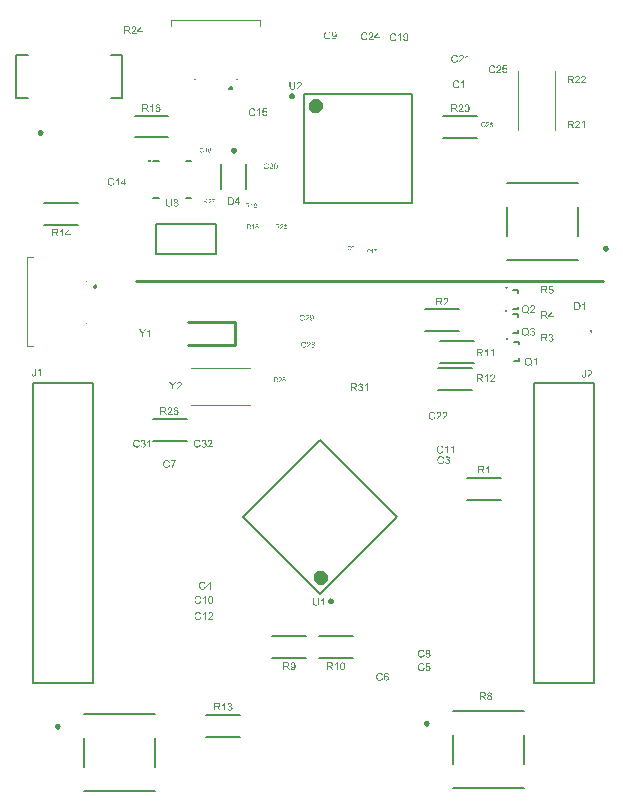
<source format=gto>
%FSDAX23Y23*%
%MOIN*%
%SFA1B1*%

%IPPOS*%
%ADD10C,0.007870*%
%ADD11C,0.003940*%
%ADD12C,0.009840*%
%ADD13C,0.023620*%
%ADD14C,0.010000*%
%LNtivac-1*%
%LPD*%
G36*
X00616Y00628D02*
X00617Y00628D01*
X00617Y00628*
X00618Y00628*
X00618Y00628*
X00619Y00627*
X00620Y00627*
X00621Y00627*
X00621Y00627*
X00622Y00626*
X00622Y00626*
X00622Y00626*
X00622Y00626*
X00623Y00626*
X00623Y00626*
X00623Y00625*
X00623Y00625*
X00623Y00625*
X00624Y00624*
X00624Y00624*
X00624Y00624*
X00625Y00623*
X00625Y00623*
X00625Y00622*
X00626Y00622*
X00626Y00621*
X00626Y00620*
X00623Y00620*
Y00620*
X00623Y00620*
X00623Y00620*
X00622Y00620*
X00622Y00620*
X00622Y00621*
X00622Y00621*
X00622Y00622*
X00621Y00622*
X00621Y00623*
X00620Y00624*
X00620Y00624*
X00620Y00624*
X00619Y00624*
X00619Y00624*
X00618Y00625*
X00618Y00625*
X00617Y00625*
X00616Y00625*
X00615*
X00615Y00625*
X00615*
X00615Y00625*
X00614Y00625*
X00613Y00625*
X00612Y00624*
X00612Y00624*
X00611Y00624*
X00611*
X00611Y00623*
X00610Y00623*
X00610Y00623*
X00610Y00623*
X00609Y00622*
X00609Y00621*
X00608Y00621*
X00608Y00620*
Y00620*
X00608Y00620*
X00608Y00619*
X00608Y00619*
X00608Y00619*
X00608Y00619*
X00608Y00618*
X00608Y00617*
X00607Y00617*
X00607Y00616*
X00607Y00615*
Y00615*
Y00615*
Y00614*
Y00614*
X00607Y00614*
Y00614*
X00607Y00613*
X00607Y00613*
X00607Y00612*
X00608Y00611*
X00608Y00610*
X00608Y00609*
Y00609*
X00608Y00609*
X00608Y00609*
X00608Y00609*
X00609Y00608*
X00609Y00608*
X00609Y00607*
X00610Y00606*
X00610Y00606*
X00611Y00605*
X00611*
X00611Y00605*
X00611Y00605*
X00612Y00605*
X00612Y00605*
X00612Y00605*
X00612Y00605*
X00613Y00605*
X00614Y00604*
X00615Y00604*
X00616Y00604*
X00616*
X00616Y00604*
X00616*
X00617Y00604*
X00617Y00604*
X00618Y00605*
X00619Y00605*
X00620Y00605*
X00620Y00606*
X00620Y00606*
X00620Y00606*
X00620Y00606*
X00620Y00606*
X00621Y00606*
X00621Y00606*
X00621Y00607*
X00621Y00607*
X00621Y00607*
X00622Y00607*
X00622Y00608*
X00622Y00608*
X00622Y00609*
X00622Y00609*
X00623Y00610*
X00623Y00610*
X00623Y00611*
X00626Y00610*
Y00610*
X00626Y00610*
X00626Y00609*
X00626Y00609*
X00626Y00609*
X00626Y00608*
X00626Y00608*
X00626Y00608*
X00625Y00606*
X00624Y00605*
X00624Y00605*
X00624Y00604*
X00623Y00604*
X00623Y00604*
X00623Y00604*
X00622Y00603*
X00622Y00603*
X00622Y00603*
X00622Y00603*
X00621Y00603*
X00621Y00603*
X00621Y00602*
X00620Y00602*
X00620Y00602*
X00619Y00602*
X00619Y00602*
X00618Y00602*
X00617Y00601*
X00617Y00601*
X00616Y00601*
X00615*
X00615Y00601*
X00615*
X00614Y00601*
X00614Y00602*
X00613Y00602*
X00612Y00602*
X00611Y00602*
X00610Y00602*
X00610Y00603*
X00609Y00603*
X00609Y00603*
X00609Y00603*
X00609Y00603*
X00609Y00603*
X00608Y00604*
X00608Y00604*
X00608Y00604*
X00608Y00604*
X00607Y00605*
X00607Y00605*
X00606Y00606*
X00606Y00607*
X00605Y00608*
Y00608*
X00605Y00608*
X00605Y00608*
X00605Y00608*
X00605Y00609*
X00605Y00609*
X00605Y00610*
X00604Y00610*
X00604Y00610*
X00604Y00611*
X00604Y00612*
X00604Y00613*
X00604Y00615*
Y00615*
Y00615*
Y00615*
X00604Y00615*
Y00616*
X00604Y00616*
X00604Y00617*
X00604Y00617*
X00604Y00618*
X00604Y00619*
X00605Y00621*
X00605Y00622*
X00605Y00622*
X00605Y00622*
X00605Y00622*
X00606Y00622*
X00606Y00622*
X00606Y00623*
X00606Y00623*
X00607Y00624*
X00608Y00625*
X00609Y00626*
X00610Y00626*
X00610Y00626*
X00610Y00626*
X00610Y00626*
X00610Y00627*
X00610Y00627*
X00611Y00627*
X00611Y00627*
X00611Y00627*
X00612Y00627*
X00612Y00627*
X00613Y00628*
X00615Y00628*
X00616Y00628*
X00616*
X00616Y00628*
G37*
G36*
X00658Y00627D02*
X00659Y00627D01*
X00659Y00627*
X00659Y00627*
X00660Y00627*
X00661Y00627*
X00662Y00627*
X00662Y00626*
X00663Y00626*
X00663Y00626*
X00664Y00625*
X00664Y00625*
X00664Y00625*
X00664Y00625*
X00664Y00625*
X00664Y00625*
X00664Y00625*
X00664Y00624*
X00665Y00624*
X00665Y00623*
X00665Y00622*
X00666Y00622*
X00666Y00621*
X00666Y00621*
X00666Y00620*
Y00620*
Y00620*
X00666Y00620*
X00666Y00619*
X00666Y00619*
X00665Y00618*
X00665Y00618*
X00665Y00617*
X00665Y00617*
X00665Y00617*
X00665Y00617*
X00665Y00616*
X00664Y00616*
X00664Y00615*
X00663Y00615*
X00663Y00614*
X00663Y00614*
X00663Y00614*
X00662Y00614*
X00662Y00614*
X00662Y00613*
X00662Y00613*
X00661Y00613*
X00661Y00612*
X00661Y00612*
X00660Y00612*
X00660Y00611*
X00659Y00611*
X00659Y00610*
X00658Y00610*
X00658Y00610*
X00658Y00610*
X00658Y00610*
X00658Y00609*
X00657Y00609*
X00657Y00609*
X00657Y00608*
X00656Y00608*
X00655Y00607*
X00655Y00607*
X00655Y00607*
X00654Y00606*
X00654Y00606*
X00654Y00606*
X00654Y00606*
X00654Y00606*
X00654Y00606*
X00654Y00605*
X00653Y00605*
X00666*
Y00602*
X00649*
Y00602*
Y00602*
Y00602*
X00649Y00603*
X00649Y00603*
X00649Y00603*
X00649Y00604*
X00649Y00604*
Y00604*
X00649Y00604*
X00649Y00604*
X00649Y00605*
X00650Y00605*
X00650Y00606*
X00650Y00606*
X00651Y00607*
X00651Y00607*
Y00607*
X00651Y00607*
X00651Y00608*
X00652Y00608*
X00652Y00608*
X00653Y00609*
X00654Y00610*
X00654Y00610*
X00655Y00611*
X00655Y00611*
X00656Y00611*
X00656Y00612*
X00656Y00612*
X00656Y00612*
X00657Y00612*
X00657Y00613*
X00658Y00613*
X00659Y00614*
X00659Y00615*
X00660Y00615*
X00660Y00616*
X00661Y00616*
X00661Y00617*
Y00617*
X00661Y00617*
X00661Y00617*
X00661Y00617*
X00661Y00617*
X00662Y00618*
X00662Y00618*
X00662Y00619*
X00662Y00620*
X00662Y00620*
Y00621*
Y00621*
X00662Y00621*
X00662Y00621*
X00662Y00622*
X00662Y00622*
X00662Y00623*
X00662Y00623*
X00661Y00624*
X00661Y00624*
X00661Y00624*
X00661Y00624*
X00660Y00624*
X00660Y00625*
X00659Y00625*
X00658Y00625*
X00658Y00625*
X00657*
X00657Y00625*
X00657Y00625*
X00656Y00625*
X00656Y00625*
X00655Y00624*
X00655Y00624*
X00654Y00624*
X00654Y00623*
X00654Y00623*
X00654Y00623*
X00653Y00623*
X00653Y00622*
X00653Y00621*
X00653Y00621*
X00653Y00620*
X00649Y00620*
Y00620*
X00649Y00620*
Y00620*
X00649Y00621*
X00650Y00621*
X00650Y00621*
X00650Y00622*
X00650Y00622*
X00650Y00623*
X00651Y00624*
X00651Y00624*
X00651Y00625*
X00651Y00625*
X00652Y00626*
X00652Y00626*
X00652Y00626*
X00652Y00626*
X00652Y00626*
X00652Y00626*
X00653Y00626*
X00653Y00626*
X00653Y00627*
X00654Y00627*
X00654Y00627*
X00655Y00627*
X00655Y00627*
X00656Y00627*
X00656Y00627*
X00657Y00627*
X00658Y00628*
X00658*
X00658Y00627*
G37*
G36*
X00641Y00602D02*
X00638D01*
Y00622*
X00638Y00622*
X00638Y00622*
X00638Y00621*
X00637Y00621*
X00637Y00621*
X00636Y00620*
X00636Y00620*
X00635Y00620*
X00635*
X00635Y00620*
X00635Y00619*
X00634Y00619*
X00634Y00619*
X00633Y00619*
X00633Y00619*
X00632Y00618*
X00632Y00618*
Y00621*
X00632*
X00632Y00621*
X00632Y00621*
X00632Y00621*
X00632Y00621*
X00633Y00622*
X00633Y00622*
X00634Y00622*
X00635Y00623*
X00636Y00623*
X00636Y00624*
X00636Y00624*
X00636Y00624*
X00636Y00624*
X00637Y00624*
X00637Y00625*
X00637Y00625*
X00638Y00626*
X00638Y00626*
X00639Y00627*
X00639Y00628*
X00641*
Y00602*
G37*
G36*
X00616Y00681D02*
X00617Y00681D01*
X00617Y00681*
X00618Y00681*
X00618Y00681*
X00619Y00681*
X00620Y00681*
X00621Y00680*
X00621Y00680*
X00622Y00680*
X00622Y00680*
X00622Y00680*
X00622Y00679*
X00623Y00679*
X00623Y00679*
X00623Y00679*
X00623Y00679*
X00623Y00678*
X00624Y00678*
X00624Y00678*
X00624Y00677*
X00625Y00677*
X00625Y00676*
X00625Y00676*
X00626Y00675*
X00626Y00675*
X00626Y00674*
X00623Y00673*
Y00673*
X00623Y00673*
X00623Y00674*
X00622Y00674*
X00622Y00674*
X00622Y00674*
X00622Y00675*
X00622Y00675*
X00621Y00676*
X00621Y00677*
X00620Y00677*
X00620Y00677*
X00620Y00678*
X00619Y00678*
X00619Y00678*
X00618Y00678*
X00618Y00678*
X00617Y00679*
X00616Y00679*
X00615*
X00615Y00679*
X00615*
X00615Y00679*
X00614Y00678*
X00613Y00678*
X00612Y00678*
X00612Y00678*
X00611Y00677*
X00611*
X00611Y00677*
X00610Y00677*
X00610Y00677*
X00610Y00676*
X00609Y00676*
X00609Y00675*
X00608Y00674*
X00608Y00673*
Y00673*
X00608Y00673*
X00608Y00673*
X00608Y00673*
X00608Y00673*
X00608Y00672*
X00608Y00672*
X00608Y00671*
X00607Y00670*
X00607Y00669*
X00607Y00668*
Y00668*
Y00668*
Y00668*
Y00668*
X00607Y00668*
Y00667*
X00607Y00667*
X00607Y00667*
X00607Y00666*
X00608Y00665*
X00608Y00664*
X00608Y00663*
Y00663*
X00608Y00663*
X00608Y00663*
X00608Y00662*
X00609Y00662*
X00609Y00661*
X00609Y00661*
X00610Y00660*
X00610Y00660*
X00611Y00659*
X00611*
X00611Y00659*
X00611Y00659*
X00612Y00659*
X00612Y00659*
X00612Y00659*
X00612Y00659*
X00613Y00658*
X00614Y00658*
X00615Y00658*
X00616Y00658*
X00616*
X00616Y00658*
X00616*
X00617Y00658*
X00617Y00658*
X00618Y00658*
X00619Y00659*
X00620Y00659*
X00620Y00659*
X00620Y00660*
X00620Y00660*
X00620Y00660*
X00620Y00660*
X00621Y00660*
X00621Y00660*
X00621Y00660*
X00621Y00660*
X00621Y00661*
X00622Y00661*
X00622Y00661*
X00622Y00662*
X00622Y00662*
X00622Y00663*
X00623Y00663*
X00623Y00664*
X00623Y00664*
X00626Y00664*
Y00664*
X00626Y00663*
X00626Y00663*
X00626Y00663*
X00626Y00663*
X00626Y00662*
X00626Y00662*
X00626Y00661*
X00625Y00660*
X00624Y00659*
X00624Y00659*
X00624Y00658*
X00623Y00658*
X00623Y00657*
X00623Y00657*
X00622Y00657*
X00622Y00657*
X00622Y00657*
X00622Y00657*
X00621Y00657*
X00621Y00656*
X00621Y00656*
X00620Y00656*
X00620Y00656*
X00619Y00656*
X00619Y00655*
X00618Y00655*
X00617Y00655*
X00617Y00655*
X00616Y00655*
X00615*
X00615Y00655*
X00615*
X00614Y00655*
X00614Y00655*
X00613Y00655*
X00612Y00655*
X00611Y00656*
X00610Y00656*
X00610Y00656*
X00609Y00657*
X00609Y00657*
X00609Y00657*
X00609Y00657*
X00609Y00657*
X00608Y00657*
X00608Y00657*
X00608Y00658*
X00608Y00658*
X00607Y00658*
X00607Y00659*
X00606Y00659*
X00606Y00660*
X00605Y00662*
Y00662*
X00605Y00662*
X00605Y00662*
X00605Y00662*
X00605Y00662*
X00605Y00663*
X00605Y00663*
X00604Y00664*
X00604Y00664*
X00604Y00665*
X00604Y00666*
X00604Y00667*
X00604Y00668*
Y00669*
Y00669*
Y00669*
X00604Y00669*
Y00670*
X00604Y00670*
X00604Y00670*
X00604Y00671*
X00604Y00672*
X00604Y00673*
X00605Y00674*
X00605Y00675*
X00605Y00675*
X00605Y00676*
X00605Y00676*
X00606Y00676*
X00606Y00676*
X00606Y00676*
X00606Y00677*
X00607Y00678*
X00608Y00679*
X00609Y00679*
X00610Y00680*
X00610Y00680*
X00610Y00680*
X00610Y00680*
X00610Y00680*
X00610Y00680*
X00611Y00680*
X00611Y00681*
X00611Y00681*
X00612Y00681*
X00612Y00681*
X00613Y00681*
X00615Y00681*
X00616Y00682*
X00616*
X00616Y00681*
G37*
G36*
X00641Y00655D02*
X00638D01*
Y00675*
X00638Y00675*
X00638Y00675*
X00638Y00675*
X00637Y00675*
X00637Y00674*
X00636Y00674*
X00636Y00674*
X00635Y00673*
X00635*
X00635Y00673*
X00635Y00673*
X00634Y00673*
X00634Y00673*
X00633Y00672*
X00633Y00672*
X00632Y00672*
X00632Y00672*
Y00675*
X00632*
X00632Y00675*
X00632Y00675*
X00632Y00675*
X00632Y00675*
X00633Y00675*
X00633Y00676*
X00634Y00676*
X00635Y00677*
X00636Y00677*
X00636Y00678*
X00636Y00678*
X00636Y00678*
X00636Y00678*
X00637Y00678*
X00637Y00678*
X00637Y00679*
X00638Y00679*
X00638Y00680*
X00639Y00681*
X00639Y00681*
X00641*
Y00655*
G37*
G36*
X00658Y00681D02*
X00659Y00681D01*
X00659Y00681*
X00660Y00681*
X00661Y00681*
X00661Y00680*
X00661*
X00661Y00680*
X00661Y00680*
X00662Y00680*
X00662Y00680*
X00662Y00679*
X00663Y00679*
X00663Y00678*
X00664Y00678*
X00664Y00678*
X00664Y00678*
X00664Y00677*
X00664Y00677*
X00665Y00676*
X00665Y00676*
X00665Y00675*
X00665Y00674*
Y00674*
X00665Y00674*
X00665Y00674*
X00665Y00674*
X00665Y00673*
X00666Y00673*
X00666Y00673*
X00666Y00673*
X00666Y00672*
X00666Y00672*
X00666Y00671*
X00666Y00671*
X00666Y00670*
Y00669*
X00666Y00669*
Y00668*
Y00668*
Y00668*
Y00668*
Y00667*
X00666Y00667*
Y00667*
X00666Y00666*
X00666Y00666*
X00666Y00664*
X00666Y00663*
X00665Y00662*
X00665Y00661*
X00665Y00661*
Y00661*
X00665Y00661*
X00665Y00661*
X00665Y00660*
X00665Y00660*
X00665Y00660*
X00664Y00659*
X00664Y00659*
X00663Y00658*
X00663Y00657*
X00662Y00657*
X00662*
X00662Y00656*
X00662Y00656*
X00662Y00656*
X00662Y00656*
X00661Y00656*
X00661Y00656*
X00660Y00656*
X00659Y00655*
X00659Y00655*
X00658Y00655*
X00657*
X00657Y00655*
X00657Y00655*
X00656Y00655*
X00656Y00655*
X00655Y00655*
X00655Y00656*
X00655Y00656*
X00654Y00656*
X00654Y00656*
X00653Y00656*
X00653Y00657*
X00652Y00657*
X00652Y00658*
X00652Y00658*
X00652Y00658*
X00652Y00658*
X00651Y00658*
X00651Y00659*
X00651Y00659*
X00651Y00660*
X00650Y00660*
X00650Y00661*
X00650Y00662*
X00650Y00662*
X00650Y00663*
X00649Y00664*
X00649Y00666*
X00649Y00667*
X00649Y00668*
Y00668*
Y00668*
Y00669*
Y00669*
X00649Y00669*
Y00670*
X00649Y00670*
X00649Y00671*
X00649Y00672*
X00650Y00673*
X00650Y00674*
X00650Y00675*
X00650Y00675*
Y00675*
X00650Y00676*
X00650Y00676*
X00650Y00676*
X00650Y00676*
X00651Y00676*
X00651Y00677*
X00651Y00678*
X00652Y00678*
X00652Y00679*
X00653Y00680*
X00653*
X00653Y00680*
X00653Y00680*
X00653Y00680*
X00653Y00680*
X00654Y00680*
X00654Y00680*
X00655Y00681*
X00656Y00681*
X00657Y00681*
X00658Y00681*
X00658*
X00658Y00681*
G37*
G36*
X00530Y01990D02*
Y01990D01*
Y01990*
Y01990*
Y01990*
X00530Y01989*
Y01989*
X00530Y01989*
X00530Y01988*
X00529Y01987*
X00529Y01986*
X00529Y01985*
X00529Y01985*
X00529Y01984*
Y01984*
X00529Y01984*
X00529Y01984*
X00529Y01984*
X00528Y01983*
X00528Y01983*
X00528Y01982*
X00527Y01982*
X00526Y01981*
X00526Y01980*
X00526*
X00525Y01980*
X00525Y01980*
X00525Y01980*
X00525Y01980*
X00525Y01980*
X00524Y01980*
X00524Y01980*
X00524Y01980*
X00523Y01980*
X00523Y01979*
X00522Y01979*
X00522Y01979*
X00521Y01979*
X00520Y01979*
X00519*
X00519Y01979*
X00519*
X00518Y01979*
X00518Y01979*
X00518Y01979*
X00517Y01979*
X00516Y01980*
X00515Y01980*
X00514Y01980*
X00514*
X00514Y01980*
X00514Y01980*
X00513Y01981*
X00513Y01981*
X00512Y01981*
X00512Y01982*
X00511Y01982*
X00511Y01983*
X00510Y01984*
Y01984*
X00510Y01984*
X00510Y01984*
X00510Y01984*
X00510Y01985*
X00510Y01985*
X00510Y01985*
X00510Y01986*
X00510Y01986*
X00510Y01986*
X00510Y01987*
X00510Y01988*
X00510Y01988*
X00510Y01989*
X00510Y01990*
Y01990*
Y02005*
X00513*
Y01990*
Y01990*
Y01990*
Y01990*
Y01990*
X00513Y01989*
Y01989*
X00513Y01988*
X00513Y01988*
X00513Y01987*
X00513Y01986*
X00513Y01986*
X00514Y01985*
X00514Y01985*
X00514Y01985*
X00514Y01985*
X00514Y01985*
X00514Y01984*
X00515Y01984*
X00515Y01983*
X00516Y01983*
X00516Y01983*
X00516Y01983*
X00516Y01983*
X00517Y01983*
X00517Y01982*
X00518Y01982*
X00519Y01982*
X00519Y01982*
X00520*
X00520Y01982*
X00520*
X00521Y01982*
X00521Y01982*
X00522Y01983*
X00523Y01983*
X00524Y01983*
X00524Y01984*
X00525Y01984*
X00525Y01984*
X00525Y01984*
X00525Y01984*
X00525Y01984*
X00525Y01984*
X00525Y01985*
X00525Y01985*
X00525Y01985*
X00526Y01986*
X00526Y01986*
X00526Y01987*
X00526Y01987*
X00526Y01988*
X00526Y01989*
X00526Y01989*
Y01990*
Y02005*
X00530*
Y01990*
G37*
G36*
X00543Y02005D02*
X00543Y02005D01*
X00544Y02005*
X00544Y02005*
X00544Y02005*
X00545Y02005*
X00546Y02004*
X00546Y02004*
X00547Y02004*
X00547Y02004*
X00548Y02003*
X00548Y02003*
X00548Y02003*
X00548Y02003*
X00548Y02003*
X00548Y02003*
X00548Y02002*
X00549Y02002*
X00549Y02001*
X00549Y02000*
X00550Y01999*
X00550Y01999*
X00550Y01998*
Y01998*
Y01998*
Y01998*
X00550Y01998*
X00550Y01997*
X00550Y01997*
X00549Y01996*
X00549Y01996*
X00549Y01995*
X00549Y01995*
X00549Y01995*
X00548Y01995*
X00548Y01995*
X00548Y01994*
X00547Y01994*
X00547Y01994*
X00546Y01993*
X00546*
X00546Y01993*
X00546Y01993*
X00546Y01993*
X00547Y01993*
X00547Y01993*
X00548Y01992*
X00549Y01992*
X00549Y01991*
X00550Y01991*
Y01991*
X00550Y01991*
X00550Y01991*
X00550Y01990*
X00550Y01990*
X00550Y01989*
X00551Y01988*
X00551Y01988*
X00551Y01987*
Y01987*
Y01987*
Y01986*
X00551Y01986*
X00551Y01986*
X00551Y01986*
X00551Y01985*
X00551Y01985*
X00550Y01984*
X00550Y01984*
X00550Y01983*
X00550Y01983*
X00549Y01982*
X00549Y01982*
X00549Y01981*
X00548Y01981*
X00548Y01981*
X00548Y01981*
X00548Y01981*
X00548Y01981*
X00548Y01981*
X00547Y01980*
X00547Y01980*
X00546Y01980*
X00546Y01980*
X00545Y01980*
X00545Y01979*
X00544Y01979*
X00544Y01979*
X00543Y01979*
X00542Y01979*
X00542*
X00542Y01979*
X00541Y01979*
X00541Y01979*
X00541Y01979*
X00540Y01979*
X00539Y01980*
X00539Y01980*
X00538Y01980*
X00538Y01980*
X00537Y01981*
X00537Y01981*
X00536Y01981*
X00536Y01981*
X00536Y01981*
X00536Y01982*
X00536Y01982*
X00536Y01982*
X00536Y01982*
X00535Y01982*
X00535Y01983*
X00535Y01983*
X00535Y01984*
X00534Y01985*
X00534Y01985*
X00534Y01986*
X00534Y01986*
X00534Y01987*
Y01987*
Y01987*
Y01987*
X00534Y01987*
Y01987*
X00534Y01988*
X00534Y01988*
X00534Y01989*
X00534Y01990*
X00535Y01990*
X00535Y01991*
Y01991*
X00535Y01991*
X00535Y01991*
X00536Y01992*
X00536Y01992*
X00537Y01992*
X00537Y01993*
X00538Y01993*
X00539Y01993*
X00539*
X00539Y01993*
X00539Y01993*
X00539Y01993*
X00538Y01994*
X00538Y01994*
X00537Y01994*
X00537Y01995*
X00536Y01995*
X00536Y01995*
X00536Y01995*
X00536Y01996*
X00536Y01996*
X00535Y01996*
X00535Y01997*
X00535Y01997*
X00535Y01998*
X00535Y01999*
Y01999*
Y01999*
Y01999*
X00535Y01999*
X00535Y01999*
X00535Y02000*
X00535Y02000*
X00535Y02001*
X00536Y02002*
X00536Y02002*
X00536Y02003*
X00537Y02003*
X00537Y02003*
X00537Y02003*
X00537Y02003*
X00537Y02003*
X00537Y02004*
X00538Y02004*
X00538Y02004*
X00538Y02004*
X00538Y02004*
X00539Y02004*
X00539Y02005*
X00540Y02005*
X00540Y02005*
X00541Y02005*
X00542Y02005*
X00542Y02005*
X00543*
X00543Y02005*
G37*
G36*
X00533Y01380D02*
Y01370D01*
X00529*
Y01380*
X00519Y01395*
X00524*
X00529Y01387*
Y01387*
X00529Y01387*
X00529Y01387*
X00529Y01387*
X00529Y01387*
X00529Y01387*
X00529Y01386*
X00530Y01385*
X00530Y01385*
X00531Y01384*
X00531Y01383*
Y01383*
X00531Y01383*
X00531Y01383*
X00531Y01383*
X00532Y01384*
X00532Y01384*
X00532Y01384*
X00532Y01385*
X00533Y01386*
X00533Y01387*
X00534Y01388*
X00539Y01395*
X00543*
X00533Y01380*
G37*
G36*
X00554Y01395D02*
X00554Y01395D01*
X00555Y01395*
X00555Y01395*
X00555Y01395*
X00556Y01395*
X00557Y01394*
X00558Y01394*
X00558Y01394*
X00559Y01394*
X00559Y01393*
X00559Y01393*
X00559Y01393*
X00559Y01393*
X00559Y01393*
X00560Y01393*
X00560Y01392*
X00560Y01392*
X00560Y01392*
X00561Y01391*
X00561Y01390*
X00561Y01390*
X00561Y01389*
X00561Y01389*
X00561Y01388*
Y01388*
Y01388*
X00561Y01388*
X00561Y01387*
X00561Y01387*
X00561Y01386*
X00561Y01386*
X00561Y01385*
X00561Y01385*
X00560Y01385*
X00560Y01385*
X00560Y01384*
X00560Y01384*
X00559Y01383*
X00559Y01383*
X00558Y01382*
X00558Y01382*
X00558Y01382*
X00558Y01381*
X00558Y01381*
X00558Y01381*
X00557Y01381*
X00557Y01380*
X00557Y01380*
X00556Y01380*
X00556Y01379*
X00555Y01379*
X00555Y01378*
X00554Y01378*
X00554Y01377*
X00554Y01377*
X00554Y01377*
X00553Y01377*
X00553Y01377*
X00553Y01377*
X00553Y01377*
X00552Y01376*
X00552Y01376*
X00551Y01375*
X00550Y01375*
X00550Y01374*
X00550Y01374*
X00550Y01374*
X00550Y01374*
X00550Y01374*
X00550Y01374*
X00549Y01373*
X00549Y01373*
X00549Y01373*
X00561*
Y01370*
X00544*
Y01370*
Y01370*
Y01370*
X00544Y01370*
X00544Y01371*
X00544Y01371*
X00545Y01371*
X00545Y01372*
Y01372*
X00545Y01372*
X00545Y01372*
X00545Y01372*
X00545Y01373*
X00545Y01373*
X00546Y01374*
X00546Y01374*
X00547Y01375*
Y01375*
X00547Y01375*
X00547Y01375*
X00547Y01376*
X00548Y01376*
X00548Y01377*
X00549Y01377*
X00550Y01378*
X00551Y01379*
X00551Y01379*
X00551Y01379*
X00551Y01379*
X00552Y01379*
X00552Y01380*
X00552Y01380*
X00553Y01380*
X00553Y01381*
X00554Y01382*
X00555Y01383*
X00555Y01383*
X00556Y01384*
X00556Y01384*
X00557Y01384*
Y01384*
X00557Y01384*
X00557Y01385*
X00557Y01385*
X00557Y01385*
X00557Y01386*
X00558Y01386*
X00558Y01387*
X00558Y01388*
X00558Y01388*
Y01388*
Y01388*
X00558Y01388*
X00558Y01389*
X00558Y01389*
X00558Y01390*
X00557Y01390*
X00557Y01391*
X00557Y01391*
X00557Y01391*
X00556Y01392*
X00556Y01392*
X00556Y01392*
X00555Y01392*
X00555Y01392*
X00554Y01393*
X00553Y01393*
X00553*
X00553Y01393*
X00552Y01393*
X00552Y01392*
X00551Y01392*
X00551Y01392*
X00550Y01392*
X00549Y01391*
X00549Y01391*
X00549Y01391*
X00549Y01391*
X00549Y01390*
X00549Y01390*
X00548Y01389*
X00548Y01388*
X00548Y01387*
X00545Y01388*
Y01388*
X00545Y01388*
Y01388*
X00545Y01388*
X00545Y01389*
X00545Y01389*
X00545Y01389*
X00545Y01390*
X00546Y01391*
X00546Y01392*
X00546Y01392*
X00547Y01393*
X00547Y01393*
X00547Y01393*
X00547Y01393*
X00547Y01393*
X00548Y01393*
X00548Y01394*
X00548Y01394*
X00548Y01394*
X00549Y01394*
X00549Y01394*
X00549Y01394*
X00550Y01395*
X00550Y01395*
X00551Y01395*
X00551Y01395*
X00552Y01395*
X00553Y01395*
X00553Y01395*
X00554*
X00554Y01395*
G37*
G36*
X00433Y01555D02*
Y01545D01*
X00429*
Y01555*
X00419Y01570*
X00424*
X00429Y01562*
Y01562*
X00429Y01562*
X00429Y01562*
X00429Y01562*
X00429Y01562*
X00429Y01562*
X00429Y01561*
X00430Y01560*
X00430Y01560*
X00431Y01559*
X00431Y01558*
Y01558*
X00431Y01558*
X00431Y01558*
X00431Y01558*
X00432Y01559*
X00432Y01559*
X00432Y01559*
X00432Y01560*
X00433Y01561*
X00433Y01562*
X00434Y01563*
X00439Y01570*
X00443*
X00433Y01555*
G37*
G36*
X00457Y01545D02*
X00453D01*
Y01565*
X00453Y01564*
X00453Y01564*
X00453Y01564*
X00453Y01564*
X00452Y01564*
X00452Y01563*
X00451Y01563*
X00450Y01562*
X00450*
X00450Y01562*
X00450Y01562*
X00450Y01562*
X00449Y01562*
X00449Y01561*
X00448Y01561*
X00448Y01561*
X00447Y01561*
Y01564*
X00447*
X00447Y01564*
X00447Y01564*
X00448Y01564*
X00448Y01564*
X00448Y01564*
X00449Y01565*
X00449Y01565*
X00450Y01566*
X00451Y01566*
X00452Y01567*
X00452Y01567*
X00452Y01567*
X00452Y01567*
X00452Y01567*
X00452Y01567*
X00453Y01568*
X00453Y01568*
X00454Y01569*
X00454Y01570*
X00455Y01570*
X00457*
Y01545*
G37*
G36*
X00940Y02380D02*
Y02380D01*
Y02380*
Y02380*
Y02380*
X00940Y02379*
Y02379*
X00940Y02379*
X00940Y02378*
X00940Y02377*
X00940Y02376*
X00940Y02375*
X00940Y02375*
X00940Y02374*
Y02374*
X00940Y02374*
X00939Y02374*
X00939Y02374*
X00939Y02373*
X00939Y02373*
X00938Y02372*
X00938Y02372*
X00937Y02371*
X00936Y02370*
X00936*
X00936Y02370*
X00936Y02370*
X00936Y02370*
X00936Y02370*
X00935Y02370*
X00935Y02370*
X00935Y02370*
X00934Y02370*
X00934Y02370*
X00933Y02369*
X00933Y02369*
X00932Y02369*
X00932Y02369*
X00930Y02369*
X00930*
X00930Y02369*
X00930*
X00929Y02369*
X00929Y02369*
X00928Y02369*
X00927Y02369*
X00926Y02370*
X00925Y02370*
X00925Y02370*
X00924*
X00924Y02370*
X00924Y02370*
X00924Y02371*
X00924Y02371*
X00923Y02371*
X00923Y02372*
X00922Y02372*
X00922Y02373*
X00921Y02374*
Y02374*
X00921Y02374*
X00921Y02374*
X00921Y02374*
X00921Y02375*
X00921Y02375*
X00921Y02375*
X00921Y02376*
X00921Y02376*
X00921Y02376*
X00921Y02377*
X00920Y02378*
X00920Y02378*
X00920Y02379*
X00920Y02380*
Y02380*
Y02395*
X00924*
Y02380*
Y02380*
Y02380*
Y02380*
Y02380*
X00924Y02379*
Y02379*
X00924Y02378*
X00924Y02378*
X00924Y02377*
X00924Y02376*
X00924Y02376*
X00924Y02375*
X00924Y02375*
X00924Y02375*
X00925Y02375*
X00925Y02374*
X00925Y02374*
X00925Y02374*
X00926Y02373*
X00926Y02373*
X00926Y02373*
X00927Y02373*
X00927Y02373*
X00927Y02373*
X00928Y02372*
X00929Y02372*
X00929Y02372*
X00930Y02372*
X00930*
X00931Y02372*
X00931*
X00931Y02372*
X00932Y02372*
X00933Y02373*
X00934Y02373*
X00935Y02373*
X00935Y02374*
X00935Y02374*
X00935Y02374*
X00936Y02374*
X00936Y02374*
X00936Y02374*
X00936Y02374*
X00936Y02375*
X00936Y02375*
X00936Y02375*
X00936Y02376*
X00937Y02376*
X00937Y02377*
X00937Y02377*
X00937Y02378*
X00937Y02379*
X00937Y02379*
Y02380*
Y02395*
X00940*
Y02380*
G37*
G36*
X00954Y02395D02*
X00954Y02395D01*
X00955Y02395*
X00955Y02395*
X00955Y02395*
X00956Y02395*
X00957Y02394*
X00958Y02394*
X00958Y02394*
X00959Y02394*
X00959Y02393*
X00959Y02393*
X00959Y02393*
X00959Y02393*
X00959Y02393*
X00960Y02393*
X00960Y02392*
X00960Y02392*
X00960Y02392*
X00961Y02391*
X00961Y02390*
X00961Y02390*
X00961Y02389*
X00961Y02389*
X00961Y02388*
Y02388*
Y02388*
X00961Y02388*
X00961Y02387*
X00961Y02387*
X00961Y02386*
X00961Y02386*
X00961Y02385*
X00961Y02385*
X00961Y02385*
X00960Y02385*
X00960Y02384*
X00960Y02384*
X00959Y02383*
X00959Y02383*
X00959Y02382*
X00958Y02382*
X00958Y02382*
X00958Y02381*
X00958Y02381*
X00958Y02381*
X00957Y02381*
X00957Y02380*
X00957Y02380*
X00956Y02380*
X00956Y02379*
X00955Y02379*
X00955Y02378*
X00954Y02378*
X00954Y02377*
X00954Y02377*
X00954Y02377*
X00953Y02377*
X00953Y02377*
X00953Y02377*
X00953Y02377*
X00952Y02376*
X00952Y02376*
X00951Y02375*
X00950Y02375*
X00950Y02374*
X00950Y02374*
X00950Y02374*
X00950Y02374*
X00950Y02374*
X00950Y02374*
X00949Y02373*
X00949Y02373*
X00949Y02373*
X00961*
Y02370*
X00944*
Y02370*
Y02370*
Y02370*
X00944Y02370*
X00944Y02371*
X00945Y02371*
X00945Y02371*
X00945Y02372*
Y02372*
X00945Y02372*
X00945Y02372*
X00945Y02372*
X00945Y02373*
X00946Y02373*
X00946Y02374*
X00946Y02374*
X00947Y02375*
Y02375*
X00947Y02375*
X00947Y02375*
X00947Y02376*
X00948Y02376*
X00948Y02377*
X00949Y02377*
X00950Y02378*
X00951Y02379*
X00951Y02379*
X00951Y02379*
X00951Y02379*
X00952Y02379*
X00952Y02380*
X00952Y02380*
X00953Y02380*
X00953Y02381*
X00954Y02382*
X00955Y02383*
X00955Y02383*
X00956Y02384*
X00956Y02384*
X00957Y02384*
Y02384*
X00957Y02384*
X00957Y02385*
X00957Y02385*
X00957Y02385*
X00957Y02386*
X00958Y02386*
X00958Y02387*
X00958Y02388*
X00958Y02388*
Y02388*
Y02388*
X00958Y02388*
X00958Y02389*
X00958Y02389*
X00958Y02390*
X00957Y02390*
X00957Y02391*
X00957Y02391*
X00957Y02391*
X00956Y02392*
X00956Y02392*
X00956Y02392*
X00955Y02392*
X00955Y02392*
X00954Y02393*
X00953Y02393*
X00953*
X00953Y02393*
X00952Y02393*
X00952Y02392*
X00951Y02392*
X00951Y02392*
X00950Y02392*
X00950Y02391*
X00949Y02391*
X00949Y02391*
X00949Y02391*
X00949Y02390*
X00949Y02390*
X00948Y02389*
X00948Y02388*
X00948Y02387*
X00945Y02388*
Y02388*
X00945Y02388*
Y02388*
X00945Y02388*
X00945Y02389*
X00945Y02389*
X00945Y02389*
X00945Y02390*
X00946Y02391*
X00946Y02392*
X00946Y02392*
X00947Y02393*
X00947Y02393*
X00947Y02393*
X00947Y02393*
X00948Y02393*
X00948Y02393*
X00948Y02394*
X00948Y02394*
X00948Y02394*
X00949Y02394*
X00949Y02394*
X00949Y02394*
X00950Y02395*
X00950Y02395*
X00951Y02395*
X00951Y02395*
X00952Y02395*
X00953Y02395*
X00953Y02395*
X00954*
X00954Y02395*
G37*
G36*
X01020Y00660D02*
Y00660D01*
Y00660*
Y00660*
Y00660*
X01020Y00659*
Y00659*
X01020Y00659*
X01020Y00658*
X01019Y00657*
X01019Y00656*
X01019Y00655*
X01019Y00655*
X01019Y00654*
Y00654*
X01019Y00654*
X01019Y00654*
X01019Y00654*
X01018Y00653*
X01018Y00653*
X01018Y00652*
X01017Y00652*
X01016Y00651*
X01016Y00650*
X01016*
X01015Y00650*
X01015Y00650*
X01015Y00650*
X01015Y00650*
X01015Y00650*
X01014Y00650*
X01014Y00650*
X01014Y00650*
X01013Y00650*
X01013Y00649*
X01012Y00649*
X01012Y00649*
X01011Y00649*
X01010Y00649*
X01009*
X01009Y00649*
X01009*
X01008Y00649*
X01008Y00649*
X01008Y00649*
X01007Y00649*
X01006Y00650*
X01005Y00650*
X01004Y00650*
X01004*
X01004Y00650*
X01004Y00650*
X01003Y00651*
X01003Y00651*
X01002Y00651*
X01002Y00652*
X01001Y00652*
X01001Y00653*
X01000Y00654*
Y00654*
X01000Y00654*
X01000Y00654*
X01000Y00654*
X01000Y00655*
X01000Y00655*
X01000Y00655*
X01000Y00656*
X01000Y00656*
X01000Y00656*
X01000Y00657*
X01000Y00658*
X01000Y00658*
X01000Y00659*
X01000Y00660*
Y00660*
Y00675*
X01003*
Y00660*
Y00660*
Y00660*
Y00660*
Y00660*
X01003Y00659*
Y00659*
X01003Y00658*
X01003Y00658*
X01003Y00657*
X01003Y00656*
X01003Y00656*
X01004Y00655*
X01004Y00655*
X01004Y00655*
X01004Y00655*
X01004Y00655*
X01004Y00654*
X01005Y00654*
X01005Y00653*
X01006Y00653*
X01006Y00653*
X01006Y00653*
X01006Y00653*
X01007Y00653*
X01007Y00652*
X01008Y00652*
X01009Y00652*
X01009Y00652*
X01010*
X01010Y00652*
X01010*
X01011Y00652*
X01011Y00652*
X01012Y00653*
X01013Y00653*
X01014Y00653*
X01014Y00654*
X01015Y00654*
X01015Y00654*
X01015Y00654*
X01015Y00654*
X01015Y00654*
X01015Y00654*
X01015Y00655*
X01015Y00655*
X01015Y00655*
X01016Y00656*
X01016Y00656*
X01016Y00657*
X01016Y00657*
X01016Y00658*
X01016Y00659*
X01016Y00659*
Y00660*
Y00675*
X01020*
Y00660*
G37*
G36*
X01036Y00650D02*
X01033D01*
Y00670*
X01033Y00669*
X01032Y00669*
X01032Y00669*
X01032Y00669*
X01031Y00669*
X01031Y00668*
X01030Y00668*
X01030Y00667*
X01030*
X01030Y00667*
X01029Y00667*
X01029Y00667*
X01029Y00667*
X01028Y00666*
X01028Y00666*
X01027Y00666*
X01026Y00666*
Y00669*
X01026*
X01027Y00669*
X01027Y00669*
X01027Y00669*
X01027Y00669*
X01027Y00669*
X01028Y00670*
X01029Y00670*
X01029Y00671*
X01030Y00671*
X01031Y00672*
X01031Y00672*
X01031Y00672*
X01031Y00672*
X01031Y00672*
X01032Y00672*
X01032Y00673*
X01033Y00673*
X01033Y00674*
X01033Y00675*
X01034Y00675*
X01036*
Y00650*
G37*
G36*
X01158Y01390D02*
X01158Y01390D01*
X01159Y01390*
X01160Y01390*
X01160Y01390*
X01161Y01389*
X01161*
X01161Y01389*
X01161Y01389*
X01162Y01389*
X01162Y01389*
X01162Y01388*
X01163Y01388*
X01163Y01387*
X01164Y01387*
X01164Y01387*
X01164Y01387*
X01164Y01386*
X01164Y01386*
X01164Y01385*
X01164Y01385*
X01165Y01384*
X01165Y01384*
Y01383*
Y01383*
X01165Y01383*
X01164Y01383*
X01164Y01382*
X01164Y01382*
X01164Y01381*
X01164Y01381*
X01164Y01380*
X01163Y01380*
X01163Y01380*
X01163Y01380*
X01163Y01379*
X01162Y01379*
X01162Y01379*
X01161Y01378*
X01161*
X01161Y01378*
X01161Y01378*
X01161Y01378*
X01162Y01378*
X01162Y01378*
X01163Y01378*
X01163Y01377*
X01164Y01377*
X01165Y01376*
X01165Y01376*
X01165Y01376*
X01165Y01376*
X01165Y01375*
X01165Y01374*
X01166Y01374*
X01166Y01373*
X01166Y01372*
Y01372*
Y01372*
Y01372*
X01166Y01371*
X01166Y01371*
X01166Y01371*
X01166Y01370*
X01166Y01370*
X01165Y01369*
X01165Y01369*
X01165Y01368*
X01164Y01368*
X01164Y01367*
X01164Y01367*
X01163Y01366*
X01163Y01366*
X01163Y01366*
X01163Y01366*
X01163Y01366*
X01163Y01366*
X01162Y01366*
X01162Y01365*
X01162Y01365*
X01161Y01365*
X01161Y01365*
X01160Y01365*
X01160Y01364*
X01159Y01364*
X01158Y01364*
X01158Y01364*
X01157Y01364*
X01157*
X01157Y01364*
X01156Y01364*
X01156Y01364*
X01156Y01364*
X01155Y01364*
X01154Y01365*
X01153Y01365*
X01153Y01365*
X01152Y01365*
X01152Y01366*
X01152Y01366*
X01152Y01366*
X01151Y01366*
X01151Y01366*
X01151Y01366*
X01151Y01367*
X01151Y01367*
X01151Y01367*
X01150Y01367*
X01150Y01368*
X01150Y01368*
X01150Y01369*
X01149Y01370*
X01149Y01371*
X01149Y01371*
X01152Y01372*
Y01372*
X01152Y01372*
X01152Y01371*
X01152Y01371*
X01152Y01371*
X01152Y01371*
X01153Y01370*
X01153Y01370*
X01153Y01369*
X01154Y01368*
X01154Y01368*
X01154Y01368*
X01154Y01368*
X01155Y01367*
X01155Y01367*
X01155Y01367*
X01156Y01367*
X01157Y01367*
X01157Y01367*
X01157*
X01158Y01367*
X01158Y01367*
X01158Y01367*
X01159Y01367*
X01160Y01367*
X01160Y01368*
X01161Y01368*
X01161Y01368*
X01161Y01368*
X01161Y01369*
X01162Y01369*
X01162Y01370*
X01162Y01370*
X01162Y01371*
X01162Y01372*
Y01372*
Y01372*
Y01372*
X01162Y01372*
X01162Y01373*
X01162Y01373*
X01162Y01374*
X01162Y01374*
X01162Y01375*
X01161Y01376*
X01161Y01376*
X01161Y01376*
X01160Y01376*
X01160Y01376*
X01160Y01377*
X01159Y01377*
X01158Y01377*
X01157Y01377*
X01157*
X01157Y01377*
X01157Y01377*
X01156Y01377*
X01156Y01377*
X01155Y01377*
X01156Y01379*
X01156*
X01156Y01379*
X01156*
X01157Y01379*
X01157Y01380*
X01158Y01380*
X01158Y01380*
X01159Y01380*
X01160Y01380*
X01160*
X01160Y01380*
X01160Y01381*
X01160Y01381*
X01161Y01381*
X01161Y01382*
X01161Y01382*
X01161Y01383*
X01161Y01383*
Y01384*
Y01384*
Y01384*
Y01384*
X01161Y01384*
X01161Y01385*
X01161Y01385*
X01161Y01386*
X01161Y01386*
X01160Y01386*
X01160Y01387*
X01160Y01387*
X01160Y01387*
X01159Y01387*
X01159Y01387*
X01158Y01387*
X01158Y01388*
X01157Y01388*
X01157*
X01156Y01388*
X01156Y01387*
X01156Y01387*
X01155Y01387*
X01155Y01387*
X01154Y01386*
X01154Y01386*
X01154Y01386*
X01154Y01386*
X01153Y01386*
X01153Y01385*
X01153Y01385*
X01153Y01384*
X01153Y01383*
X01149Y01384*
Y01384*
X01149Y01384*
X01149Y01384*
X01149Y01384*
X01150Y01384*
X01150Y01385*
X01150Y01385*
X01150Y01386*
X01151Y01387*
X01151Y01388*
X01152Y01388*
X01152Y01389*
X01152Y01389*
X01152Y01389*
X01152Y01389*
X01153Y01389*
X01153Y01389*
X01153Y01389*
X01153Y01389*
X01154Y01390*
X01155Y01390*
X01156Y01390*
X01156Y01390*
X01157*
X01158Y01390*
G37*
G36*
X01181Y01365D02*
X01178D01*
Y01385*
X01178Y01384*
X01177Y01384*
X01177Y01384*
X01177Y01384*
X01176Y01384*
X01176Y01383*
X01175Y01383*
X01175Y01382*
X01175*
X01175Y01382*
X01174Y01382*
X01174Y01382*
X01173Y01382*
X01173Y01381*
X01172Y01381*
X01172Y01381*
X01171Y01381*
Y01384*
X01171*
X01171Y01384*
X01172Y01384*
X01172Y01384*
X01172Y01384*
X01172Y01384*
X01173Y01385*
X01174Y01385*
X01174Y01386*
X01175Y01386*
X01176Y01387*
X01176Y01387*
X01176Y01387*
X01176Y01387*
X01176Y01387*
X01177Y01387*
X01177Y01388*
X01177Y01388*
X01178Y01389*
X01178Y01390*
X01179Y01390*
X01181*
Y01365*
G37*
G36*
X01137Y01390D02*
X01137D01*
X01138Y01390*
X01139Y01390*
X01139Y01390*
X01140Y01390*
X01141Y01390*
X01141Y01389*
X01141*
X01141Y01389*
X01141Y01389*
X01142Y01389*
X01142Y01389*
X01143Y01389*
X01143Y01388*
X01143Y01388*
X01144Y01387*
Y01387*
X01144Y01387*
X01144Y01387*
X01144Y01386*
X01144Y01386*
X01145Y01385*
X01145Y01385*
X01145Y01384*
X01145Y01383*
Y01383*
Y01383*
Y01383*
X01145Y01383*
Y01382*
X01145Y01382*
X01145Y01382*
X01145Y01381*
X01144Y01380*
X01144Y01379*
X01143Y01379*
X01143Y01378*
X01143Y01378*
X01143Y01378*
X01143Y01378*
X01143Y01378*
X01143Y01378*
X01142Y01378*
X01142Y01378*
X01142Y01377*
X01141Y01377*
X01141Y01377*
X01141Y01377*
X01140Y01377*
X01140Y01377*
X01139Y01376*
X01138Y01376*
X01138Y01376*
X01138Y01376*
X01138Y01376*
X01138Y01376*
X01138Y01376*
X01139Y01375*
X01139Y01375*
X01140Y01375*
X01140Y01375*
X01140Y01375*
X01140Y01374*
X01141Y01374*
X01141Y01373*
X01142Y01373*
X01142Y01372*
X01143Y01371*
X01147Y01365*
X01143*
X01139Y01370*
Y01370*
X01139Y01370*
X01139Y01370*
X01139Y01370*
X01139Y01371*
X01139Y01371*
X01138Y01372*
X01138Y01372*
X01137Y01373*
X01137Y01373*
X01137Y01373*
X01137Y01374*
X01137Y01374*
X01136Y01374*
X01136Y01375*
X01136Y01375*
X01135Y01375*
X01135Y01375*
X01135Y01375*
X01135Y01375*
X01135Y01375*
X01135Y01375*
X01134Y01376*
X01134Y01376*
X01134*
X01134Y01376*
X01133*
X01133Y01376*
X01133Y01376*
X01133*
X01132Y01376*
X01128*
Y01365*
X01125*
Y01390*
X01136*
X01137Y01390*
G37*
G36*
X00890Y01411D02*
X00891Y01411D01*
X00891Y01410*
X00891Y01410*
X00891Y01410*
X00892Y01410*
X00893Y01410*
X00893Y01410*
X00893Y01410*
X00893Y01409*
X00894Y01409*
X00894Y01409*
X00894Y01409*
X00894Y01409*
X00894Y01409*
X00894Y01409*
X00894Y01409*
X00894Y01409*
X00894Y01408*
X00895Y01408*
X00895Y01407*
X00895Y01407*
X00895Y01407*
X00895Y01406*
X00895Y01406*
Y01406*
Y01406*
X00895Y01406*
X00895Y01406*
X00895Y01405*
X00895Y01405*
X00895Y01405*
X00895Y01404*
X00895Y01404*
X00895Y01404*
X00895Y01404*
X00894Y01404*
X00894Y01403*
X00894Y01403*
X00894Y01403*
X00893Y01402*
X00893Y01402*
X00893Y01402*
X00893Y01402*
X00893Y01402*
X00893Y01402*
X00893Y01402*
X00892Y01401*
X00892Y01401*
X00892Y01401*
X00892Y01401*
X00891Y01400*
X00891Y01400*
X00891Y01400*
X00890Y01399*
X00890Y01399*
X00890Y01399*
X00890Y01399*
X00890Y01399*
X00890Y01399*
X00890Y01399*
X00889Y01399*
X00889Y01398*
X00889Y01398*
X00888Y01398*
X00888Y01398*
X00888Y01397*
X00888Y01397*
X00888Y01397*
X00888Y01397*
X00888Y01397*
X00888Y01397*
X00888Y01397*
X00887Y01396*
X00895*
Y01395*
X00885*
Y01395*
Y01395*
Y01395*
X00885Y01395*
X00885Y01395*
X00885Y01395*
X00885Y01396*
X00885Y01396*
Y01396*
X00885Y01396*
X00885Y01396*
X00885Y01396*
X00885Y01397*
X00885Y01397*
X00885Y01397*
X00886Y01398*
X00886Y01398*
Y01398*
X00886Y01398*
X00886Y01398*
X00886Y01398*
X00887Y01399*
X00887Y01399*
X00888Y01399*
X00888Y01400*
X00889Y01400*
X00889Y01400*
X00889Y01400*
X00889Y01401*
X00889Y01401*
X00889Y01401*
X00889Y01401*
X00890Y01401*
X00890Y01402*
X00891Y01402*
X00891Y01403*
X00891Y01403*
X00892Y01403*
X00892Y01404*
X00892Y01404*
Y01404*
X00892Y01404*
X00892Y01404*
X00892Y01404*
X00892Y01404*
X00893Y01405*
X00893Y01405*
X00893Y01405*
X00893Y01406*
X00893Y01406*
Y01406*
Y01406*
X00893Y01406*
X00893Y01407*
X00893Y01407*
X00893Y01407*
X00893Y01407*
X00893Y01408*
X00892Y01408*
X00892Y01408*
X00892Y01408*
X00892Y01408*
X00892Y01409*
X00891Y01409*
X00891Y01409*
X00891Y01409*
X00890Y01409*
X00890*
X00890Y01409*
X00890Y01409*
X00889Y01409*
X00889Y01409*
X00888Y01409*
X00888Y01408*
X00888Y01408*
X00888Y01408*
X00888Y01408*
X00887Y01408*
X00887Y01407*
X00887Y01407*
X00887Y01407*
X00887Y01406*
X00887Y01406*
X00885Y01406*
Y01406*
X00885Y01406*
Y01406*
X00885Y01406*
X00885Y01406*
X00885Y01407*
X00885Y01407*
X00885Y01407*
X00885Y01408*
X00886Y01408*
X00886Y01409*
X00886Y01409*
X00886Y01409*
X00886Y01409*
X00886Y01409*
X00887Y01409*
X00887Y01409*
X00887Y01410*
X00887Y01410*
X00887Y01410*
X00887Y01410*
X00887Y01410*
X00888Y01410*
X00888Y01410*
X00888Y01410*
X00889Y01410*
X00889Y01410*
X00889Y01411*
X00890Y01411*
X00890Y01411*
X00890*
X00890Y01411*
G37*
G36*
X00877Y01410D02*
X00877D01*
X00878Y01410*
X00878Y01410*
X00879Y01410*
X00879Y01410*
X00880Y01410*
X00880Y01410*
X00880*
X00880Y01410*
X00880Y01410*
X00880Y01410*
X00880Y01410*
X00881Y01409*
X00881Y01409*
X00881Y01409*
X00882Y01409*
Y01409*
X00882Y01408*
X00882Y01408*
X00882Y01408*
X00882Y01408*
X00882Y01407*
X00882Y01407*
X00882Y01407*
X00882Y01406*
Y01406*
Y01406*
Y01406*
X00882Y01406*
Y01406*
X00882Y01406*
X00882Y01405*
X00882Y01405*
X00882Y01404*
X00882Y01404*
X00881Y01403*
X00881Y01403*
X00881Y01403*
X00881Y01403*
X00881Y01403*
X00881Y01403*
X00881Y01403*
X00881Y01403*
X00881Y01403*
X00880Y01403*
X00880Y01402*
X00880Y01402*
X00880Y01402*
X00879Y01402*
X00879Y01402*
X00879Y01402*
X00878Y01402*
X00878Y01402*
X00878Y01402*
X00878Y01402*
X00878Y01402*
X00878Y01402*
X00879Y01401*
X00879Y01401*
X00879Y01401*
X00879Y01401*
X00879Y01401*
X00879Y01401*
X00880Y01400*
X00880Y01400*
X00880Y01400*
X00880Y01399*
X00881Y01399*
X00884Y01395*
X00881*
X00879Y01398*
Y01398*
X00879Y01398*
X00879Y01398*
X00879Y01398*
X00878Y01398*
X00878Y01399*
X00878Y01399*
X00878Y01399*
X00878Y01400*
X00877Y01400*
X00877Y01400*
X00877Y01400*
X00877Y01400*
X00877Y01400*
X00877Y01401*
X00876Y01401*
X00876Y01401*
X00876Y01401*
X00876Y01401*
X00876Y01401*
X00876Y01401*
X00876Y01401*
X00876Y01401*
X00875Y01402*
X00875*
X00875Y01402*
X00875*
X00875Y01402*
X00875Y01402*
X00875*
X00874Y01402*
X00872*
Y01395*
X00870*
Y01410*
X00877*
X00877Y01410*
G37*
G36*
X00903Y01411D02*
X00903Y01411D01*
X00903Y01410*
X00903Y01410*
X00904Y01410*
X00904Y01410*
X00905Y01410*
X00905Y01410*
X00905Y01410*
X00906Y01410*
X00906Y01409*
X00906Y01409*
X00906Y01409*
X00906Y01409*
X00906Y01409*
X00906Y01409*
X00906Y01409*
X00906Y01409*
X00907Y01408*
X00907Y01408*
X00907Y01407*
X00907Y01407*
X00907Y01406*
Y01406*
Y01406*
Y01406*
X00907Y01406*
X00907Y01406*
X00907Y01405*
X00907Y01405*
X00907Y01405*
X00906Y01404*
X00906Y01404*
X00906Y01404*
X00906Y01404*
X00906Y01404*
X00906Y01404*
X00905Y01404*
X00905Y01403*
X00905Y01403*
X00905*
X00905Y01403*
X00905Y01403*
X00905Y01403*
X00905Y01403*
X00906Y01403*
X00906Y01403*
X00906Y01402*
X00907Y01402*
X00907Y01402*
Y01402*
X00907Y01402*
X00907Y01401*
X00907Y01401*
X00907Y01401*
X00907Y01401*
X00908Y01400*
X00908Y01400*
X00908Y01399*
Y01399*
Y01399*
Y01399*
X00908Y01399*
X00908Y01399*
X00908Y01398*
X00908Y01398*
X00908Y01398*
X00907Y01397*
X00907Y01397*
X00907Y01397*
X00907Y01396*
X00907Y01396*
X00907Y01396*
X00906Y01396*
X00906Y01396*
X00906Y01396*
X00906Y01395*
X00906Y01395*
X00906Y01395*
X00906Y01395*
X00905Y01395*
X00905Y01395*
X00905Y01395*
X00905Y01395*
X00904Y01395*
X00904Y01394*
X00904Y01394*
X00903Y01394*
X00903Y01394*
X00902Y01394*
X00902*
X00902Y01394*
X00902Y01394*
X00902Y01394*
X00901Y01394*
X00901Y01394*
X00900Y01395*
X00900Y01395*
X00900Y01395*
X00900Y01395*
X00899Y01395*
X00899Y01395*
X00899Y01396*
X00899Y01396*
X00899Y01396*
X00898Y01396*
X00898Y01396*
X00898Y01396*
X00898Y01396*
X00898Y01396*
X00898Y01397*
X00898Y01397*
X00898Y01397*
X00897Y01398*
X00897Y01398*
X00897Y01398*
X00897Y01399*
X00897Y01399*
Y01399*
Y01399*
Y01399*
X00897Y01399*
Y01399*
X00897Y01400*
X00897Y01400*
X00897Y01400*
X00898Y01401*
X00898Y01401*
X00898Y01402*
Y01402*
X00898Y01402*
X00898Y01402*
X00898Y01402*
X00899Y01402*
X00899Y01403*
X00899Y01403*
X00900Y01403*
X00900Y01403*
X00900*
X00900Y01403*
X00900Y01403*
X00900Y01403*
X00900Y01403*
X00900Y01403*
X00899Y01404*
X00899Y01404*
X00899Y01404*
X00898Y01404*
X00898Y01404*
X00898Y01405*
X00898Y01405*
X00898Y01405*
X00898Y01405*
X00898Y01406*
X00898Y01406*
X00898Y01406*
Y01406*
Y01406*
Y01407*
X00898Y01407*
X00898Y01407*
X00898Y01407*
X00898Y01407*
X00898Y01408*
X00898Y01408*
X00899Y01409*
X00899Y01409*
X00899Y01409*
X00899Y01409*
X00899Y01409*
X00899Y01409*
X00899Y01409*
X00899Y01410*
X00899Y01410*
X00900Y01410*
X00900Y01410*
X00900Y01410*
X00900Y01410*
X00900Y01410*
X00901Y01410*
X00901Y01410*
X00902Y01411*
X00902Y01411*
X00902Y01411*
X00903*
X00903Y01411*
G37*
G36*
X00673Y02004D02*
X00673Y02004D01*
X00673Y02004*
X00673Y02004*
X00672Y02003*
X00672Y02003*
X00672Y02003*
X00672Y02003*
X00672Y02003*
X00672Y02002*
X00671Y02002*
X00671Y02002*
X00671Y02001*
X00670Y02001*
X00670Y02000*
X00670Y02000*
X00670Y01999*
X00670Y01999*
X00670Y01999*
X00670Y01999*
X00669Y01999*
X00669Y01999*
X00669Y01998*
X00669Y01998*
X00669Y01998*
X00669Y01997*
X00668Y01997*
X00668Y01996*
X00668Y01996*
X00668Y01995*
X00667Y01994*
Y01994*
X00667Y01994*
X00667Y01994*
X00667Y01994*
X00667Y01993*
X00667Y01993*
X00667Y01993*
X00667Y01993*
X00667Y01992*
X00667Y01992*
X00667Y01991*
X00667Y01990*
X00667Y01990*
X00665*
Y01990*
Y01990*
Y01990*
X00665Y01990*
Y01990*
X00665Y01990*
X00665Y01990*
X00665Y01991*
X00665Y01991*
X00665Y01991*
X00665Y01992*
X00665Y01992*
X00665Y01993*
X00665Y01993*
X00665Y01994*
Y01994*
X00665Y01994*
X00665Y01994*
X00665Y01994*
X00666Y01995*
X00666Y01995*
X00666Y01995*
X00666Y01996*
X00666Y01996*
X00666Y01996*
X00666Y01997*
X00667Y01998*
X00667Y01999*
X00667Y01999*
X00667Y01999*
X00667Y01999*
X00668Y02000*
X00668Y02000*
X00668Y02000*
X00668Y02000*
X00668Y02001*
X00669Y02001*
X00669Y02002*
X00670Y02003*
X00670Y02003*
X00662*
Y02005*
X00673*
Y02004*
G37*
G36*
X00655Y02006D02*
X00656Y02006D01*
X00656Y02005*
X00656Y02005*
X00656Y02005*
X00657Y02005*
X00658Y02005*
X00658Y02005*
X00658Y02005*
X00658Y02004*
X00659Y02004*
X00659Y02004*
X00659Y02004*
X00659Y02004*
X00659Y02004*
X00659Y02004*
X00659Y02004*
X00659Y02004*
X00659Y02003*
X00660Y02003*
X00660Y02002*
X00660Y02002*
X00660Y02002*
X00660Y02001*
X00660Y02001*
Y02001*
Y02001*
X00660Y02001*
X00660Y02001*
X00660Y02000*
X00660Y02000*
X00660Y02000*
X00660Y01999*
X00660Y01999*
X00660Y01999*
X00660Y01999*
X00659Y01999*
X00659Y01998*
X00659Y01998*
X00659Y01998*
X00658Y01997*
X00658Y01997*
X00658Y01997*
X00658Y01997*
X00658Y01997*
X00658Y01997*
X00658Y01997*
X00657Y01996*
X00657Y01996*
X00657Y01996*
X00657Y01996*
X00656Y01995*
X00656Y01995*
X00656Y01995*
X00655Y01994*
X00655Y01994*
X00655Y01994*
X00655Y01994*
X00655Y01994*
X00655Y01994*
X00655Y01994*
X00654Y01994*
X00654Y01993*
X00654Y01993*
X00653Y01993*
X00653Y01993*
X00653Y01992*
X00653Y01992*
X00653Y01992*
X00653Y01992*
X00653Y01992*
X00653Y01992*
X00653Y01992*
X00652Y01991*
X00660*
Y01990*
X00650*
Y01990*
Y01990*
Y01990*
X00650Y01990*
X00650Y01990*
X00650Y01990*
X00650Y01991*
X00650Y01991*
Y01991*
X00650Y01991*
X00650Y01991*
X00650Y01991*
X00650Y01992*
X00650Y01992*
X00650Y01992*
X00651Y01993*
X00651Y01993*
Y01993*
X00651Y01993*
X00651Y01993*
X00651Y01993*
X00652Y01994*
X00652Y01994*
X00652Y01994*
X00653Y01995*
X00654Y01995*
X00654Y01995*
X00654Y01995*
X00654Y01996*
X00654Y01996*
X00654Y01996*
X00654Y01996*
X00655Y01996*
X00655Y01997*
X00656Y01997*
X00656Y01998*
X00656Y01998*
X00657Y01998*
X00657Y01999*
X00657Y01999*
Y01999*
X00657Y01999*
X00657Y01999*
X00657Y01999*
X00657Y01999*
X00658Y02000*
X00658Y02000*
X00658Y02000*
X00658Y02001*
X00658Y02001*
Y02001*
Y02001*
X00658Y02001*
X00658Y02002*
X00658Y02002*
X00658Y02002*
X00658Y02002*
X00658Y02003*
X00657Y02003*
X00657Y02003*
X00657Y02003*
X00657Y02003*
X00657Y02004*
X00656Y02004*
X00656Y02004*
X00656Y02004*
X00655Y02004*
X00655*
X00655Y02004*
X00655Y02004*
X00654Y02004*
X00654Y02004*
X00653Y02004*
X00653Y02003*
X00653Y02003*
X00653Y02003*
X00653Y02003*
X00652Y02003*
X00652Y02002*
X00652Y02002*
X00652Y02002*
X00652Y02001*
X00652Y02001*
X00650Y02001*
Y02001*
X00650Y02001*
Y02001*
X00650Y02001*
X00650Y02001*
X00650Y02002*
X00650Y02002*
X00650Y02002*
X00650Y02003*
X00651Y02003*
X00651Y02004*
X00651Y02004*
X00651Y02004*
X00651Y02004*
X00651Y02004*
X00652Y02004*
X00652Y02004*
X00652Y02005*
X00652Y02005*
X00652Y02005*
X00652Y02005*
X00652Y02005*
X00653Y02005*
X00653Y02005*
X00653Y02005*
X00654Y02005*
X00654Y02005*
X00654Y02006*
X00655Y02006*
X00655Y02006*
X00655*
X00655Y02006*
G37*
G36*
X00642Y02005D02*
X00642D01*
X00643Y02005*
X00643Y02005*
X00644Y02005*
X00644Y02005*
X00645Y02005*
X00645Y02005*
X00645*
X00645Y02005*
X00645Y02005*
X00645Y02005*
X00645Y02005*
X00646Y02004*
X00646Y02004*
X00646Y02004*
X00647Y02004*
Y02004*
X00647Y02003*
X00647Y02003*
X00647Y02003*
X00647Y02003*
X00647Y02002*
X00647Y02002*
X00647Y02002*
X00647Y02001*
Y02001*
Y02001*
Y02001*
X00647Y02001*
Y02001*
X00647Y02001*
X00647Y02000*
X00647Y02000*
X00647Y01999*
X00647Y01999*
X00646Y01998*
X00646Y01998*
X00646Y01998*
X00646Y01998*
X00646Y01998*
X00646Y01998*
X00646Y01998*
X00646Y01998*
X00646Y01998*
X00645Y01998*
X00645Y01997*
X00645Y01997*
X00645Y01997*
X00644Y01997*
X00644Y01997*
X00644Y01997*
X00643Y01997*
X00643Y01997*
X00643Y01997*
X00643Y01997*
X00643Y01997*
X00643Y01997*
X00644Y01996*
X00644Y01996*
X00644Y01996*
X00644Y01996*
X00644Y01996*
X00644Y01996*
X00645Y01995*
X00645Y01995*
X00645Y01995*
X00645Y01994*
X00646Y01994*
X00649Y01990*
X00646*
X00644Y01993*
Y01993*
X00644Y01993*
X00644Y01993*
X00644Y01993*
X00643Y01993*
X00643Y01994*
X00643Y01994*
X00643Y01994*
X00643Y01995*
X00642Y01995*
X00642Y01995*
X00642Y01995*
X00642Y01995*
X00642Y01995*
X00642Y01996*
X00641Y01996*
X00641Y01996*
X00641Y01996*
X00641Y01996*
X00641Y01996*
X00641Y01996*
X00641Y01996*
X00641Y01996*
X00640Y01997*
X00640*
X00640Y01997*
X00640*
X00640Y01997*
X00640Y01997*
X00640*
X00639Y01997*
X00637*
Y01990*
X00635*
Y02005*
X00642*
X00642Y02005*
G37*
G36*
X00543Y01310D02*
X00544D01*
X00544Y01310*
X00545Y01310*
X00546Y01310*
X00546Y01310*
X00547Y01309*
X00548Y01309*
X00548Y01309*
X00548Y01308*
X00548Y01308*
X00548Y01308*
X00548Y01308*
X00548Y01308*
X00549Y01308*
X00549Y01307*
X00549Y01307*
X00550Y01306*
X00550Y01305*
X00550Y01304*
X00547Y01304*
Y01304*
X00547Y01304*
X00547Y01304*
X00547Y01304*
X00547Y01305*
X00547Y01305*
X00546Y01306*
X00546Y01306*
X00546Y01306*
X00546Y01306*
X00546Y01306*
X00545Y01307*
X00545Y01307*
X00545Y01307*
X00544Y01307*
X00543Y01308*
X00543Y01308*
X00543*
X00542Y01308*
X00542Y01308*
X00541Y01307*
X00541Y01307*
X00541Y01307*
X00540Y01307*
X00540Y01307*
X00540Y01307*
X00540Y01306*
X00539Y01306*
X00539Y01306*
X00538Y01305*
X00538Y01304*
X00538Y01304*
Y01304*
X00538Y01303*
X00538Y01303*
X00538Y01303*
X00538Y01303*
X00537Y01303*
X00537Y01302*
X00537Y01302*
X00537Y01302*
X00537Y01301*
X00537Y01301*
X00537Y01300*
X00537Y01300*
X00537Y01299*
X00537Y01298*
Y01298*
X00537Y01298*
X00537Y01298*
X00537Y01298*
X00538Y01299*
X00538Y01299*
X00539Y01299*
X00539Y01300*
X00540Y01300*
X00540*
X00540Y01300*
X00540Y01300*
X00540Y01301*
X00541Y01301*
X00541Y01301*
X00542Y01301*
X00542Y01301*
X00543Y01301*
X00543*
X00544Y01301*
X00544Y01301*
X00544Y01301*
X00545Y01301*
X00545Y01301*
X00546Y01301*
X00546Y01300*
X00547Y01300*
X00547Y01300*
X00548Y01300*
X00548Y01299*
X00548Y01299*
X00549Y01299*
X00549Y01299*
X00549Y01299*
X00549Y01298*
X00549Y01298*
X00549Y01298*
X00549Y01298*
X00550Y01297*
X00550Y01297*
X00550Y01296*
X00550Y01296*
X00550Y01295*
X00550Y01295*
X00551Y01294*
X00551Y01293*
X00551Y01293*
Y01293*
Y01293*
Y01293*
Y01292*
X00551Y01292*
Y01292*
X00551Y01291*
X00550Y01291*
X00550Y01290*
X00550Y01289*
X00550Y01288*
Y01288*
X00550Y01288*
X00550Y01288*
X00549Y01288*
X00549Y01288*
X00549Y01287*
X00548Y01287*
X00548Y01286*
X00547Y01286*
X00547Y01285*
X00547*
X00547Y01285*
X00547Y01285*
X00546Y01285*
X00546Y01285*
X00546Y01285*
X00545Y01284*
X00544Y01284*
X00543Y01284*
X00543Y01284*
X00542*
X00542Y01284*
X00542*
X00542Y01284*
X00541Y01284*
X00541Y01284*
X00540Y01284*
X00540Y01285*
X00539Y01285*
X00539Y01285*
X00538Y01285*
X00538Y01286*
X00537Y01286*
X00537Y01286*
X00536Y01287*
X00536Y01287*
X00536Y01287*
X00536Y01287*
X00536Y01288*
X00536Y01288*
X00535Y01288*
X00535Y01289*
X00535Y01289*
X00535Y01290*
X00535Y01291*
X00534Y01291*
X00534Y01292*
X00534Y01293*
X00534Y01294*
X00534Y01295*
X00534Y01296*
Y01296*
Y01297*
Y01297*
Y01297*
X00534Y01297*
Y01298*
X00534Y01298*
X00534Y01299*
X00534Y01300*
X00534Y01301*
X00534Y01301*
X00534Y01302*
X00535Y01303*
X00535Y01304*
X00535Y01305*
X00536Y01306*
X00536Y01307*
X00536Y01307*
X00537Y01307*
X00537Y01307*
X00537Y01308*
X00537Y01308*
X00537Y01308*
X00537Y01308*
X00538Y01308*
X00538Y01309*
X00539Y01309*
X00539Y01309*
X00540Y01310*
X00540Y01310*
X00541Y01310*
X00542Y01310*
X00542Y01310*
X00543Y01310*
X00543*
X00543Y01310*
G37*
G36*
X00523D02*
X00523Y01310D01*
X00524Y01310*
X00524Y01310*
X00525Y01310*
X00526Y01310*
X00527Y01309*
X00527Y01309*
X00527Y01309*
X00528Y01309*
X00528Y01308*
X00528Y01308*
X00528Y01308*
X00529Y01308*
X00529Y01308*
X00529Y01308*
X00529Y01307*
X00529Y01307*
X00529Y01307*
X00530Y01306*
X00530Y01305*
X00530Y01305*
X00530Y01304*
X00530Y01304*
X00531Y01303*
Y01303*
Y01303*
X00530Y01303*
X00530Y01302*
X00530Y01302*
X00530Y01301*
X00530Y01301*
X00530Y01300*
X00530Y01300*
X00530Y01300*
X00530Y01300*
X00529Y01299*
X00529Y01299*
X00529Y01298*
X00528Y01298*
X00528Y01297*
X00528Y01297*
X00527Y01297*
X00527Y01296*
X00527Y01296*
X00527Y01296*
X00527Y01296*
X00526Y01295*
X00526Y01295*
X00526Y01295*
X00525Y01294*
X00525Y01294*
X00524Y01293*
X00524Y01293*
X00523Y01292*
X00523Y01292*
X00523Y01292*
X00523Y01292*
X00522Y01292*
X00522Y01292*
X00522Y01292*
X00521Y01291*
X00521Y01291*
X00520Y01290*
X00520Y01290*
X00519Y01289*
X00519Y01289*
X00519Y01289*
X00519Y01289*
X00519Y01289*
X00519Y01289*
X00519Y01288*
X00518Y01288*
X00518Y01288*
X00531*
Y01285*
X00514*
Y01285*
Y01285*
Y01285*
X00514Y01285*
X00514Y01286*
X00514Y01286*
X00514Y01286*
X00514Y01287*
Y01287*
X00514Y01287*
X00514Y01287*
X00514Y01287*
X00514Y01288*
X00515Y01288*
X00515Y01289*
X00515Y01289*
X00516Y01290*
Y01290*
X00516Y01290*
X00516Y01290*
X00517Y01291*
X00517Y01291*
X00518Y01292*
X00518Y01292*
X00519Y01293*
X00520Y01294*
X00520Y01294*
X00520Y01294*
X00521Y01294*
X00521Y01294*
X00521Y01295*
X00522Y01295*
X00522Y01295*
X00522Y01296*
X00523Y01297*
X00524Y01298*
X00525Y01298*
X00525Y01299*
X00525Y01299*
X00526Y01299*
Y01299*
X00526Y01299*
X00526Y01300*
X00526Y01300*
X00526Y01300*
X00527Y01301*
X00527Y01301*
X00527Y01302*
X00527Y01303*
X00527Y01303*
Y01303*
Y01303*
X00527Y01303*
X00527Y01304*
X00527Y01304*
X00527Y01305*
X00527Y01305*
X00526Y01306*
X00526Y01306*
X00526Y01306*
X00526Y01307*
X00525Y01307*
X00525Y01307*
X00524Y01307*
X00524Y01307*
X00523Y01308*
X00522Y01308*
X00522*
X00522Y01308*
X00522Y01308*
X00521Y01307*
X00521Y01307*
X00520Y01307*
X00519Y01307*
X00519Y01306*
X00519Y01306*
X00519Y01306*
X00518Y01306*
X00518Y01305*
X00518Y01305*
X00518Y01304*
X00517Y01303*
X00517Y01302*
X00514Y01303*
Y01303*
X00514Y01303*
Y01303*
X00514Y01303*
X00514Y01304*
X00514Y01304*
X00514Y01304*
X00515Y01305*
X00515Y01306*
X00515Y01307*
X00516Y01307*
X00516Y01308*
X00516Y01308*
X00517Y01308*
X00517Y01308*
X00517Y01308*
X00517Y01308*
X00517Y01309*
X00517Y01309*
X00518Y01309*
X00518Y01309*
X00518Y01309*
X00519Y01309*
X00519Y01310*
X00520Y01310*
X00520Y01310*
X00521Y01310*
X00521Y01310*
X00522Y01310*
X00522Y01310*
X00523*
X00523Y01310*
G37*
G36*
X00502Y01310D02*
X00502D01*
X00503Y01310*
X00504Y01310*
X00504Y01310*
X00505Y01310*
X00506Y01310*
X00506Y01309*
X00506*
X00506Y01309*
X00506Y01309*
X00507Y01309*
X00507Y01309*
X00508Y01309*
X00508Y01308*
X00508Y01308*
X00509Y01307*
Y01307*
X00509Y01307*
X00509Y01307*
X00509Y01306*
X00509Y01306*
X00510Y01305*
X00510Y01305*
X00510Y01304*
X00510Y01303*
Y01303*
Y01303*
Y01303*
X00510Y01303*
Y01302*
X00510Y01302*
X00510Y01302*
X00510Y01301*
X00509Y01300*
X00509Y01299*
X00508Y01299*
X00508Y01298*
X00508Y01298*
X00508Y01298*
X00508Y01298*
X00508Y01298*
X00508Y01298*
X00507Y01298*
X00507Y01298*
X00507Y01297*
X00506Y01297*
X00506Y01297*
X00506Y01297*
X00505Y01297*
X00505Y01297*
X00504Y01296*
X00503Y01296*
X00503Y01296*
X00503Y01296*
X00503Y01296*
X00503Y01296*
X00503Y01296*
X00504Y01295*
X00504Y01295*
X00505Y01295*
X00505Y01295*
X00505Y01295*
X00505Y01294*
X00506Y01294*
X00506Y01293*
X00507Y01293*
X00507Y01292*
X00508Y01291*
X00512Y01285*
X00508*
X00504Y01290*
Y01290*
X00504Y01290*
X00504Y01290*
X00504Y01290*
X00504Y01291*
X00504Y01291*
X00503Y01292*
X00503Y01292*
X00502Y01293*
X00502Y01293*
X00502Y01293*
X00502Y01294*
X00502Y01294*
X00501Y01294*
X00501Y01295*
X00501Y01295*
X00500Y01295*
X00500Y01295*
X00500Y01295*
X00500Y01295*
X00500Y01295*
X00500Y01295*
X00499Y01296*
X00499Y01296*
X00499*
X00499Y01296*
X00498*
X00498Y01296*
X00498Y01296*
X00498*
X00497Y01296*
X00493*
Y01285*
X00490*
Y01310*
X00501*
X00502Y01310*
G37*
G36*
X00427Y02564D02*
X00431D01*
Y02561*
X00427*
Y02555*
X00424*
Y02561*
X00413*
Y02564*
X00425Y02580*
X00427*
Y02564*
G37*
G36*
X00403Y02580D02*
X00403Y02580D01*
X00404Y02580*
X00404Y02580*
X00405Y02580*
X00406Y02580*
X00407Y02579*
X00407Y02579*
X00407Y02579*
X00408Y02579*
X00408Y02578*
X00408Y02578*
X00408Y02578*
X00409Y02578*
X00409Y02578*
X00409Y02578*
X00409Y02577*
X00409Y02577*
X00409Y02577*
X00410Y02576*
X00410Y02575*
X00410Y02575*
X00410Y02574*
X00410Y02574*
X00411Y02573*
Y02573*
Y02573*
X00410Y02573*
X00410Y02572*
X00410Y02572*
X00410Y02571*
X00410Y02571*
X00410Y02570*
X00410Y02570*
X00410Y02570*
X00410Y02570*
X00409Y02569*
X00409Y02569*
X00409Y02568*
X00408Y02568*
X00408Y02567*
X00408Y02567*
X00407Y02567*
X00407Y02566*
X00407Y02566*
X00407Y02566*
X00407Y02566*
X00406Y02565*
X00406Y02565*
X00406Y02565*
X00405Y02564*
X00405Y02564*
X00404Y02563*
X00404Y02563*
X00403Y02562*
X00403Y02562*
X00403Y02562*
X00403Y02562*
X00402Y02562*
X00402Y02562*
X00402Y02562*
X00401Y02561*
X00401Y02561*
X00400Y02560*
X00400Y02560*
X00399Y02559*
X00399Y02559*
X00399Y02559*
X00399Y02559*
X00399Y02559*
X00399Y02559*
X00399Y02558*
X00398Y02558*
X00398Y02558*
X00411*
Y02555*
X00394*
Y02555*
Y02555*
Y02555*
X00394Y02555*
X00394Y02556*
X00394Y02556*
X00394Y02556*
X00394Y02557*
Y02557*
X00394Y02557*
X00394Y02557*
X00394Y02557*
X00394Y02558*
X00395Y02558*
X00395Y02559*
X00395Y02559*
X00396Y02560*
Y02560*
X00396Y02560*
X00396Y02560*
X00397Y02561*
X00397Y02561*
X00398Y02562*
X00398Y02562*
X00399Y02563*
X00400Y02564*
X00400Y02564*
X00400Y02564*
X00401Y02564*
X00401Y02564*
X00401Y02565*
X00402Y02565*
X00402Y02565*
X00402Y02566*
X00403Y02567*
X00404Y02568*
X00405Y02568*
X00405Y02569*
X00405Y02569*
X00406Y02569*
Y02569*
X00406Y02569*
X00406Y02570*
X00406Y02570*
X00406Y02570*
X00407Y02571*
X00407Y02571*
X00407Y02572*
X00407Y02573*
X00407Y02573*
Y02573*
Y02573*
X00407Y02573*
X00407Y02574*
X00407Y02574*
X00407Y02575*
X00407Y02575*
X00406Y02576*
X00406Y02576*
X00406Y02576*
X00406Y02577*
X00405Y02577*
X00405Y02577*
X00404Y02577*
X00404Y02577*
X00403Y02578*
X00402Y02578*
X00402*
X00402Y02578*
X00402Y02578*
X00401Y02577*
X00401Y02577*
X00400Y02577*
X00399Y02577*
X00399Y02576*
X00399Y02576*
X00399Y02576*
X00398Y02576*
X00398Y02575*
X00398Y02575*
X00398Y02574*
X00397Y02573*
X00397Y02572*
X00394Y02573*
Y02573*
X00394Y02573*
Y02573*
X00394Y02573*
X00394Y02574*
X00394Y02574*
X00394Y02574*
X00395Y02575*
X00395Y02576*
X00395Y02577*
X00396Y02577*
X00396Y02578*
X00396Y02578*
X00397Y02578*
X00397Y02578*
X00397Y02578*
X00397Y02578*
X00397Y02579*
X00397Y02579*
X00398Y02579*
X00398Y02579*
X00398Y02579*
X00399Y02579*
X00399Y02580*
X00400Y02580*
X00400Y02580*
X00401Y02580*
X00401Y02580*
X00402Y02580*
X00402Y02580*
X00403*
X00403Y02580*
G37*
G36*
X00382Y02580D02*
X00382D01*
X00383Y02580*
X00384Y02580*
X00384Y02580*
X00385Y02580*
X00386Y02580*
X00386Y02579*
X00386*
X00386Y02579*
X00386Y02579*
X00387Y02579*
X00387Y02579*
X00388Y02579*
X00388Y02578*
X00388Y02578*
X00389Y02577*
Y02577*
X00389Y02577*
X00389Y02577*
X00389Y02576*
X00389Y02576*
X00390Y02575*
X00390Y02575*
X00390Y02574*
X00390Y02573*
Y02573*
Y02573*
Y02573*
X00390Y02573*
Y02572*
X00390Y02572*
X00390Y02572*
X00390Y02571*
X00389Y02570*
X00389Y02569*
X00388Y02569*
X00388Y02568*
X00388Y02568*
X00388Y02568*
X00388Y02568*
X00388Y02568*
X00388Y02568*
X00387Y02568*
X00387Y02568*
X00387Y02567*
X00386Y02567*
X00386Y02567*
X00386Y02567*
X00385Y02567*
X00385Y02567*
X00384Y02566*
X00383Y02566*
X00383Y02566*
X00383Y02566*
X00383Y02566*
X00383Y02566*
X00383Y02566*
X00384Y02565*
X00384Y02565*
X00385Y02565*
X00385Y02565*
X00385Y02565*
X00385Y02564*
X00386Y02564*
X00386Y02563*
X00387Y02563*
X00387Y02562*
X00388Y02561*
X00392Y02555*
X00388*
X00384Y02560*
Y02560*
X00384Y02560*
X00384Y02560*
X00384Y02560*
X00384Y02561*
X00384Y02561*
X00383Y02562*
X00383Y02562*
X00382Y02563*
X00382Y02563*
X00382Y02563*
X00382Y02564*
X00382Y02564*
X00381Y02564*
X00381Y02565*
X00381Y02565*
X00380Y02565*
X00380Y02565*
X00380Y02565*
X00380Y02565*
X00380Y02565*
X00380Y02565*
X00379Y02566*
X00379Y02566*
X00379*
X00379Y02566*
X00378*
X00378Y02566*
X00378Y02566*
X00378*
X00377Y02566*
X00373*
Y02555*
X00370*
Y02580*
X00381*
X00382Y02580*
G37*
G36*
X00908Y01921D02*
X00908Y01920D01*
X00908Y01920*
X00909Y01920*
X00909Y01920*
X00910Y01920*
X00910*
X00910Y01920*
X00910Y01920*
X00910Y01920*
X00910Y01920*
X00911Y01919*
X00911Y01919*
X00911Y01919*
X00911Y01918*
X00911Y01918*
X00911Y01918*
X00912Y01918*
X00912Y01918*
X00912Y01918*
X00912Y01917*
X00912Y01917*
X00912Y01916*
Y01916*
Y01916*
X00912Y01916*
X00912Y01916*
X00912Y01915*
X00912Y01915*
X00912Y01915*
X00911Y01915*
X00911Y01914*
X00911Y01914*
X00911Y01914*
X00911Y01914*
X00911Y01914*
X00910Y01914*
X00910Y01913*
X00910Y01913*
X00910*
X00910Y01913*
X00910Y01913*
X00910Y01913*
X00910Y01913*
X00911Y01913*
X00911Y01913*
X00911Y01912*
X00912Y01912*
X00912Y01912*
X00912Y01912*
X00912Y01912*
X00912Y01911*
X00912Y01911*
X00912Y01911*
X00913Y01910*
X00913Y01910*
X00913Y01909*
Y01909*
Y01909*
Y01909*
X00913Y01909*
X00913Y01909*
X00913Y01908*
X00913Y01908*
X00913Y01908*
X00912Y01907*
X00912Y01907*
X00912Y01907*
X00912Y01907*
X00912Y01906*
X00911Y01906*
X00911Y01906*
X00911Y01906*
X00911Y01906*
X00911Y01906*
X00911Y01905*
X00911Y01905*
X00911Y01905*
X00910Y01905*
X00910Y01905*
X00910Y01905*
X00910Y01905*
X00909Y01905*
X00909Y01904*
X00909Y01904*
X00908Y01904*
X00908Y01904*
X00907Y01904*
X00907*
X00907Y01904*
X00907Y01904*
X00907Y01904*
X00906Y01904*
X00906Y01904*
X00906Y01905*
X00905Y01905*
X00905Y01905*
X00904Y01905*
X00904Y01905*
X00904Y01905*
X00904Y01905*
X00904Y01906*
X00904Y01906*
X00904Y01906*
X00903Y01906*
X00903Y01906*
X00903Y01906*
X00903Y01906*
X00903Y01907*
X00903Y01907*
X00903Y01907*
X00902Y01908*
X00902Y01908*
X00902Y01909*
X00904Y01909*
Y01909*
X00904Y01909*
X00904Y01909*
X00904Y01909*
X00904Y01909*
X00904Y01908*
X00904Y01908*
X00905Y01908*
X00905Y01907*
X00905Y01907*
X00905Y01907*
X00905Y01907*
X00905Y01906*
X00906Y01906*
X00906Y01906*
X00906Y01906*
X00907Y01906*
X00907Y01906*
X00907Y01906*
X00907*
X00908Y01906*
X00908Y01906*
X00908Y01906*
X00909Y01906*
X00909Y01906*
X00909Y01906*
X00910Y01907*
X00910Y01907*
X00910Y01907*
X00910Y01907*
X00910Y01907*
X00910Y01908*
X00910Y01908*
X00911Y01909*
X00911Y01909*
Y01909*
Y01909*
Y01909*
X00911Y01909*
X00911Y01910*
X00911Y01910*
X00910Y01910*
X00910Y01911*
X00910Y01911*
X00910Y01911*
X00910Y01911*
X00910Y01912*
X00909Y01912*
X00909Y01912*
X00909Y01912*
X00908Y01912*
X00908Y01912*
X00907Y01912*
X00907*
X00907Y01912*
X00907Y01912*
X00907Y01912*
X00906Y01912*
X00906Y01912*
X00906Y01914*
X00906*
X00907Y01914*
X00907*
X00907Y01914*
X00907Y01914*
X00908Y01914*
X00908Y01914*
X00909Y01914*
X00909Y01914*
X00909*
X00909Y01914*
X00909Y01915*
X00909Y01915*
X00909Y01915*
X00910Y01915*
X00910Y01916*
X00910Y01916*
X00910Y01916*
Y01916*
Y01916*
Y01916*
Y01917*
X00910Y01917*
X00910Y01917*
X00910Y01917*
X00910Y01918*
X00909Y01918*
X00909Y01918*
X00909Y01918*
X00909Y01918*
X00909Y01918*
X00909Y01919*
X00908Y01919*
X00908Y01919*
X00908Y01919*
X00907Y01919*
X00907*
X00907Y01919*
X00907Y01919*
X00906Y01919*
X00906Y01919*
X00906Y01918*
X00905Y01918*
X00905Y01918*
X00905Y01918*
X00905Y01918*
X00905Y01918*
X00905Y01917*
X00905Y01917*
X00905Y01917*
X00904Y01916*
X00902Y01916*
Y01916*
X00902Y01917*
X00903Y01917*
X00903Y01917*
X00903Y01917*
X00903Y01917*
X00903Y01918*
X00903Y01918*
X00903Y01919*
X00904Y01919*
X00904Y01919*
X00904Y01919*
X00904Y01920*
X00904Y01920*
X00904Y01920*
X00904Y01920*
X00905Y01920*
X00905Y01920*
X00905Y01920*
X00905Y01920*
X00906Y01920*
X00907Y01921*
X00907Y01921*
X00907*
X00908Y01921*
G37*
G36*
X00895D02*
X00896Y01921D01*
X00896Y01920*
X00896Y01920*
X00896Y01920*
X00897Y01920*
X00898Y01920*
X00898Y01920*
X00898Y01920*
X00898Y01919*
X00899Y01919*
X00899Y01919*
X00899Y01919*
X00899Y01919*
X00899Y01919*
X00899Y01919*
X00899Y01919*
X00899Y01919*
X00899Y01918*
X00900Y01918*
X00900Y01917*
X00900Y01917*
X00900Y01917*
X00900Y01916*
X00900Y01916*
Y01916*
Y01916*
X00900Y01916*
X00900Y01916*
X00900Y01915*
X00900Y01915*
X00900Y01915*
X00900Y01914*
X00900Y01914*
X00900Y01914*
X00900Y01914*
X00899Y01914*
X00899Y01913*
X00899Y01913*
X00899Y01913*
X00898Y01912*
X00898Y01912*
X00898Y01912*
X00898Y01912*
X00898Y01912*
X00898Y01912*
X00898Y01912*
X00897Y01911*
X00897Y01911*
X00897Y01911*
X00897Y01911*
X00896Y01910*
X00896Y01910*
X00896Y01910*
X00895Y01909*
X00895Y01909*
X00895Y01909*
X00895Y01909*
X00895Y01909*
X00895Y01909*
X00895Y01909*
X00894Y01909*
X00894Y01908*
X00894Y01908*
X00893Y01908*
X00893Y01908*
X00893Y01907*
X00893Y01907*
X00893Y01907*
X00893Y01907*
X00893Y01907*
X00893Y01907*
X00893Y01907*
X00892Y01906*
X00900*
Y01905*
X00890*
Y01905*
Y01905*
Y01905*
X00890Y01905*
X00890Y01905*
X00890Y01905*
X00890Y01906*
X00890Y01906*
Y01906*
X00890Y01906*
X00890Y01906*
X00890Y01906*
X00890Y01907*
X00890Y01907*
X00890Y01907*
X00891Y01908*
X00891Y01908*
Y01908*
X00891Y01908*
X00891Y01908*
X00891Y01908*
X00892Y01909*
X00892Y01909*
X00892Y01909*
X00893Y01910*
X00894Y01910*
X00894Y01910*
X00894Y01910*
X00894Y01911*
X00894Y01911*
X00894Y01911*
X00894Y01911*
X00895Y01911*
X00895Y01912*
X00896Y01912*
X00896Y01913*
X00896Y01913*
X00897Y01913*
X00897Y01914*
X00897Y01914*
Y01914*
X00897Y01914*
X00897Y01914*
X00897Y01914*
X00897Y01914*
X00898Y01915*
X00898Y01915*
X00898Y01915*
X00898Y01916*
X00898Y01916*
Y01916*
Y01916*
X00898Y01916*
X00898Y01917*
X00898Y01917*
X00898Y01917*
X00898Y01917*
X00898Y01918*
X00897Y01918*
X00897Y01918*
X00897Y01918*
X00897Y01918*
X00897Y01919*
X00896Y01919*
X00896Y01919*
X00896Y01919*
X00895Y01919*
X00895*
X00895Y01919*
X00895Y01919*
X00894Y01919*
X00894Y01919*
X00893Y01919*
X00893Y01918*
X00893Y01918*
X00893Y01918*
X00893Y01918*
X00892Y01918*
X00892Y01917*
X00892Y01917*
X00892Y01917*
X00892Y01916*
X00892Y01916*
X00890Y01916*
Y01916*
X00890Y01916*
Y01916*
X00890Y01916*
X00890Y01916*
X00890Y01917*
X00890Y01917*
X00890Y01917*
X00890Y01918*
X00891Y01918*
X00891Y01919*
X00891Y01919*
X00891Y01919*
X00891Y01919*
X00891Y01919*
X00892Y01919*
X00892Y01919*
X00892Y01920*
X00892Y01920*
X00892Y01920*
X00892Y01920*
X00892Y01920*
X00893Y01920*
X00893Y01920*
X00893Y01920*
X00894Y01920*
X00894Y01920*
X00894Y01921*
X00895Y01921*
X00895Y01921*
X00895*
X00895Y01921*
G37*
G36*
X00882Y01920D02*
X00882D01*
X00883Y01920*
X00883Y01920*
X00884Y01920*
X00884Y01920*
X00885Y01920*
X00885Y01920*
X00885*
X00885Y01920*
X00885Y01920*
X00885Y01920*
X00885Y01920*
X00886Y01919*
X00886Y01919*
X00886Y01919*
X00887Y01919*
Y01919*
X00887Y01918*
X00887Y01918*
X00887Y01918*
X00887Y01918*
X00887Y01917*
X00887Y01917*
X00887Y01917*
X00887Y01916*
Y01916*
Y01916*
Y01916*
X00887Y01916*
Y01916*
X00887Y01916*
X00887Y01915*
X00887Y01915*
X00887Y01914*
X00887Y01914*
X00886Y01913*
X00886Y01913*
X00886Y01913*
X00886Y01913*
X00886Y01913*
X00886Y01913*
X00886Y01913*
X00886Y01913*
X00886Y01913*
X00885Y01913*
X00885Y01912*
X00885Y01912*
X00885Y01912*
X00884Y01912*
X00884Y01912*
X00884Y01912*
X00883Y01912*
X00883Y01912*
X00883Y01912*
X00883Y01912*
X00883Y01912*
X00883Y01912*
X00884Y01911*
X00884Y01911*
X00884Y01911*
X00884Y01911*
X00884Y01911*
X00884Y01911*
X00885Y01910*
X00885Y01910*
X00885Y01910*
X00885Y01909*
X00886Y01909*
X00889Y01905*
X00886*
X00884Y01908*
Y01908*
X00884Y01908*
X00884Y01908*
X00884Y01908*
X00883Y01908*
X00883Y01909*
X00883Y01909*
X00883Y01909*
X00883Y01910*
X00882Y01910*
X00882Y01910*
X00882Y01910*
X00882Y01910*
X00882Y01910*
X00882Y01911*
X00881Y01911*
X00881Y01911*
X00881Y01911*
X00881Y01911*
X00881Y01911*
X00881Y01911*
X00881Y01911*
X00881Y01911*
X00880Y01912*
X00880*
X00880Y01912*
X00880*
X00880Y01912*
X00880Y01912*
X00880*
X00879Y01912*
X00877*
Y01905*
X00875*
Y01920*
X00882*
X00882Y01920*
G37*
G36*
X01901Y02416D02*
X01901Y02416D01*
X01902Y02416*
X01902Y02416*
X01902Y02416*
X01903Y02416*
X01904Y02415*
X01905Y02415*
X01905Y02415*
X01906Y02415*
X01906Y02414*
X01906Y02414*
X01906Y02414*
X01906Y02414*
X01907Y02414*
X01907Y02414*
X01907Y02413*
X01907Y02413*
X01907Y02413*
X01908Y02412*
X01908Y02411*
X01908Y02411*
X01908Y02410*
X01908Y02410*
X01908Y02409*
Y02409*
Y02409*
X01908Y02409*
X01908Y02408*
X01908Y02408*
X01908Y02407*
X01908Y02407*
X01908Y02406*
X01908Y02406*
X01908Y02406*
X01907Y02406*
X01907Y02405*
X01907Y02405*
X01907Y02404*
X01906Y02404*
X01906Y02403*
X01906Y02403*
X01905Y02403*
X01905Y02402*
X01905Y02402*
X01905Y02402*
X01904Y02402*
X01904Y02401*
X01904Y02401*
X01903Y02401*
X01903Y02400*
X01903Y02400*
X01902Y02399*
X01901Y02399*
X01901Y02398*
X01901Y02398*
X01901Y02398*
X01901Y02398*
X01900Y02398*
X01900Y02398*
X01900Y02398*
X01899Y02397*
X01899Y02397*
X01898Y02396*
X01898Y02396*
X01897Y02395*
X01897Y02395*
X01897Y02395*
X01897Y02395*
X01897Y02395*
X01897Y02395*
X01896Y02394*
X01896Y02394*
X01896Y02394*
X01908*
Y02391*
X01891*
Y02391*
Y02391*
Y02391*
X01891Y02391*
X01892Y02392*
X01892Y02392*
X01892Y02392*
X01892Y02393*
Y02393*
X01892Y02393*
X01892Y02393*
X01892Y02393*
X01892Y02394*
X01893Y02394*
X01893Y02395*
X01893Y02395*
X01894Y02396*
Y02396*
X01894Y02396*
X01894Y02396*
X01894Y02397*
X01895Y02397*
X01896Y02398*
X01896Y02398*
X01897Y02399*
X01898Y02400*
X01898Y02400*
X01898Y02400*
X01898Y02400*
X01899Y02400*
X01899Y02401*
X01899Y02401*
X01900Y02401*
X01900Y02402*
X01901Y02403*
X01902Y02404*
X01903Y02404*
X01903Y02405*
X01903Y02405*
X01904Y02405*
Y02405*
X01904Y02405*
X01904Y02406*
X01904Y02406*
X01904Y02406*
X01904Y02407*
X01905Y02407*
X01905Y02408*
X01905Y02409*
X01905Y02409*
Y02409*
Y02409*
X01905Y02409*
X01905Y02410*
X01905Y02410*
X01905Y02411*
X01905Y02411*
X01904Y02412*
X01904Y02412*
X01904Y02412*
X01904Y02413*
X01903Y02413*
X01903Y02413*
X01902Y02413*
X01902Y02413*
X01901Y02414*
X01900Y02414*
X01900*
X01900Y02414*
X01899Y02414*
X01899Y02413*
X01898Y02413*
X01898Y02413*
X01897Y02413*
X01897Y02412*
X01897Y02412*
X01896Y02412*
X01896Y02412*
X01896Y02411*
X01896Y02411*
X01895Y02410*
X01895Y02409*
X01895Y02408*
X01892Y02409*
Y02409*
X01892Y02409*
Y02409*
X01892Y02409*
X01892Y02410*
X01892Y02410*
X01892Y02410*
X01892Y02411*
X01893Y02412*
X01893Y02413*
X01893Y02413*
X01894Y02414*
X01894Y02414*
X01895Y02414*
X01895Y02414*
X01895Y02414*
X01895Y02414*
X01895Y02415*
X01895Y02415*
X01895Y02415*
X01896Y02415*
X01896Y02415*
X01896Y02415*
X01897Y02416*
X01897Y02416*
X01898Y02416*
X01898Y02416*
X01899Y02416*
X01900Y02416*
X01900Y02416*
X01901*
X01901Y02416*
G37*
G36*
X01881D02*
X01881Y02416D01*
X01882Y02416*
X01882Y02416*
X01883Y02416*
X01884Y02416*
X01885Y02415*
X01885Y02415*
X01885Y02415*
X01886Y02415*
X01886Y02414*
X01886Y02414*
X01886Y02414*
X01887Y02414*
X01887Y02414*
X01887Y02414*
X01887Y02413*
X01887Y02413*
X01887Y02413*
X01888Y02412*
X01888Y02411*
X01888Y02411*
X01888Y02410*
X01888Y02410*
X01889Y02409*
Y02409*
Y02409*
X01888Y02409*
X01888Y02408*
X01888Y02408*
X01888Y02407*
X01888Y02407*
X01888Y02406*
X01888Y02406*
X01888Y02406*
X01888Y02406*
X01887Y02405*
X01887Y02405*
X01887Y02404*
X01886Y02404*
X01886Y02403*
X01886Y02403*
X01885Y02403*
X01885Y02402*
X01885Y02402*
X01885Y02402*
X01885Y02402*
X01884Y02401*
X01884Y02401*
X01884Y02401*
X01883Y02400*
X01883Y02400*
X01882Y02399*
X01882Y02399*
X01881Y02398*
X01881Y02398*
X01881Y02398*
X01881Y02398*
X01880Y02398*
X01880Y02398*
X01880Y02398*
X01879Y02397*
X01879Y02397*
X01878Y02396*
X01878Y02396*
X01877Y02395*
X01877Y02395*
X01877Y02395*
X01877Y02395*
X01877Y02395*
X01877Y02395*
X01877Y02394*
X01876Y02394*
X01876Y02394*
X01889*
Y02391*
X01872*
Y02391*
Y02391*
Y02391*
X01872Y02391*
X01872Y02392*
X01872Y02392*
X01872Y02392*
X01872Y02393*
Y02393*
X01872Y02393*
X01872Y02393*
X01872Y02393*
X01872Y02394*
X01873Y02394*
X01873Y02395*
X01873Y02395*
X01874Y02396*
Y02396*
X01874Y02396*
X01874Y02396*
X01875Y02397*
X01875Y02397*
X01876Y02398*
X01876Y02398*
X01877Y02399*
X01878Y02400*
X01878Y02400*
X01878Y02400*
X01879Y02400*
X01879Y02400*
X01879Y02401*
X01880Y02401*
X01880Y02401*
X01880Y02402*
X01881Y02403*
X01882Y02404*
X01883Y02404*
X01883Y02405*
X01883Y02405*
X01884Y02405*
Y02405*
X01884Y02405*
X01884Y02406*
X01884Y02406*
X01884Y02406*
X01885Y02407*
X01885Y02407*
X01885Y02408*
X01885Y02409*
X01885Y02409*
Y02409*
Y02409*
X01885Y02409*
X01885Y02410*
X01885Y02410*
X01885Y02411*
X01885Y02411*
X01884Y02412*
X01884Y02412*
X01884Y02412*
X01884Y02413*
X01883Y02413*
X01883Y02413*
X01882Y02413*
X01882Y02413*
X01881Y02414*
X01880Y02414*
X01880*
X01880Y02414*
X01880Y02414*
X01879Y02413*
X01879Y02413*
X01878Y02413*
X01877Y02413*
X01877Y02412*
X01877Y02412*
X01877Y02412*
X01876Y02412*
X01876Y02411*
X01876Y02411*
X01876Y02410*
X01875Y02409*
X01875Y02408*
X01872Y02409*
Y02409*
X01872Y02409*
Y02409*
X01872Y02409*
X01872Y02410*
X01872Y02410*
X01872Y02410*
X01873Y02411*
X01873Y02412*
X01873Y02413*
X01874Y02413*
X01874Y02414*
X01874Y02414*
X01875Y02414*
X01875Y02414*
X01875Y02414*
X01875Y02414*
X01875Y02415*
X01875Y02415*
X01876Y02415*
X01876Y02415*
X01876Y02415*
X01877Y02415*
X01877Y02416*
X01878Y02416*
X01878Y02416*
X01879Y02416*
X01879Y02416*
X01880Y02416*
X01880Y02416*
X01881*
X01881Y02416*
G37*
G36*
X01860Y02416D02*
X01860D01*
X01861Y02416*
X01862Y02416*
X01862Y02416*
X01863Y02416*
X01864Y02416*
X01864Y02415*
X01864*
X01864Y02415*
X01864Y02415*
X01865Y02415*
X01865Y02415*
X01866Y02415*
X01866Y02414*
X01866Y02414*
X01867Y02413*
Y02413*
X01867Y02413*
X01867Y02413*
X01867Y02412*
X01867Y02412*
X01868Y02411*
X01868Y02411*
X01868Y02410*
X01868Y02409*
Y02409*
Y02409*
Y02409*
X01868Y02409*
Y02408*
X01868Y02408*
X01868Y02408*
X01868Y02407*
X01867Y02406*
X01867Y02405*
X01866Y02405*
X01866Y02404*
X01866Y02404*
X01866Y02404*
X01866Y02404*
X01866Y02404*
X01866Y02404*
X01865Y02404*
X01865Y02404*
X01865Y02403*
X01864Y02403*
X01864Y02403*
X01864Y02403*
X01863Y02403*
X01863Y02403*
X01862Y02402*
X01861Y02402*
X01861Y02402*
X01861Y02402*
X01861Y02402*
X01861Y02402*
X01861Y02402*
X01862Y02401*
X01862Y02401*
X01863Y02401*
X01863Y02401*
X01863Y02401*
X01863Y02400*
X01864Y02400*
X01864Y02399*
X01865Y02399*
X01865Y02398*
X01866Y02397*
X01870Y02391*
X01866*
X01862Y02396*
Y02396*
X01862Y02396*
X01862Y02396*
X01862Y02396*
X01862Y02397*
X01862Y02397*
X01861Y02398*
X01861Y02398*
X01860Y02399*
X01860Y02399*
X01860Y02399*
X01860Y02400*
X01860Y02400*
X01859Y02400*
X01859Y02401*
X01859Y02401*
X01858Y02401*
X01858Y02401*
X01858Y02401*
X01858Y02401*
X01858Y02401*
X01858Y02401*
X01857Y02402*
X01857Y02402*
X01857*
X01857Y02402*
X01856*
X01856Y02402*
X01856Y02402*
X01856*
X01855Y02402*
X01851*
Y02391*
X01848*
Y02416*
X01859*
X01860Y02416*
G37*
G36*
X01904Y02241D02*
X01901D01*
Y02261*
X01901Y02260*
X01900Y02260*
X01900Y02260*
X01900Y02260*
X01899Y02260*
X01899Y02259*
X01898Y02259*
X01898Y02258*
X01898*
X01898Y02258*
X01897Y02258*
X01897Y02258*
X01896Y02258*
X01896Y02257*
X01895Y02257*
X01895Y02257*
X01894Y02257*
Y02260*
X01894*
X01894Y02260*
X01895Y02260*
X01895Y02260*
X01895Y02260*
X01895Y02260*
X01896Y02261*
X01897Y02261*
X01897Y02262*
X01898Y02262*
X01899Y02263*
X01899Y02263*
X01899Y02263*
X01899Y02263*
X01899Y02263*
X01900Y02263*
X01900Y02264*
X01900Y02264*
X01901Y02265*
X01901Y02266*
X01902Y02266*
X01904*
Y02241*
G37*
G36*
X01881Y02266D02*
X01881Y02266D01*
X01882Y02266*
X01882Y02266*
X01883Y02266*
X01884Y02266*
X01885Y02265*
X01885Y02265*
X01885Y02265*
X01886Y02265*
X01886Y02264*
X01886Y02264*
X01886Y02264*
X01887Y02264*
X01887Y02264*
X01887Y02264*
X01887Y02263*
X01887Y02263*
X01887Y02263*
X01888Y02262*
X01888Y02261*
X01888Y02261*
X01888Y02260*
X01888Y02260*
X01889Y02259*
Y02259*
Y02259*
X01888Y02259*
X01888Y02258*
X01888Y02258*
X01888Y02257*
X01888Y02257*
X01888Y02256*
X01888Y02256*
X01888Y02256*
X01888Y02256*
X01887Y02255*
X01887Y02255*
X01887Y02254*
X01886Y02254*
X01886Y02253*
X01886Y02253*
X01885Y02253*
X01885Y02252*
X01885Y02252*
X01885Y02252*
X01885Y02252*
X01884Y02251*
X01884Y02251*
X01884Y02251*
X01883Y02250*
X01883Y02250*
X01882Y02249*
X01882Y02249*
X01881Y02248*
X01881Y02248*
X01881Y02248*
X01881Y02248*
X01880Y02248*
X01880Y02248*
X01880Y02248*
X01879Y02247*
X01879Y02247*
X01878Y02246*
X01878Y02246*
X01877Y02245*
X01877Y02245*
X01877Y02245*
X01877Y02245*
X01877Y02245*
X01877Y02245*
X01877Y02244*
X01876Y02244*
X01876Y02244*
X01889*
Y02241*
X01872*
Y02241*
Y02241*
Y02241*
X01872Y02241*
X01872Y02242*
X01872Y02242*
X01872Y02242*
X01872Y02243*
Y02243*
X01872Y02243*
X01872Y02243*
X01872Y02243*
X01872Y02244*
X01873Y02244*
X01873Y02245*
X01873Y02245*
X01874Y02246*
Y02246*
X01874Y02246*
X01874Y02246*
X01875Y02247*
X01875Y02247*
X01876Y02248*
X01876Y02248*
X01877Y02249*
X01878Y02250*
X01878Y02250*
X01878Y02250*
X01879Y02250*
X01879Y02250*
X01879Y02251*
X01880Y02251*
X01880Y02251*
X01880Y02252*
X01881Y02253*
X01882Y02254*
X01883Y02254*
X01883Y02255*
X01883Y02255*
X01884Y02255*
Y02255*
X01884Y02255*
X01884Y02256*
X01884Y02256*
X01884Y02256*
X01885Y02257*
X01885Y02257*
X01885Y02258*
X01885Y02259*
X01885Y02259*
Y02259*
Y02259*
X01885Y02259*
X01885Y02260*
X01885Y02260*
X01885Y02261*
X01885Y02261*
X01884Y02262*
X01884Y02262*
X01884Y02262*
X01884Y02263*
X01883Y02263*
X01883Y02263*
X01882Y02263*
X01882Y02263*
X01881Y02264*
X01880Y02264*
X01880*
X01880Y02264*
X01880Y02264*
X01879Y02263*
X01879Y02263*
X01878Y02263*
X01877Y02263*
X01877Y02262*
X01877Y02262*
X01877Y02262*
X01876Y02262*
X01876Y02261*
X01876Y02261*
X01876Y02260*
X01875Y02259*
X01875Y02258*
X01872Y02259*
Y02259*
X01872Y02259*
Y02259*
X01872Y02259*
X01872Y02260*
X01872Y02260*
X01872Y02260*
X01873Y02261*
X01873Y02262*
X01873Y02263*
X01874Y02263*
X01874Y02264*
X01874Y02264*
X01875Y02264*
X01875Y02264*
X01875Y02264*
X01875Y02264*
X01875Y02265*
X01875Y02265*
X01876Y02265*
X01876Y02265*
X01876Y02265*
X01877Y02265*
X01877Y02266*
X01878Y02266*
X01878Y02266*
X01879Y02266*
X01879Y02266*
X01880Y02266*
X01880Y02266*
X01881*
X01881Y02266*
G37*
G36*
X01860Y02266D02*
X01860D01*
X01861Y02266*
X01862Y02266*
X01862Y02266*
X01863Y02266*
X01864Y02266*
X01864Y02265*
X01864*
X01864Y02265*
X01864Y02265*
X01865Y02265*
X01865Y02265*
X01866Y02265*
X01866Y02264*
X01866Y02264*
X01867Y02263*
Y02263*
X01867Y02263*
X01867Y02263*
X01867Y02262*
X01867Y02262*
X01868Y02261*
X01868Y02261*
X01868Y02260*
X01868Y02259*
Y02259*
Y02259*
Y02259*
X01868Y02259*
Y02258*
X01868Y02258*
X01868Y02258*
X01868Y02257*
X01867Y02256*
X01867Y02255*
X01866Y02255*
X01866Y02254*
X01866Y02254*
X01866Y02254*
X01866Y02254*
X01866Y02254*
X01866Y02254*
X01865Y02254*
X01865Y02254*
X01865Y02253*
X01864Y02253*
X01864Y02253*
X01864Y02253*
X01863Y02253*
X01863Y02253*
X01862Y02252*
X01861Y02252*
X01861Y02252*
X01861Y02252*
X01861Y02252*
X01861Y02252*
X01861Y02252*
X01862Y02251*
X01862Y02251*
X01863Y02251*
X01863Y02251*
X01863Y02251*
X01863Y02250*
X01864Y02250*
X01864Y02249*
X01865Y02249*
X01865Y02248*
X01866Y02247*
X01870Y02241*
X01866*
X01862Y02246*
Y02246*
X01862Y02246*
X01862Y02246*
X01862Y02246*
X01862Y02247*
X01862Y02247*
X01861Y02248*
X01861Y02248*
X01860Y02249*
X01860Y02249*
X01860Y02249*
X01860Y02250*
X01860Y02250*
X01859Y02250*
X01859Y02251*
X01859Y02251*
X01858Y02251*
X01858Y02251*
X01858Y02251*
X01858Y02251*
X01858Y02251*
X01858Y02251*
X01857Y02252*
X01857Y02252*
X01857*
X01857Y02252*
X01856*
X01856Y02252*
X01856Y02252*
X01856*
X01855Y02252*
X01851*
Y02241*
X01848*
Y02266*
X01859*
X01860Y02266*
G37*
G36*
X01493Y02320D02*
X01493Y02320D01*
X01494Y02320*
X01494Y02320*
X01495Y02320*
X01496Y02320*
X01497Y02319*
X01497Y02319*
X01497Y02319*
X01498Y02319*
X01498Y02318*
X01498Y02318*
X01498Y02318*
X01499Y02318*
X01499Y02318*
X01499Y02318*
X01499Y02317*
X01499Y02317*
X01499Y02317*
X01500Y02316*
X01500Y02315*
X01500Y02315*
X01500Y02314*
X01500Y02314*
X01501Y02313*
Y02313*
Y02313*
X01500Y02313*
X01500Y02312*
X01500Y02312*
X01500Y02311*
X01500Y02311*
X01500Y02310*
X01500Y02310*
X01500Y02310*
X01500Y02310*
X01499Y02309*
X01499Y02309*
X01499Y02308*
X01498Y02308*
X01498Y02307*
X01498Y02307*
X01497Y02307*
X01497Y02306*
X01497Y02306*
X01497Y02306*
X01497Y02306*
X01496Y02305*
X01496Y02305*
X01496Y02305*
X01495Y02304*
X01495Y02304*
X01494Y02303*
X01494Y02303*
X01493Y02302*
X01493Y02302*
X01493Y02302*
X01493Y02302*
X01492Y02302*
X01492Y02302*
X01492Y02302*
X01491Y02301*
X01491Y02301*
X01490Y02300*
X01490Y02300*
X01489Y02299*
X01489Y02299*
X01489Y02299*
X01489Y02299*
X01489Y02299*
X01489Y02299*
X01489Y02298*
X01488Y02298*
X01488Y02298*
X01501*
Y02295*
X01484*
Y02295*
Y02295*
Y02295*
X01484Y02295*
X01484Y02296*
X01484Y02296*
X01484Y02296*
X01484Y02297*
Y02297*
X01484Y02297*
X01484Y02297*
X01484Y02297*
X01484Y02298*
X01485Y02298*
X01485Y02299*
X01485Y02299*
X01486Y02300*
Y02300*
X01486Y02300*
X01486Y02300*
X01487Y02301*
X01487Y02301*
X01488Y02302*
X01488Y02302*
X01489Y02303*
X01490Y02304*
X01490Y02304*
X01490Y02304*
X01491Y02304*
X01491Y02304*
X01491Y02305*
X01492Y02305*
X01492Y02305*
X01492Y02306*
X01493Y02307*
X01494Y02308*
X01495Y02308*
X01495Y02309*
X01495Y02309*
X01496Y02309*
Y02309*
X01496Y02309*
X01496Y02310*
X01496Y02310*
X01496Y02310*
X01497Y02311*
X01497Y02311*
X01497Y02312*
X01497Y02313*
X01497Y02313*
Y02313*
Y02313*
X01497Y02313*
X01497Y02314*
X01497Y02314*
X01497Y02315*
X01497Y02315*
X01496Y02316*
X01496Y02316*
X01496Y02316*
X01496Y02317*
X01495Y02317*
X01495Y02317*
X01494Y02317*
X01494Y02317*
X01493Y02318*
X01492Y02318*
X01492*
X01492Y02318*
X01492Y02318*
X01491Y02317*
X01491Y02317*
X01490Y02317*
X01489Y02317*
X01489Y02316*
X01489Y02316*
X01489Y02316*
X01488Y02316*
X01488Y02315*
X01488Y02315*
X01488Y02314*
X01487Y02313*
X01487Y02312*
X01484Y02313*
Y02313*
X01484Y02313*
Y02313*
X01484Y02313*
X01484Y02314*
X01484Y02314*
X01484Y02314*
X01485Y02315*
X01485Y02316*
X01485Y02317*
X01486Y02317*
X01486Y02318*
X01486Y02318*
X01487Y02318*
X01487Y02318*
X01487Y02318*
X01487Y02318*
X01487Y02319*
X01487Y02319*
X01488Y02319*
X01488Y02319*
X01488Y02319*
X01489Y02319*
X01489Y02320*
X01490Y02320*
X01490Y02320*
X01491Y02320*
X01491Y02320*
X01492Y02320*
X01492Y02320*
X01493*
X01493Y02320*
G37*
G36*
X01472Y02320D02*
X01472D01*
X01473Y02320*
X01474Y02320*
X01474Y02320*
X01475Y02320*
X01476Y02320*
X01476Y02319*
X01476*
X01476Y02319*
X01476Y02319*
X01477Y02319*
X01477Y02319*
X01478Y02319*
X01478Y02318*
X01478Y02318*
X01479Y02317*
Y02317*
X01479Y02317*
X01479Y02317*
X01479Y02316*
X01479Y02316*
X01480Y02315*
X01480Y02315*
X01480Y02314*
X01480Y02313*
Y02313*
Y02313*
Y02313*
X01480Y02313*
Y02312*
X01480Y02312*
X01480Y02312*
X01480Y02311*
X01479Y02310*
X01479Y02309*
X01478Y02309*
X01478Y02308*
X01478Y02308*
X01478Y02308*
X01478Y02308*
X01478Y02308*
X01478Y02308*
X01477Y02308*
X01477Y02308*
X01477Y02307*
X01476Y02307*
X01476Y02307*
X01476Y02307*
X01475Y02307*
X01475Y02307*
X01474Y02306*
X01473Y02306*
X01473Y02306*
X01473Y02306*
X01473Y02306*
X01473Y02306*
X01473Y02306*
X01474Y02305*
X01474Y02305*
X01475Y02305*
X01475Y02305*
X01475Y02305*
X01475Y02304*
X01476Y02304*
X01476Y02303*
X01477Y02303*
X01477Y02302*
X01478Y02301*
X01482Y02295*
X01478*
X01474Y02300*
Y02300*
X01474Y02300*
X01474Y02300*
X01474Y02300*
X01474Y02301*
X01474Y02301*
X01473Y02302*
X01473Y02302*
X01472Y02303*
X01472Y02303*
X01472Y02303*
X01472Y02304*
X01472Y02304*
X01471Y02304*
X01471Y02305*
X01471Y02305*
X01470Y02305*
X01470Y02305*
X01470Y02305*
X01470Y02305*
X01470Y02305*
X01470Y02305*
X01469Y02306*
X01469Y02306*
X01469*
X01469Y02306*
X01468*
X01468Y02306*
X01468Y02306*
X01468*
X01467Y02306*
X01463*
Y02295*
X01460*
Y02320*
X01471*
X01472Y02320*
G37*
G36*
X01513Y02320D02*
X01513Y02320D01*
X01514Y02320*
X01515Y02320*
X01515Y02320*
X01516Y02319*
X01516*
X01516Y02319*
X01516Y02319*
X01516Y02319*
X01517Y02319*
X01517Y02318*
X01518Y02318*
X01518Y02318*
X01518Y02317*
X01518Y02317*
X01519Y02317*
X01519Y02316*
X01519Y02316*
X01519Y02315*
X01520Y02315*
X01520Y02314*
X01520Y02313*
Y02313*
X01520Y02313*
X01520Y02313*
X01520Y02313*
X01520Y02313*
X01520Y02312*
X01520Y02312*
X01520Y02312*
X01520Y02311*
X01520Y02311*
X01520Y02310*
X01521Y02310*
X01521Y02309*
Y02308*
X01521Y02308*
Y02307*
Y02307*
Y02307*
Y02307*
Y02306*
X01521Y02306*
Y02306*
X01521Y02305*
X01521Y02305*
X01520Y02303*
X01520Y02302*
X01520Y02301*
X01520Y02300*
X01520Y02300*
Y02300*
X01520Y02300*
X01520Y02300*
X01519Y02299*
X01519Y02299*
X01519Y02299*
X01519Y02298*
X01519Y02298*
X01518Y02297*
X01518Y02296*
X01517Y02296*
X01517*
X01517Y02295*
X01517Y02295*
X01517Y02295*
X01516Y02295*
X01516Y02295*
X01516Y02295*
X01515Y02295*
X01514Y02294*
X01513Y02294*
X01512Y02294*
X01512*
X01512Y02294*
X01511Y02294*
X01511Y02294*
X01511Y02294*
X01510Y02294*
X01510Y02295*
X01509Y02295*
X01509Y02295*
X01508Y02295*
X01508Y02295*
X01507Y02296*
X01507Y02296*
X01506Y02297*
X01506Y02297*
X01506Y02297*
X01506Y02297*
X01506Y02297*
X01506Y02298*
X01506Y02298*
X01505Y02299*
X01505Y02299*
X01505Y02300*
X01505Y02301*
X01504Y02301*
X01504Y02302*
X01504Y02303*
X01504Y02305*
X01504Y02306*
X01504Y02307*
Y02307*
Y02307*
Y02308*
Y02308*
X01504Y02308*
Y02309*
X01504Y02309*
X01504Y02310*
X01504Y02311*
X01504Y02312*
X01505Y02313*
X01505Y02314*
X01505Y02314*
Y02314*
X01505Y02315*
X01505Y02315*
X01505Y02315*
X01505Y02315*
X01505Y02315*
X01506Y02316*
X01506Y02317*
X01506Y02317*
X01507Y02318*
X01508Y02319*
X01508*
X01508Y02319*
X01508Y02319*
X01508Y02319*
X01508Y02319*
X01508Y02319*
X01509Y02319*
X01510Y02320*
X01510Y02320*
X01511Y02320*
X01512Y02320*
X01513*
X01513Y02320*
G37*
G36*
X00808Y01991D02*
X00808D01*
X00808Y01991*
X00808Y01990*
X00809Y01990*
X00809Y01990*
X00810Y01990*
X00810Y01990*
X00810*
X00810Y01990*
X00810Y01990*
X00810Y01990*
X00811Y01989*
X00811Y01989*
X00811Y01989*
X00811Y01988*
X00812Y01988*
X00812Y01987*
Y01987*
X00812Y01987*
X00812Y01987*
X00812Y01987*
X00812Y01987*
X00812Y01987*
X00812Y01986*
X00812Y01986*
X00812Y01986*
X00813Y01986*
X00813Y01985*
X00813Y01985*
X00813Y01984*
X00813Y01984*
X00813Y01983*
Y01983*
Y01983*
Y01983*
Y01983*
Y01982*
X00813Y01982*
Y01982*
X00813Y01981*
X00813Y01981*
X00813Y01980*
X00812Y01979*
X00812Y01979*
X00812Y01978*
X00812Y01978*
Y01978*
X00812Y01978*
X00812Y01978*
X00812Y01978*
X00812Y01977*
X00812Y01977*
X00812Y01977*
X00811Y01976*
X00811Y01976*
X00811Y01976*
X00810Y01975*
X00810*
X00810Y01975*
X00810Y01975*
X00810Y01975*
X00810Y01975*
X00810Y01975*
X00809Y01975*
X00809Y01975*
X00809Y01975*
X00808Y01974*
X00808Y01974*
X00807Y01974*
X00807*
X00807Y01974*
X00807*
X00806Y01974*
X00806Y01974*
X00805Y01974*
X00805Y01975*
X00804Y01975*
X00804Y01975*
X00804Y01975*
X00804Y01975*
X00804Y01975*
X00804Y01975*
X00804Y01975*
X00804Y01976*
X00804Y01976*
X00803Y01976*
X00803Y01976*
X00803Y01977*
X00803Y01978*
X00803Y01978*
X00804Y01978*
Y01978*
X00804Y01978*
Y01978*
X00804Y01978*
X00805Y01978*
X00805Y01978*
X00805Y01977*
X00805Y01977*
X00805Y01977*
X00805Y01976*
X00805Y01976*
X00805Y01976*
X00806Y01976*
X00806Y01976*
X00806Y01976*
X00806Y01976*
X00807Y01976*
X00807Y01976*
X00807*
X00807Y01976*
X00808Y01976*
X00808Y01976*
X00808Y01976*
X00808Y01976*
X00809Y01976*
X00809Y01976*
X00809Y01976*
X00809Y01976*
X00809Y01977*
X00809Y01977*
X00809Y01977*
X00810Y01977*
X00810Y01977*
X00810Y01977*
X00810Y01977*
X00810Y01978*
X00810Y01978*
X00810Y01978*
X00810Y01978*
X00810Y01979*
X00810Y01979*
Y01979*
X00810Y01979*
Y01979*
X00811Y01979*
X00811Y01980*
X00811Y01980*
X00811Y01980*
X00811Y01981*
X00811Y01981*
X00811Y01982*
Y01982*
Y01982*
Y01982*
Y01982*
X00811Y01982*
X00811Y01982*
X00811Y01982*
X00810Y01981*
X00810Y01981*
X00810Y01981*
X00810Y01981*
X00809Y01981*
X00809Y01980*
X00809Y01980*
X00809Y01980*
X00809Y01980*
X00808Y01980*
X00808Y01980*
X00807Y01980*
X00807Y01980*
X00807*
X00807Y01980*
X00806Y01980*
X00806Y01980*
X00806Y01980*
X00806Y01980*
X00805Y01980*
X00805Y01980*
X00805Y01981*
X00804Y01981*
X00804Y01981*
X00804Y01981*
X00804Y01981*
X00804Y01981*
X00804Y01981*
X00803Y01982*
X00803Y01982*
X00803Y01982*
X00803Y01982*
X00803Y01982*
X00803Y01982*
X00803Y01983*
X00803Y01983*
X00803Y01983*
X00802Y01984*
X00802Y01984*
X00802Y01984*
X00802Y01985*
X00802Y01985*
Y01985*
Y01985*
Y01985*
X00802Y01986*
X00802Y01986*
X00802Y01986*
X00802Y01986*
X00802Y01987*
X00803Y01987*
X00803Y01987*
X00803Y01988*
X00803Y01988*
X00803Y01988*
X00803Y01989*
X00804Y01989*
X00804Y01989*
X00804Y01989*
X00804Y01989*
X00804Y01989*
X00804Y01989*
X00804Y01990*
X00804Y01990*
X00805Y01990*
X00805Y01990*
X00805Y01990*
X00806Y01990*
X00806Y01990*
X00806Y01990*
X00807Y01991*
X00807Y01991*
X00807*
X00808Y01991*
G37*
G36*
X00797Y01975D02*
X00795D01*
Y01987*
X00795Y01987*
X00795Y01987*
X00795Y01987*
X00795Y01987*
X00794Y01986*
X00794Y01986*
X00794Y01986*
X00793Y01986*
X00793*
X00793Y01986*
X00793Y01986*
X00793Y01985*
X00793Y01985*
X00792Y01985*
X00792Y01985*
X00792Y01985*
X00791Y01985*
Y01987*
X00791*
X00791Y01987*
X00791Y01987*
X00792Y01987*
X00792Y01987*
X00792Y01987*
X00792Y01987*
X00793Y01987*
X00793Y01988*
X00794Y01988*
X00794Y01988*
X00794Y01988*
X00794Y01988*
X00794Y01989*
X00794Y01989*
X00795Y01989*
X00795Y01989*
X00795Y01989*
X00795Y01990*
X00796Y01990*
X00796Y01991*
X00797*
Y01975*
G37*
G36*
X00782Y01990D02*
X00782D01*
X00783Y01990*
X00783Y01990*
X00784Y01990*
X00784Y01990*
X00785Y01990*
X00785Y01990*
X00785*
X00785Y01990*
X00785Y01990*
X00785Y01990*
X00785Y01990*
X00786Y01989*
X00786Y01989*
X00786Y01989*
X00787Y01989*
Y01989*
X00787Y01988*
X00787Y01988*
X00787Y01988*
X00787Y01988*
X00787Y01987*
X00787Y01987*
X00787Y01987*
X00787Y01986*
Y01986*
Y01986*
Y01986*
X00787Y01986*
Y01986*
X00787Y01986*
X00787Y01985*
X00787Y01985*
X00787Y01984*
X00787Y01984*
X00786Y01983*
X00786Y01983*
X00786Y01983*
X00786Y01983*
X00786Y01983*
X00786Y01983*
X00786Y01983*
X00786Y01983*
X00786Y01983*
X00785Y01983*
X00785Y01982*
X00785Y01982*
X00785Y01982*
X00784Y01982*
X00784Y01982*
X00784Y01982*
X00783Y01982*
X00783Y01982*
X00783Y01982*
X00783Y01982*
X00783Y01982*
X00783Y01982*
X00784Y01981*
X00784Y01981*
X00784Y01981*
X00784Y01981*
X00784Y01981*
X00784Y01981*
X00785Y01980*
X00785Y01980*
X00785Y01980*
X00785Y01979*
X00786Y01979*
X00789Y01975*
X00786*
X00784Y01978*
Y01978*
X00784Y01978*
X00784Y01978*
X00784Y01978*
X00783Y01978*
X00783Y01979*
X00783Y01979*
X00783Y01979*
X00783Y01980*
X00782Y01980*
X00782Y01980*
X00782Y01980*
X00782Y01980*
X00782Y01980*
X00782Y01981*
X00781Y01981*
X00781Y01981*
X00781Y01981*
X00781Y01981*
X00781Y01981*
X00781Y01981*
X00781Y01981*
X00781Y01981*
X00780Y01982*
X00780*
X00780Y01982*
X00780*
X00780Y01982*
X00780Y01982*
X00780*
X00779Y01982*
X00777*
Y01975*
X00775*
Y01990*
X00782*
X00782Y01990*
G37*
G36*
X00802Y01905D02*
X00800D01*
Y01917*
X00800Y01917*
X00800Y01917*
X00800Y01917*
X00800Y01917*
X00799Y01916*
X00799Y01916*
X00799Y01916*
X00798Y01916*
X00798*
X00798Y01916*
X00798Y01916*
X00798Y01915*
X00798Y01915*
X00797Y01915*
X00797Y01915*
X00797Y01915*
X00796Y01915*
Y01917*
X00796*
X00796Y01917*
X00796Y01917*
X00797Y01917*
X00797Y01917*
X00797Y01917*
X00797Y01917*
X00798Y01917*
X00798Y01918*
X00799Y01918*
X00799Y01918*
X00799Y01918*
X00799Y01918*
X00799Y01919*
X00799Y01919*
X00800Y01919*
X00800Y01919*
X00800Y01919*
X00800Y01920*
X00801Y01920*
X00801Y01921*
X00802*
Y01905*
G37*
G36*
X00787Y01920D02*
X00787D01*
X00788Y01920*
X00788Y01920*
X00789Y01920*
X00789Y01920*
X00790Y01920*
X00790Y01920*
X00790*
X00790Y01920*
X00790Y01920*
X00790Y01920*
X00790Y01920*
X00791Y01919*
X00791Y01919*
X00791Y01919*
X00792Y01919*
Y01919*
X00792Y01918*
X00792Y01918*
X00792Y01918*
X00792Y01918*
X00792Y01917*
X00792Y01917*
X00792Y01917*
X00792Y01916*
Y01916*
Y01916*
Y01916*
X00792Y01916*
Y01916*
X00792Y01916*
X00792Y01915*
X00792Y01915*
X00792Y01914*
X00792Y01914*
X00791Y01913*
X00791Y01913*
X00791Y01913*
X00791Y01913*
X00791Y01913*
X00791Y01913*
X00791Y01913*
X00791Y01913*
X00791Y01913*
X00790Y01913*
X00790Y01912*
X00790Y01912*
X00790Y01912*
X00789Y01912*
X00789Y01912*
X00789Y01912*
X00788Y01912*
X00788Y01912*
X00788Y01912*
X00788Y01912*
X00788Y01912*
X00788Y01912*
X00789Y01911*
X00789Y01911*
X00789Y01911*
X00789Y01911*
X00789Y01911*
X00789Y01911*
X00790Y01910*
X00790Y01910*
X00790Y01910*
X00790Y01909*
X00791Y01909*
X00794Y01905*
X00791*
X00789Y01908*
Y01908*
X00789Y01908*
X00789Y01908*
X00789Y01908*
X00788Y01908*
X00788Y01909*
X00788Y01909*
X00788Y01909*
X00788Y01910*
X00787Y01910*
X00787Y01910*
X00787Y01910*
X00787Y01910*
X00787Y01910*
X00787Y01911*
X00786Y01911*
X00786Y01911*
X00786Y01911*
X00786Y01911*
X00786Y01911*
X00786Y01911*
X00786Y01911*
X00786Y01911*
X00785Y01912*
X00785*
X00785Y01912*
X00785*
X00785Y01912*
X00785Y01912*
X00785*
X00784Y01912*
X00782*
Y01905*
X00780*
Y01920*
X00787*
X00787Y01920*
G37*
G36*
X00813Y01921D02*
X00813Y01921D01*
X00813Y01920*
X00813Y01920*
X00814Y01920*
X00814Y01920*
X00815Y01920*
X00815Y01920*
X00815Y01920*
X00816Y01920*
X00816Y01919*
X00816Y01919*
X00816Y01919*
X00816Y01919*
X00816Y01919*
X00816Y01919*
X00816Y01919*
X00816Y01919*
X00817Y01918*
X00817Y01918*
X00817Y01917*
X00817Y01917*
X00817Y01916*
Y01916*
Y01916*
Y01916*
X00817Y01916*
X00817Y01916*
X00817Y01915*
X00817Y01915*
X00817Y01915*
X00816Y01914*
X00816Y01914*
X00816Y01914*
X00816Y01914*
X00816Y01914*
X00816Y01914*
X00815Y01914*
X00815Y01913*
X00815Y01913*
X00815*
X00815Y01913*
X00815Y01913*
X00815Y01913*
X00815Y01913*
X00816Y01913*
X00816Y01913*
X00816Y01912*
X00817Y01912*
X00817Y01912*
Y01912*
X00817Y01912*
X00817Y01911*
X00817Y01911*
X00817Y01911*
X00817Y01911*
X00818Y01910*
X00818Y01910*
X00818Y01909*
Y01909*
Y01909*
Y01909*
X00818Y01909*
X00818Y01909*
X00818Y01908*
X00818Y01908*
X00818Y01908*
X00817Y01907*
X00817Y01907*
X00817Y01907*
X00817Y01906*
X00817Y01906*
X00817Y01906*
X00816Y01906*
X00816Y01906*
X00816Y01906*
X00816Y01905*
X00816Y01905*
X00816Y01905*
X00816Y01905*
X00815Y01905*
X00815Y01905*
X00815Y01905*
X00815Y01905*
X00814Y01905*
X00814Y01904*
X00814Y01904*
X00813Y01904*
X00813Y01904*
X00812Y01904*
X00812*
X00812Y01904*
X00812Y01904*
X00812Y01904*
X00811Y01904*
X00811Y01904*
X00810Y01905*
X00810Y01905*
X00810Y01905*
X00810Y01905*
X00809Y01905*
X00809Y01905*
X00809Y01906*
X00809Y01906*
X00809Y01906*
X00808Y01906*
X00808Y01906*
X00808Y01906*
X00808Y01906*
X00808Y01906*
X00808Y01907*
X00808Y01907*
X00808Y01907*
X00807Y01908*
X00807Y01908*
X00807Y01908*
X00807Y01909*
X00807Y01909*
Y01909*
Y01909*
Y01909*
X00807Y01909*
Y01909*
X00807Y01910*
X00807Y01910*
X00807Y01910*
X00808Y01911*
X00808Y01911*
X00808Y01912*
Y01912*
X00808Y01912*
X00808Y01912*
X00808Y01912*
X00809Y01912*
X00809Y01913*
X00809Y01913*
X00810Y01913*
X00810Y01913*
X00810*
X00810Y01913*
X00810Y01913*
X00810Y01913*
X00810Y01913*
X00810Y01913*
X00809Y01914*
X00809Y01914*
X00809Y01914*
X00808Y01914*
X00808Y01914*
X00808Y01915*
X00808Y01915*
X00808Y01915*
X00808Y01915*
X00808Y01916*
X00808Y01916*
X00808Y01916*
Y01916*
Y01916*
Y01917*
X00808Y01917*
X00808Y01917*
X00808Y01917*
X00808Y01917*
X00808Y01918*
X00808Y01918*
X00809Y01919*
X00809Y01919*
X00809Y01919*
X00809Y01919*
X00809Y01919*
X00809Y01919*
X00809Y01919*
X00809Y01920*
X00809Y01920*
X00810Y01920*
X00810Y01920*
X00810Y01920*
X00810Y01920*
X00810Y01920*
X00811Y01920*
X00811Y01920*
X00812Y01921*
X00812Y01921*
X00812Y01921*
X00813*
X00813Y01921*
G37*
G36*
X00483Y02320D02*
X00484D01*
X00484Y02320*
X00485Y02320*
X00486Y02320*
X00486Y02320*
X00487Y02319*
X00488Y02319*
X00488Y02319*
X00488Y02318*
X00488Y02318*
X00488Y02318*
X00488Y02318*
X00488Y02318*
X00489Y02318*
X00489Y02317*
X00489Y02317*
X00490Y02316*
X00490Y02315*
X00490Y02314*
X00487Y02314*
Y02314*
X00487Y02314*
X00487Y02314*
X00487Y02314*
X00487Y02315*
X00487Y02315*
X00486Y02316*
X00486Y02316*
X00486Y02316*
X00486Y02316*
X00486Y02316*
X00485Y02317*
X00485Y02317*
X00485Y02317*
X00484Y02317*
X00483Y02318*
X00483Y02318*
X00483*
X00482Y02318*
X00482Y02318*
X00481Y02317*
X00481Y02317*
X00481Y02317*
X00480Y02317*
X00480Y02317*
X00480Y02317*
X00480Y02316*
X00479Y02316*
X00479Y02316*
X00478Y02315*
X00478Y02314*
X00478Y02314*
Y02314*
X00478Y02313*
X00478Y02313*
X00478Y02313*
X00478Y02313*
X00477Y02313*
X00477Y02312*
X00477Y02312*
X00477Y02312*
X00477Y02311*
X00477Y02311*
X00477Y02310*
X00477Y02310*
X00477Y02309*
X00477Y02308*
Y02308*
X00477Y02308*
X00477Y02308*
X00477Y02308*
X00478Y02309*
X00478Y02309*
X00479Y02309*
X00479Y02310*
X00480Y02310*
X00480*
X00480Y02310*
X00480Y02310*
X00480Y02311*
X00481Y02311*
X00481Y02311*
X00482Y02311*
X00482Y02311*
X00483Y02311*
X00483*
X00484Y02311*
X00484Y02311*
X00484Y02311*
X00485Y02311*
X00485Y02311*
X00486Y02311*
X00486Y02310*
X00487Y02310*
X00487Y02310*
X00488Y02310*
X00488Y02309*
X00488Y02309*
X00489Y02309*
X00489Y02309*
X00489Y02309*
X00489Y02308*
X00489Y02308*
X00489Y02308*
X00489Y02308*
X00490Y02307*
X00490Y02307*
X00490Y02306*
X00490Y02306*
X00490Y02305*
X00490Y02305*
X00491Y02304*
X00491Y02303*
X00491Y02303*
Y02303*
Y02303*
Y02303*
Y02302*
X00491Y02302*
Y02302*
X00491Y02301*
X00490Y02301*
X00490Y02300*
X00490Y02299*
X00490Y02298*
Y02298*
X00490Y02298*
X00490Y02298*
X00489Y02298*
X00489Y02298*
X00489Y02297*
X00488Y02297*
X00488Y02296*
X00487Y02296*
X00487Y02295*
X00487*
X00487Y02295*
X00487Y02295*
X00486Y02295*
X00486Y02295*
X00486Y02295*
X00485Y02294*
X00484Y02294*
X00483Y02294*
X00483Y02294*
X00482*
X00482Y02294*
X00482*
X00482Y02294*
X00481Y02294*
X00481Y02294*
X00480Y02294*
X00480Y02295*
X00479Y02295*
X00479Y02295*
X00478Y02295*
X00478Y02296*
X00477Y02296*
X00477Y02296*
X00476Y02297*
X00476Y02297*
X00476Y02297*
X00476Y02297*
X00476Y02298*
X00476Y02298*
X00475Y02298*
X00475Y02299*
X00475Y02299*
X00475Y02300*
X00475Y02301*
X00474Y02301*
X00474Y02302*
X00474Y02303*
X00474Y02304*
X00474Y02305*
X00474Y02306*
Y02306*
Y02307*
Y02307*
Y02307*
X00474Y02307*
Y02308*
X00474Y02308*
X00474Y02309*
X00474Y02310*
X00474Y02311*
X00474Y02311*
X00474Y02312*
X00475Y02313*
X00475Y02314*
X00475Y02315*
X00476Y02316*
X00476Y02317*
X00476Y02317*
X00477Y02317*
X00477Y02317*
X00477Y02318*
X00477Y02318*
X00477Y02318*
X00477Y02318*
X00478Y02318*
X00478Y02319*
X00479Y02319*
X00479Y02319*
X00480Y02320*
X00480Y02320*
X00481Y02320*
X00482Y02320*
X00482Y02320*
X00483Y02320*
X00483*
X00483Y02320*
G37*
G36*
X00466Y02295D02*
X00463D01*
Y02315*
X00463Y02314*
X00462Y02314*
X00462Y02314*
X00462Y02314*
X00461Y02314*
X00461Y02313*
X00460Y02313*
X00460Y02312*
X00460*
X00460Y02312*
X00459Y02312*
X00459Y02312*
X00459Y02312*
X00458Y02311*
X00458Y02311*
X00457Y02311*
X00456Y02311*
Y02314*
X00456*
X00457Y02314*
X00457Y02314*
X00457Y02314*
X00457Y02314*
X00457Y02314*
X00458Y02315*
X00459Y02315*
X00459Y02316*
X00460Y02316*
X00461Y02317*
X00461Y02317*
X00461Y02317*
X00461Y02317*
X00461Y02317*
X00462Y02317*
X00462Y02318*
X00463Y02318*
X00463Y02319*
X00463Y02320*
X00464Y02320*
X00466*
Y02295*
G37*
G36*
X00442Y02320D02*
X00442D01*
X00443Y02320*
X00444Y02320*
X00444Y02320*
X00445Y02320*
X00446Y02320*
X00446Y02319*
X00446*
X00446Y02319*
X00446Y02319*
X00447Y02319*
X00447Y02319*
X00448Y02319*
X00448Y02318*
X00448Y02318*
X00449Y02317*
Y02317*
X00449Y02317*
X00449Y02317*
X00449Y02316*
X00449Y02316*
X00450Y02315*
X00450Y02315*
X00450Y02314*
X00450Y02313*
Y02313*
Y02313*
Y02313*
X00450Y02313*
Y02312*
X00450Y02312*
X00450Y02312*
X00450Y02311*
X00449Y02310*
X00449Y02309*
X00448Y02309*
X00448Y02308*
X00448Y02308*
X00448Y02308*
X00448Y02308*
X00448Y02308*
X00448Y02308*
X00447Y02308*
X00447Y02308*
X00447Y02307*
X00446Y02307*
X00446Y02307*
X00446Y02307*
X00445Y02307*
X00445Y02307*
X00444Y02306*
X00443Y02306*
X00443Y02306*
X00443Y02306*
X00443Y02306*
X00443Y02306*
X00443Y02306*
X00444Y02305*
X00444Y02305*
X00445Y02305*
X00445Y02305*
X00445Y02305*
X00445Y02304*
X00446Y02304*
X00446Y02303*
X00447Y02303*
X00447Y02302*
X00448Y02301*
X00452Y02295*
X00448*
X00444Y02300*
Y02300*
X00444Y02300*
X00444Y02300*
X00444Y02300*
X00444Y02301*
X00444Y02301*
X00443Y02302*
X00443Y02302*
X00442Y02303*
X00442Y02303*
X00442Y02303*
X00442Y02304*
X00442Y02304*
X00441Y02304*
X00441Y02305*
X00441Y02305*
X00440Y02305*
X00440Y02305*
X00440Y02305*
X00440Y02305*
X00440Y02305*
X00440Y02305*
X00439Y02306*
X00439Y02306*
X00439*
X00439Y02306*
X00438*
X00438Y02306*
X00438Y02306*
X00438*
X00437Y02306*
X00433*
Y02295*
X00430*
Y02320*
X00441*
X00442Y02320*
G37*
G36*
X00187Y01889D02*
X00191D01*
Y01886*
X00187*
Y01880*
X00184*
Y01886*
X00173*
Y01889*
X00185Y01905*
X00187*
Y01889*
G37*
G36*
X00166Y01880D02*
X00163D01*
Y01900*
X00163Y01899*
X00162Y01899*
X00162Y01899*
X00162Y01899*
X00161Y01899*
X00161Y01898*
X00160Y01898*
X00160Y01897*
X00160*
X00160Y01897*
X00159Y01897*
X00159Y01897*
X00159Y01897*
X00158Y01896*
X00158Y01896*
X00157Y01896*
X00156Y01896*
Y01899*
X00156*
X00157Y01899*
X00157Y01899*
X00157Y01899*
X00157Y01899*
X00157Y01899*
X00158Y01900*
X00159Y01900*
X00159Y01901*
X00160Y01901*
X00161Y01902*
X00161Y01902*
X00161Y01902*
X00161Y01902*
X00161Y01902*
X00162Y01902*
X00162Y01903*
X00163Y01903*
X00163Y01904*
X00163Y01905*
X00164Y01905*
X00166*
Y01880*
G37*
G36*
X00142Y01905D02*
X00142D01*
X00143Y01905*
X00144Y01905*
X00144Y01905*
X00145Y01905*
X00146Y01905*
X00146Y01904*
X00146*
X00146Y01904*
X00146Y01904*
X00147Y01904*
X00147Y01904*
X00148Y01904*
X00148Y01903*
X00148Y01903*
X00149Y01902*
Y01902*
X00149Y01902*
X00149Y01902*
X00149Y01901*
X00149Y01901*
X00150Y01900*
X00150Y01900*
X00150Y01899*
X00150Y01898*
Y01898*
Y01898*
Y01898*
X00150Y01898*
Y01897*
X00150Y01897*
X00150Y01897*
X00150Y01896*
X00149Y01895*
X00149Y01894*
X00148Y01894*
X00148Y01893*
X00148Y01893*
X00148Y01893*
X00148Y01893*
X00148Y01893*
X00148Y01893*
X00147Y01893*
X00147Y01893*
X00147Y01892*
X00146Y01892*
X00146Y01892*
X00146Y01892*
X00145Y01892*
X00145Y01892*
X00144Y01891*
X00143Y01891*
X00143Y01891*
X00143Y01891*
X00143Y01891*
X00143Y01891*
X00143Y01891*
X00144Y01890*
X00144Y01890*
X00145Y01890*
X00145Y01890*
X00145Y01890*
X00145Y01889*
X00146Y01889*
X00146Y01888*
X00147Y01888*
X00147Y01887*
X00148Y01886*
X00152Y01880*
X00148*
X00144Y01885*
Y01885*
X00144Y01885*
X00144Y01885*
X00144Y01885*
X00144Y01886*
X00144Y01886*
X00143Y01887*
X00143Y01887*
X00142Y01888*
X00142Y01888*
X00142Y01888*
X00142Y01889*
X00142Y01889*
X00141Y01889*
X00141Y01890*
X00141Y01890*
X00140Y01890*
X00140Y01890*
X00140Y01890*
X00140Y01890*
X00140Y01890*
X00140Y01890*
X00139Y01891*
X00139Y01891*
X00139*
X00139Y01891*
X00138*
X00138Y01891*
X00138Y01891*
X00138*
X00137Y01891*
X00133*
Y01880*
X00130*
Y01905*
X00141*
X00142Y01905*
G37*
G36*
X00723Y00325D02*
X00723Y00325D01*
X00724Y00325*
X00724Y00325*
X00725Y00325*
X00726Y00324*
X00726*
X00726Y00324*
X00726Y00324*
X00726Y00324*
X00727Y00324*
X00727Y00323*
X00728Y00323*
X00728Y00322*
X00728Y00322*
X00729Y00322*
X00729Y00322*
X00729Y00321*
X00729Y00321*
X00729Y00320*
X00729Y00320*
X00729Y00319*
X00729Y00319*
Y00318*
Y00318*
X00729Y00318*
X00729Y00318*
X00729Y00317*
X00729Y00317*
X00729Y00316*
X00729Y00316*
X00728Y00315*
X00728Y00315*
X00728Y00315*
X00728Y00315*
X00727Y00314*
X00727Y00314*
X00727Y00314*
X00726Y00313*
X00726*
X00726Y00313*
X00726Y00313*
X00726Y00313*
X00727Y00313*
X00727Y00313*
X00728Y00313*
X00728Y00312*
X00729Y00312*
X00729Y00311*
X00729Y00311*
X00730Y00311*
X00730Y00311*
X00730Y00310*
X00730Y00309*
X00731Y00309*
X00731Y00308*
X00731Y00307*
Y00307*
Y00307*
Y00307*
X00731Y00306*
X00731Y00306*
X00731Y00306*
X00730Y00305*
X00730Y00305*
X00730Y00304*
X00730Y00304*
X00730Y00303*
X00729Y00303*
X00729Y00302*
X00729Y00302*
X00728Y00301*
X00728Y00301*
X00728Y00301*
X00728Y00301*
X00728Y00301*
X00728Y00301*
X00727Y00301*
X00727Y00300*
X00727Y00300*
X00726Y00300*
X00726Y00300*
X00725Y00300*
X00725Y00299*
X00724Y00299*
X00723Y00299*
X00723Y00299*
X00722Y00299*
X00722*
X00721Y00299*
X00721Y00299*
X00721Y00299*
X00720Y00299*
X00720Y00299*
X00719Y00300*
X00718Y00300*
X00718Y00300*
X00717Y00300*
X00717Y00301*
X00716Y00301*
X00716Y00301*
X00716Y00301*
X00716Y00301*
X00716Y00301*
X00716Y00302*
X00716Y00302*
X00716Y00302*
X00715Y00302*
X00715Y00303*
X00715Y00303*
X00714Y00304*
X00714Y00305*
X00714Y00306*
X00714Y00306*
X00717Y00307*
Y00307*
X00717Y00307*
X00717Y00306*
X00717Y00306*
X00717Y00306*
X00717Y00306*
X00717Y00305*
X00718Y00305*
X00718Y00304*
X00718Y00303*
X00719Y00303*
X00719Y00303*
X00719Y00303*
X00719Y00302*
X00720Y00302*
X00720Y00302*
X00721Y00302*
X00721Y00302*
X00722Y00302*
X00722*
X00722Y00302*
X00723Y00302*
X00723Y00302*
X00724Y00302*
X00725Y00302*
X00725Y00303*
X00726Y00303*
X00726Y00303*
X00726Y00303*
X00726Y00304*
X00727Y00304*
X00727Y00305*
X00727Y00305*
X00727Y00306*
X00727Y00307*
Y00307*
Y00307*
Y00307*
X00727Y00307*
X00727Y00308*
X00727Y00308*
X00727Y00309*
X00727Y00309*
X00726Y00310*
X00726Y00311*
X00726Y00311*
X00726Y00311*
X00725Y00311*
X00725Y00311*
X00724Y00312*
X00724Y00312*
X00723Y00312*
X00722Y00312*
X00722*
X00722Y00312*
X00721Y00312*
X00721Y00312*
X00721Y00312*
X00720Y00312*
X00720Y00314*
X00721*
X00721Y00314*
X00721*
X00722Y00314*
X00722Y00315*
X00723Y00315*
X00723Y00315*
X00724Y00315*
X00725Y00315*
X00725*
X00725Y00315*
X00725Y00316*
X00725Y00316*
X00725Y00316*
X00726Y00317*
X00726Y00317*
X00726Y00318*
X00726Y00318*
Y00319*
Y00319*
Y00319*
Y00319*
X00726Y00319*
X00726Y00320*
X00726Y00320*
X00726Y00321*
X00725Y00321*
X00725Y00321*
X00725Y00322*
X00725Y00322*
X00725Y00322*
X00724Y00322*
X00724Y00322*
X00723Y00322*
X00723Y00323*
X00722Y00323*
X00722*
X00721Y00323*
X00721Y00322*
X00720Y00322*
X00720Y00322*
X00719Y00322*
X00719Y00321*
X00719Y00321*
X00719Y00321*
X00719Y00321*
X00718Y00321*
X00718Y00320*
X00718Y00320*
X00718Y00319*
X00717Y00318*
X00714Y00319*
Y00319*
X00714Y00319*
X00714Y00319*
X00714Y00319*
X00714Y00319*
X00715Y00320*
X00715Y00320*
X00715Y00321*
X00716Y00322*
X00716Y00323*
X00717Y00323*
X00717Y00324*
X00717Y00324*
X00717Y00324*
X00717Y00324*
X00717Y00324*
X00718Y00324*
X00718Y00324*
X00718Y00324*
X00719Y00325*
X00720Y00325*
X00721Y00325*
X00721Y00325*
X00722*
X00723Y00325*
G37*
G36*
X00706Y00300D02*
X00703D01*
Y00320*
X00703Y00319*
X00702Y00319*
X00702Y00319*
X00702Y00319*
X00701Y00319*
X00701Y00318*
X00700Y00318*
X00700Y00317*
X00700*
X00700Y00317*
X00699Y00317*
X00699Y00317*
X00699Y00317*
X00698Y00316*
X00698Y00316*
X00697Y00316*
X00696Y00316*
Y00319*
X00696*
X00697Y00319*
X00697Y00319*
X00697Y00319*
X00697Y00319*
X00697Y00319*
X00698Y00320*
X00699Y00320*
X00699Y00321*
X00700Y00321*
X00701Y00322*
X00701Y00322*
X00701Y00322*
X00701Y00322*
X00701Y00322*
X00702Y00322*
X00702Y00323*
X00703Y00323*
X00703Y00324*
X00703Y00325*
X00704Y00325*
X00706*
Y00300*
G37*
G36*
X00682Y00325D02*
X00682D01*
X00683Y00325*
X00684Y00325*
X00684Y00325*
X00685Y00325*
X00686Y00325*
X00686Y00324*
X00686*
X00686Y00324*
X00686Y00324*
X00687Y00324*
X00687Y00324*
X00688Y00324*
X00688Y00323*
X00688Y00323*
X00689Y00322*
Y00322*
X00689Y00322*
X00689Y00322*
X00689Y00321*
X00689Y00321*
X00690Y00320*
X00690Y00320*
X00690Y00319*
X00690Y00318*
Y00318*
Y00318*
Y00318*
X00690Y00318*
Y00317*
X00690Y00317*
X00690Y00317*
X00690Y00316*
X00689Y00315*
X00689Y00314*
X00688Y00314*
X00688Y00313*
X00688Y00313*
X00688Y00313*
X00688Y00313*
X00688Y00313*
X00688Y00313*
X00687Y00313*
X00687Y00313*
X00687Y00312*
X00686Y00312*
X00686Y00312*
X00686Y00312*
X00685Y00312*
X00685Y00312*
X00684Y00311*
X00683Y00311*
X00683Y00311*
X00683Y00311*
X00683Y00311*
X00683Y00311*
X00683Y00311*
X00684Y00310*
X00684Y00310*
X00685Y00310*
X00685Y00310*
X00685Y00310*
X00685Y00309*
X00686Y00309*
X00686Y00308*
X00687Y00308*
X00687Y00307*
X00688Y00306*
X00692Y00300*
X00688*
X00684Y00305*
Y00305*
X00684Y00305*
X00684Y00305*
X00684Y00305*
X00684Y00306*
X00684Y00306*
X00683Y00307*
X00683Y00307*
X00682Y00308*
X00682Y00308*
X00682Y00308*
X00682Y00309*
X00682Y00309*
X00681Y00309*
X00681Y00310*
X00681Y00310*
X00680Y00310*
X00680Y00310*
X00680Y00310*
X00680Y00310*
X00680Y00310*
X00680Y00310*
X00679Y00311*
X00679Y00311*
X00679*
X00679Y00311*
X00678*
X00678Y00311*
X00678Y00311*
X00678*
X00677Y00311*
X00673*
Y00300*
X00670*
Y00325*
X00681*
X00682Y00325*
G37*
G36*
X01598Y01420D02*
X01598Y01420D01*
X01599Y01420*
X01599Y01420*
X01599Y01420*
X01600Y01420*
X01601Y01419*
X01602Y01419*
X01602Y01419*
X01603Y01419*
X01603Y01418*
X01603Y01418*
X01603Y01418*
X01603Y01418*
X01604Y01418*
X01604Y01418*
X01604Y01417*
X01604Y01417*
X01604Y01417*
X01605Y01416*
X01605Y01415*
X01605Y01415*
X01605Y01414*
X01605Y01414*
X01605Y01413*
Y01413*
Y01413*
X01605Y01413*
X01605Y01412*
X01605Y01412*
X01605Y01411*
X01605Y01411*
X01605Y01410*
X01605Y01410*
X01605Y01410*
X01604Y01410*
X01604Y01409*
X01604Y01409*
X01604Y01408*
X01603Y01408*
X01603Y01407*
X01603Y01407*
X01602Y01407*
X01602Y01406*
X01602Y01406*
X01602Y01406*
X01601Y01406*
X01601Y01405*
X01601Y01405*
X01600Y01405*
X01600Y01404*
X01600Y01404*
X01599Y01403*
X01598Y01403*
X01598Y01402*
X01598Y01402*
X01598Y01402*
X01598Y01402*
X01597Y01402*
X01597Y01402*
X01597Y01402*
X01596Y01401*
X01596Y01401*
X01595Y01400*
X01595Y01400*
X01594Y01399*
X01594Y01399*
X01594Y01399*
X01594Y01399*
X01594Y01399*
X01594Y01399*
X01593Y01398*
X01593Y01398*
X01593Y01398*
X01605*
Y01395*
X01588*
Y01395*
Y01395*
Y01395*
X01588Y01395*
X01589Y01396*
X01589Y01396*
X01589Y01396*
X01589Y01397*
Y01397*
X01589Y01397*
X01589Y01397*
X01589Y01397*
X01589Y01398*
X01590Y01398*
X01590Y01399*
X01590Y01399*
X01591Y01400*
Y01400*
X01591Y01400*
X01591Y01400*
X01591Y01401*
X01592Y01401*
X01593Y01402*
X01593Y01402*
X01594Y01403*
X01595Y01404*
X01595Y01404*
X01595Y01404*
X01595Y01404*
X01596Y01404*
X01596Y01405*
X01596Y01405*
X01597Y01405*
X01597Y01406*
X01598Y01407*
X01599Y01408*
X01600Y01408*
X01600Y01409*
X01600Y01409*
X01601Y01409*
Y01409*
X01601Y01409*
X01601Y01410*
X01601Y01410*
X01601Y01410*
X01601Y01411*
X01602Y01411*
X01602Y01412*
X01602Y01413*
X01602Y01413*
Y01413*
Y01413*
X01602Y01413*
X01602Y01414*
X01602Y01414*
X01602Y01415*
X01602Y01415*
X01601Y01416*
X01601Y01416*
X01601Y01416*
X01601Y01417*
X01600Y01417*
X01600Y01417*
X01599Y01417*
X01599Y01417*
X01598Y01418*
X01597Y01418*
X01597*
X01597Y01418*
X01596Y01418*
X01596Y01417*
X01595Y01417*
X01595Y01417*
X01594Y01417*
X01594Y01416*
X01594Y01416*
X01593Y01416*
X01593Y01416*
X01593Y01415*
X01593Y01415*
X01592Y01414*
X01592Y01413*
X01592Y01412*
X01589Y01413*
Y01413*
X01589Y01413*
Y01413*
X01589Y01413*
X01589Y01414*
X01589Y01414*
X01589Y01414*
X01589Y01415*
X01590Y01416*
X01590Y01417*
X01590Y01417*
X01591Y01418*
X01591Y01418*
X01592Y01418*
X01592Y01418*
X01592Y01418*
X01592Y01418*
X01592Y01419*
X01592Y01419*
X01592Y01419*
X01593Y01419*
X01593Y01419*
X01593Y01419*
X01594Y01420*
X01594Y01420*
X01595Y01420*
X01595Y01420*
X01596Y01420*
X01597Y01420*
X01597Y01420*
X01598*
X01598Y01420*
G37*
G36*
X01581Y01395D02*
X01578D01*
Y01415*
X01578Y01414*
X01577Y01414*
X01577Y01414*
X01577Y01414*
X01576Y01414*
X01576Y01413*
X01575Y01413*
X01575Y01412*
X01575*
X01575Y01412*
X01574Y01412*
X01574Y01412*
X01574Y01412*
X01573Y01411*
X01573Y01411*
X01572Y01411*
X01571Y01411*
Y01414*
X01571*
X01572Y01414*
X01572Y01414*
X01572Y01414*
X01572Y01414*
X01572Y01414*
X01573Y01415*
X01574Y01415*
X01574Y01416*
X01575Y01416*
X01576Y01417*
X01576Y01417*
X01576Y01417*
X01576Y01417*
X01576Y01417*
X01577Y01417*
X01577Y01418*
X01578Y01418*
X01578Y01419*
X01578Y01420*
X01579Y01420*
X01581*
Y01395*
G37*
G36*
X01557Y01420D02*
X01557D01*
X01558Y01420*
X01559Y01420*
X01559Y01420*
X01560Y01420*
X01561Y01420*
X01561Y01419*
X01561*
X01561Y01419*
X01561Y01419*
X01562Y01419*
X01562Y01419*
X01563Y01419*
X01563Y01418*
X01563Y01418*
X01564Y01417*
Y01417*
X01564Y01417*
X01564Y01417*
X01564Y01416*
X01564Y01416*
X01565Y01415*
X01565Y01415*
X01565Y01414*
X01565Y01413*
Y01413*
Y01413*
Y01413*
X01565Y01413*
Y01412*
X01565Y01412*
X01565Y01412*
X01565Y01411*
X01564Y01410*
X01564Y01409*
X01563Y01409*
X01563Y01408*
X01563Y01408*
X01563Y01408*
X01563Y01408*
X01563Y01408*
X01563Y01408*
X01562Y01408*
X01562Y01408*
X01562Y01407*
X01561Y01407*
X01561Y01407*
X01561Y01407*
X01560Y01407*
X01560Y01407*
X01559Y01406*
X01558Y01406*
X01558Y01406*
X01558Y01406*
X01558Y01406*
X01558Y01406*
X01558Y01406*
X01559Y01405*
X01559Y01405*
X01560Y01405*
X01560Y01405*
X01560Y01405*
X01560Y01404*
X01561Y01404*
X01561Y01403*
X01562Y01403*
X01562Y01402*
X01563Y01401*
X01567Y01395*
X01563*
X01559Y01400*
Y01400*
X01559Y01400*
X01559Y01400*
X01559Y01400*
X01559Y01401*
X01559Y01401*
X01558Y01402*
X01558Y01402*
X01557Y01403*
X01557Y01403*
X01557Y01403*
X01557Y01404*
X01557Y01404*
X01556Y01404*
X01556Y01405*
X01556Y01405*
X01555Y01405*
X01555Y01405*
X01555Y01405*
X01555Y01405*
X01555Y01405*
X01555Y01405*
X01554Y01406*
X01554Y01406*
X01554*
X01554Y01406*
X01553*
X01553Y01406*
X01553Y01406*
X01553*
X01552Y01406*
X01548*
Y01395*
X01545*
Y01420*
X01556*
X01557Y01420*
G37*
G36*
X01601Y01480D02*
X01598D01*
Y01500*
X01598Y01499*
X01597Y01499*
X01597Y01499*
X01597Y01499*
X01596Y01499*
X01596Y01498*
X01595Y01498*
X01595Y01497*
X01595*
X01595Y01497*
X01594Y01497*
X01594Y01497*
X01593Y01497*
X01593Y01496*
X01592Y01496*
X01592Y01496*
X01591Y01496*
Y01499*
X01591*
X01591Y01499*
X01592Y01499*
X01592Y01499*
X01592Y01499*
X01592Y01499*
X01593Y01500*
X01594Y01500*
X01594Y01501*
X01595Y01501*
X01596Y01502*
X01596Y01502*
X01596Y01502*
X01596Y01502*
X01596Y01502*
X01597Y01502*
X01597Y01503*
X01597Y01503*
X01598Y01504*
X01598Y01505*
X01599Y01505*
X01601*
Y01480*
G37*
G36*
X01581D02*
X01578D01*
Y01500*
X01578Y01499*
X01577Y01499*
X01577Y01499*
X01577Y01499*
X01576Y01499*
X01576Y01498*
X01575Y01498*
X01575Y01497*
X01575*
X01575Y01497*
X01574Y01497*
X01574Y01497*
X01574Y01497*
X01573Y01496*
X01573Y01496*
X01572Y01496*
X01571Y01496*
Y01499*
X01571*
X01572Y01499*
X01572Y01499*
X01572Y01499*
X01572Y01499*
X01572Y01499*
X01573Y01500*
X01574Y01500*
X01574Y01501*
X01575Y01501*
X01576Y01502*
X01576Y01502*
X01576Y01502*
X01576Y01502*
X01576Y01502*
X01577Y01502*
X01577Y01503*
X01578Y01503*
X01578Y01504*
X01578Y01505*
X01579Y01505*
X01581*
Y01480*
G37*
G36*
X01557Y01505D02*
X01557D01*
X01558Y01505*
X01559Y01505*
X01559Y01505*
X01560Y01505*
X01561Y01505*
X01561Y01504*
X01561*
X01561Y01504*
X01561Y01504*
X01562Y01504*
X01562Y01504*
X01563Y01504*
X01563Y01503*
X01563Y01503*
X01564Y01502*
Y01502*
X01564Y01502*
X01564Y01502*
X01564Y01501*
X01564Y01501*
X01565Y01500*
X01565Y01500*
X01565Y01499*
X01565Y01498*
Y01498*
Y01498*
Y01498*
X01565Y01498*
Y01497*
X01565Y01497*
X01565Y01497*
X01565Y01496*
X01564Y01495*
X01564Y01494*
X01563Y01494*
X01563Y01493*
X01563Y01493*
X01563Y01493*
X01563Y01493*
X01563Y01493*
X01563Y01493*
X01562Y01493*
X01562Y01493*
X01562Y01492*
X01561Y01492*
X01561Y01492*
X01561Y01492*
X01560Y01492*
X01560Y01492*
X01559Y01491*
X01558Y01491*
X01558Y01491*
X01558Y01491*
X01558Y01491*
X01558Y01491*
X01558Y01491*
X01559Y01490*
X01559Y01490*
X01560Y01490*
X01560Y01490*
X01560Y01490*
X01560Y01489*
X01561Y01489*
X01561Y01488*
X01562Y01488*
X01562Y01487*
X01563Y01486*
X01567Y01480*
X01563*
X01559Y01485*
Y01485*
X01559Y01485*
X01559Y01485*
X01559Y01485*
X01559Y01486*
X01559Y01486*
X01558Y01487*
X01558Y01487*
X01557Y01488*
X01557Y01488*
X01557Y01488*
X01557Y01489*
X01557Y01489*
X01556Y01489*
X01556Y01490*
X01556Y01490*
X01555Y01490*
X01555Y01490*
X01555Y01490*
X01555Y01490*
X01555Y01490*
X01555Y01490*
X01554Y01491*
X01554Y01491*
X01554*
X01554Y01491*
X01553*
X01553Y01491*
X01553Y01491*
X01553*
X01552Y01491*
X01548*
Y01480*
X01545*
Y01505*
X01556*
X01557Y01505*
G37*
G36*
X01081Y00435D02*
X01078D01*
Y00455*
X01078Y00454*
X01077Y00454*
X01077Y00454*
X01077Y00454*
X01076Y00454*
X01076Y00453*
X01075Y00453*
X01075Y00452*
X01075*
X01075Y00452*
X01074Y00452*
X01074Y00452*
X01074Y00452*
X01073Y00451*
X01073Y00451*
X01072Y00451*
X01071Y00451*
Y00454*
X01071*
X01072Y00454*
X01072Y00454*
X01072Y00454*
X01072Y00454*
X01072Y00454*
X01073Y00455*
X01074Y00455*
X01074Y00456*
X01075Y00456*
X01076Y00457*
X01076Y00457*
X01076Y00457*
X01076Y00457*
X01076Y00457*
X01077Y00457*
X01077Y00458*
X01078Y00458*
X01078Y00459*
X01078Y00460*
X01079Y00460*
X01081*
Y00435*
G37*
G36*
X01057Y00460D02*
X01057D01*
X01058Y00460*
X01059Y00460*
X01059Y00460*
X01060Y00460*
X01061Y00460*
X01061Y00459*
X01061*
X01061Y00459*
X01061Y00459*
X01062Y00459*
X01062Y00459*
X01063Y00459*
X01063Y00458*
X01063Y00458*
X01064Y00457*
Y00457*
X01064Y00457*
X01064Y00457*
X01064Y00456*
X01064Y00456*
X01065Y00455*
X01065Y00455*
X01065Y00454*
X01065Y00453*
Y00453*
Y00453*
Y00453*
X01065Y00453*
Y00452*
X01065Y00452*
X01065Y00452*
X01065Y00451*
X01064Y00450*
X01064Y00449*
X01063Y00449*
X01063Y00448*
X01063Y00448*
X01063Y00448*
X01063Y00448*
X01063Y00448*
X01063Y00448*
X01062Y00448*
X01062Y00448*
X01062Y00447*
X01061Y00447*
X01061Y00447*
X01061Y00447*
X01060Y00447*
X01060Y00447*
X01059Y00446*
X01058Y00446*
X01058Y00446*
X01058Y00446*
X01058Y00446*
X01058Y00446*
X01058Y00446*
X01059Y00445*
X01059Y00445*
X01060Y00445*
X01060Y00445*
X01060Y00445*
X01060Y00444*
X01061Y00444*
X01061Y00443*
X01062Y00443*
X01062Y00442*
X01063Y00441*
X01067Y00435*
X01063*
X01059Y00440*
Y00440*
X01059Y00440*
X01059Y00440*
X01059Y00440*
X01059Y00441*
X01059Y00441*
X01058Y00442*
X01058Y00442*
X01057Y00443*
X01057Y00443*
X01057Y00443*
X01057Y00444*
X01057Y00444*
X01056Y00444*
X01056Y00445*
X01056Y00445*
X01055Y00445*
X01055Y00445*
X01055Y00445*
X01055Y00445*
X01055Y00445*
X01055Y00445*
X01054Y00446*
X01054Y00446*
X01054*
X01054Y00446*
X01053*
X01053Y00446*
X01053Y00446*
X01053*
X01052Y00446*
X01048*
Y00435*
X01045*
Y00460*
X01056*
X01057Y00460*
G37*
G36*
X01098Y00460D02*
X01098Y00460D01*
X01099Y00460*
X01100Y00460*
X01100Y00460*
X01101Y00459*
X01101*
X01101Y00459*
X01101Y00459*
X01101Y00459*
X01102Y00459*
X01102Y00458*
X01103Y00458*
X01103Y00458*
X01103Y00457*
X01103Y00457*
X01104Y00457*
X01104Y00456*
X01104Y00456*
X01104Y00455*
X01105Y00455*
X01105Y00454*
X01105Y00453*
Y00453*
X01105Y00453*
X01105Y00453*
X01105Y00453*
X01105Y00453*
X01105Y00452*
X01105Y00452*
X01105Y00452*
X01105Y00451*
X01105Y00451*
X01105Y00450*
X01106Y00450*
X01106Y00449*
Y00448*
X01106Y00448*
Y00447*
Y00447*
Y00447*
Y00447*
Y00446*
X01106Y00446*
Y00446*
X01106Y00445*
X01106Y00445*
X01105Y00443*
X01105Y00442*
X01105Y00441*
X01105Y00440*
X01105Y00440*
Y00440*
X01105Y00440*
X01105Y00440*
X01104Y00439*
X01104Y00439*
X01104Y00439*
X01104Y00438*
X01104Y00438*
X01103Y00437*
X01103Y00436*
X01102Y00436*
X01102*
X01102Y00435*
X01102Y00435*
X01102Y00435*
X01101Y00435*
X01101Y00435*
X01101Y00435*
X01100Y00435*
X01099Y00434*
X01098Y00434*
X01097Y00434*
X01097*
X01097Y00434*
X01096Y00434*
X01096Y00434*
X01096Y00434*
X01095Y00434*
X01095Y00435*
X01094Y00435*
X01094Y00435*
X01093Y00435*
X01093Y00435*
X01092Y00436*
X01092Y00436*
X01091Y00437*
X01091Y00437*
X01091Y00437*
X01091Y00437*
X01091Y00437*
X01091Y00438*
X01091Y00438*
X01090Y00439*
X01090Y00439*
X01090Y00440*
X01090Y00441*
X01089Y00441*
X01089Y00442*
X01089Y00443*
X01089Y00445*
X01089Y00446*
X01089Y00447*
Y00447*
Y00447*
Y00448*
Y00448*
X01089Y00448*
Y00449*
X01089Y00449*
X01089Y00450*
X01089Y00451*
X01089Y00452*
X01090Y00453*
X01090Y00454*
X01090Y00454*
Y00454*
X01090Y00455*
X01090Y00455*
X01090Y00455*
X01090Y00455*
X01090Y00455*
X01091Y00456*
X01091Y00457*
X01091Y00457*
X01092Y00458*
X01093Y00459*
X01093*
X01093Y00459*
X01093Y00459*
X01093Y00459*
X01093Y00459*
X01093Y00459*
X01094Y00459*
X01095Y00460*
X01095Y00460*
X01096Y00460*
X01097Y00460*
X01098*
X01098Y00460*
G37*
G36*
X00932D02*
X00933D01*
X00933Y00460*
X00934Y00460*
X00934Y00460*
X00935Y00460*
X00936Y00459*
X00937Y00459*
X00937*
X00937Y00459*
X00937Y00459*
X00937Y00459*
X00937Y00458*
X00938Y00458*
X00938Y00457*
X00939Y00457*
X00939Y00456*
X00940Y00455*
Y00455*
X00940Y00455*
X00940Y00455*
X00940Y00455*
X00940Y00454*
X00940Y00454*
X00940Y00454*
X00940Y00453*
X00940Y00453*
X00941Y00452*
X00941Y00452*
X00941Y00451*
X00941Y00450*
X00941Y00449*
X00941Y00449*
Y00448*
Y00448*
Y00448*
Y00447*
Y00447*
X00941Y00447*
Y00446*
X00941Y00446*
X00941Y00445*
X00941Y00444*
X00940Y00442*
X00940Y00441*
X00940Y00441*
X00940Y00440*
Y00440*
X00940Y00440*
X00940Y00440*
X00940Y00439*
X00939Y00439*
X00939Y00439*
X00939Y00438*
X00939Y00438*
X00938Y00437*
X00937Y00436*
X00937Y00436*
X00937*
X00936Y00436*
X00936Y00435*
X00936Y00435*
X00936Y00435*
X00936Y00435*
X00935Y00435*
X00935Y00435*
X00934Y00435*
X00934Y00434*
X00933Y00434*
X00932Y00434*
X00931*
X00931Y00434*
X00931*
X00931Y00434*
X00930Y00434*
X00929Y00434*
X00928Y00435*
X00928Y00435*
X00927Y00435*
X00927Y00436*
X00927Y00436*
X00927Y00436*
X00927Y00436*
X00926Y00436*
X00926Y00436*
X00926Y00436*
X00926Y00437*
X00925Y00438*
X00925Y00438*
X00925Y00439*
X00924Y00440*
X00928Y00441*
Y00441*
X00928Y00441*
Y00440*
X00928Y00440*
X00928Y00440*
X00928Y00439*
X00928Y00439*
X00928Y00438*
X00929Y00438*
X00929Y00438*
X00929Y00438*
X00929Y00437*
X00929Y00437*
X00930Y00437*
X00930Y00437*
X00931Y00437*
X00931Y00437*
X00932Y00437*
X00932*
X00932Y00437*
X00933Y00437*
X00933Y00437*
X00933Y00437*
X00934Y00437*
X00934Y00437*
X00934Y00437*
X00934Y00437*
X00935Y00438*
X00935Y00438*
X00935Y00438*
X00935Y00438*
X00936Y00439*
X00936Y00439*
X00936Y00439*
X00936Y00439*
X00936Y00440*
X00936Y00440*
X00937Y00440*
X00937Y00441*
X00937Y00441*
X00937Y00442*
Y00442*
X00937Y00442*
Y00442*
X00937Y00442*
X00937Y00443*
X00937Y00443*
X00938Y00444*
X00938Y00444*
X00938Y00445*
X00938Y00446*
Y00446*
Y00446*
Y00446*
Y00447*
X00938Y00446*
X00938Y00446*
X00937Y00446*
X00937Y00446*
X00937Y00445*
X00936Y00445*
X00936Y00444*
X00935Y00444*
X00935Y00444*
X00935Y00444*
X00934Y00444*
X00934Y00444*
X00934Y00443*
X00933Y00443*
X00932Y00443*
X00932Y00443*
X00931*
X00931Y00443*
X00931Y00443*
X00930Y00443*
X00930Y00443*
X00930Y00443*
X00929Y00444*
X00928Y00444*
X00928Y00444*
X00927Y00444*
X00927Y00445*
X00927Y00445*
X00926Y00445*
X00926Y00446*
X00926Y00446*
X00926Y00446*
X00926Y00446*
X00926Y00446*
X00925Y00446*
X00925Y00447*
X00925Y00447*
X00925Y00448*
X00925Y00448*
X00925Y00448*
X00924Y00449*
X00924Y00450*
X00924Y00450*
X00924Y00451*
X00924Y00452*
Y00452*
Y00452*
Y00452*
X00924Y00452*
X00924Y00453*
X00924Y00453*
X00924Y00453*
X00924Y00454*
X00925Y00455*
X00925Y00455*
X00925Y00456*
X00925Y00456*
X00926Y00457*
X00926Y00457*
X00926Y00458*
X00926Y00458*
X00926Y00458*
X00927Y00458*
X00927Y00458*
X00927Y00458*
X00927Y00459*
X00928Y00459*
X00928Y00459*
X00928Y00459*
X00929Y00459*
X00930Y00460*
X00930Y00460*
X00931Y00460*
X00931Y00460*
X00932Y00460*
X00932*
X00932Y00460*
G37*
G36*
X00912Y00460D02*
X00912D01*
X00913Y00460*
X00914Y00460*
X00914Y00460*
X00915Y00460*
X00916Y00460*
X00916Y00459*
X00916*
X00916Y00459*
X00916Y00459*
X00917Y00459*
X00917Y00459*
X00918Y00459*
X00918Y00458*
X00918Y00458*
X00919Y00457*
Y00457*
X00919Y00457*
X00919Y00457*
X00919Y00456*
X00919Y00456*
X00920Y00455*
X00920Y00455*
X00920Y00454*
X00920Y00453*
Y00453*
Y00453*
Y00453*
X00920Y00453*
Y00452*
X00920Y00452*
X00920Y00452*
X00920Y00451*
X00919Y00450*
X00919Y00449*
X00918Y00449*
X00918Y00448*
X00918Y00448*
X00918Y00448*
X00918Y00448*
X00918Y00448*
X00918Y00448*
X00917Y00448*
X00917Y00448*
X00917Y00447*
X00916Y00447*
X00916Y00447*
X00916Y00447*
X00915Y00447*
X00915Y00447*
X00914Y00446*
X00913Y00446*
X00913Y00446*
X00913Y00446*
X00913Y00446*
X00913Y00446*
X00913Y00446*
X00914Y00445*
X00914Y00445*
X00915Y00445*
X00915Y00445*
X00915Y00445*
X00915Y00444*
X00916Y00444*
X00916Y00443*
X00917Y00443*
X00917Y00442*
X00918Y00441*
X00922Y00435*
X00918*
X00914Y00440*
Y00440*
X00914Y00440*
X00914Y00440*
X00914Y00440*
X00914Y00441*
X00914Y00441*
X00913Y00442*
X00913Y00442*
X00912Y00443*
X00912Y00443*
X00912Y00443*
X00912Y00444*
X00912Y00444*
X00911Y00444*
X00911Y00445*
X00911Y00445*
X00910Y00445*
X00910Y00445*
X00910Y00445*
X00910Y00445*
X00910Y00445*
X00910Y00445*
X00909Y00446*
X00909Y00446*
X00909*
X00909Y00446*
X00908*
X00908Y00446*
X00908Y00446*
X00908*
X00907Y00446*
X00903*
Y00435*
X00900*
Y00460*
X00911*
X00912Y00460*
G37*
G36*
X01567Y00360D02*
X01567D01*
X01568Y00360*
X01569Y00360*
X01569Y00360*
X01570Y00360*
X01571Y00360*
X01571Y00359*
X01571*
X01571Y00359*
X01571Y00359*
X01572Y00359*
X01572Y00359*
X01573Y00359*
X01573Y00358*
X01573Y00358*
X01574Y00357*
Y00357*
X01574Y00357*
X01574Y00357*
X01574Y00356*
X01574Y00356*
X01575Y00355*
X01575Y00355*
X01575Y00354*
X01575Y00353*
Y00353*
Y00353*
Y00353*
X01575Y00353*
Y00352*
X01575Y00352*
X01575Y00352*
X01575Y00351*
X01574Y00350*
X01574Y00349*
X01573Y00349*
X01573Y00348*
X01573Y00348*
X01573Y00348*
X01573Y00348*
X01573Y00348*
X01573Y00348*
X01572Y00348*
X01572Y00348*
X01572Y00347*
X01571Y00347*
X01571Y00347*
X01571Y00347*
X01570Y00347*
X01570Y00347*
X01569Y00346*
X01568Y00346*
X01568Y00346*
X01568Y00346*
X01568Y00346*
X01568Y00346*
X01568Y00346*
X01569Y00345*
X01569Y00345*
X01570Y00345*
X01570Y00345*
X01570Y00345*
X01570Y00344*
X01571Y00344*
X01571Y00343*
X01572Y00343*
X01572Y00342*
X01573Y00341*
X01577Y00335*
X01573*
X01569Y00340*
Y00340*
X01569Y00340*
X01569Y00340*
X01569Y00340*
X01569Y00341*
X01569Y00341*
X01568Y00342*
X01568Y00342*
X01567Y00343*
X01567Y00343*
X01567Y00343*
X01567Y00344*
X01567Y00344*
X01566Y00344*
X01566Y00345*
X01566Y00345*
X01565Y00345*
X01565Y00345*
X01565Y00345*
X01565Y00345*
X01565Y00345*
X01565Y00345*
X01564Y00346*
X01564Y00346*
X01564*
X01564Y00346*
X01563*
X01563Y00346*
X01563Y00346*
X01563*
X01562Y00346*
X01558*
Y00335*
X01555*
Y00360*
X01566*
X01567Y00360*
G37*
G36*
X01588Y00360D02*
X01588Y00360D01*
X01589Y00360*
X01589Y00360*
X01589Y00360*
X01590Y00360*
X01591Y00359*
X01591Y00359*
X01592Y00359*
X01592Y00359*
X01593Y00358*
X01593Y00358*
X01593Y00358*
X01593Y00358*
X01593Y00358*
X01593Y00358*
X01593Y00357*
X01594Y00357*
X01594Y00356*
X01594Y00355*
X01595Y00354*
X01595Y00354*
X01595Y00353*
Y00353*
Y00353*
Y00353*
X01595Y00353*
X01595Y00352*
X01595Y00352*
X01594Y00351*
X01594Y00351*
X01594Y00350*
X01594Y00350*
X01594Y00350*
X01593Y00350*
X01593Y00350*
X01593Y00349*
X01592Y00349*
X01592Y00349*
X01591Y00348*
X01591*
X01591Y00348*
X01591Y00348*
X01591Y00348*
X01592Y00348*
X01592Y00348*
X01593Y00347*
X01594Y00347*
X01594Y00346*
X01595Y00346*
Y00346*
X01595Y00346*
X01595Y00346*
X01595Y00345*
X01595Y00345*
X01595Y00344*
X01596Y00343*
X01596Y00343*
X01596Y00342*
Y00342*
Y00342*
Y00341*
X01596Y00341*
X01596Y00341*
X01596Y00341*
X01596Y00340*
X01596Y00340*
X01595Y00339*
X01595Y00339*
X01595Y00338*
X01595Y00338*
X01594Y00337*
X01594Y00337*
X01594Y00336*
X01593Y00336*
X01593Y00336*
X01593Y00336*
X01593Y00336*
X01593Y00336*
X01593Y00336*
X01592Y00335*
X01592Y00335*
X01591Y00335*
X01591Y00335*
X01590Y00335*
X01590Y00334*
X01589Y00334*
X01589Y00334*
X01588Y00334*
X01587Y00334*
X01587*
X01587Y00334*
X01586Y00334*
X01586Y00334*
X01586Y00334*
X01585Y00334*
X01584Y00335*
X01584Y00335*
X01583Y00335*
X01583Y00335*
X01582Y00336*
X01582Y00336*
X01581Y00336*
X01581Y00336*
X01581Y00336*
X01581Y00337*
X01581Y00337*
X01581Y00337*
X01581Y00337*
X01580Y00337*
X01580Y00338*
X01580Y00338*
X01580Y00339*
X01579Y00340*
X01579Y00340*
X01579Y00341*
X01579Y00341*
X01579Y00342*
Y00342*
Y00342*
Y00342*
X01579Y00342*
Y00342*
X01579Y00343*
X01579Y00343*
X01579Y00344*
X01579Y00345*
X01580Y00345*
X01580Y00346*
Y00346*
X01580Y00346*
X01580Y00346*
X01581Y00347*
X01581Y00347*
X01582Y00347*
X01582Y00348*
X01583Y00348*
X01584Y00348*
X01584*
X01584Y00348*
X01584Y00348*
X01584Y00348*
X01583Y00349*
X01583Y00349*
X01582Y00349*
X01582Y00350*
X01581Y00350*
X01581Y00350*
X01581Y00350*
X01581Y00351*
X01581Y00351*
X01580Y00351*
X01580Y00352*
X01580Y00352*
X01580Y00353*
X01580Y00354*
Y00354*
Y00354*
Y00354*
X01580Y00354*
X01580Y00354*
X01580Y00355*
X01580Y00355*
X01580Y00356*
X01581Y00357*
X01581Y00357*
X01581Y00358*
X01582Y00358*
X01582Y00358*
X01582Y00358*
X01582Y00358*
X01582Y00358*
X01582Y00359*
X01583Y00359*
X01583Y00359*
X01583Y00359*
X01583Y00359*
X01584Y00359*
X01584Y00360*
X01585Y00360*
X01585Y00360*
X01586Y00360*
X01587Y00360*
X01587Y00360*
X01588*
X01588Y00360*
G37*
G36*
X01800Y01712D02*
X01790D01*
X01788Y01705*
X01788Y01705*
X01788Y01705*
X01788Y01705*
X01789Y01705*
X01789Y01705*
X01789Y01705*
X01790Y01706*
X01790Y01706*
X01791Y01706*
X01792Y01706*
X01793Y01706*
X01793*
X01794Y01706*
X01794Y01706*
X01794Y01706*
X01795Y01706*
X01795Y01706*
X01796Y01706*
X01796Y01706*
X01797Y01705*
X01797Y01705*
X01798Y01705*
X01798Y01705*
X01799Y01704*
X01799Y01704*
X01799Y01704*
X01799Y01704*
X01799Y01704*
X01799Y01703*
X01799Y01703*
X01800Y01703*
X01800Y01703*
X01800Y01702*
X01800Y01702*
X01800Y01701*
X01801Y01701*
X01801Y01700*
X01801Y01699*
X01801Y01699*
X01801Y01698*
Y01698*
Y01698*
Y01698*
X01801Y01698*
X01801Y01697*
X01801Y01697*
X01801Y01697*
X01801Y01696*
X01801Y01695*
X01800Y01694*
X01800Y01694*
X01800Y01693*
X01799Y01693*
X01799Y01692*
X01799Y01692*
X01799Y01692*
X01799Y01692*
X01799Y01692*
X01798Y01691*
X01798Y01691*
X01798Y01691*
X01797Y01691*
X01797Y01690*
X01796Y01690*
X01796Y01690*
X01795Y01690*
X01794Y01689*
X01794Y01689*
X01793Y01689*
X01792Y01689*
X01792*
X01792Y01689*
X01791Y01689*
X01791Y01689*
X01791Y01689*
X01790Y01689*
X01789Y01690*
X01788Y01690*
X01788Y01690*
X01787Y01690*
X01787Y01691*
X01786Y01691*
X01786Y01691*
X01786Y01691*
X01786Y01691*
X01786Y01691*
X01786Y01692*
X01786Y01692*
X01786Y01692*
X01785Y01692*
X01785Y01693*
X01785Y01693*
X01785Y01694*
X01784Y01695*
X01784Y01696*
X01784Y01696*
X01787Y01696*
Y01696*
Y01696*
X01787Y01696*
X01787Y01696*
X01787Y01696*
X01788Y01695*
X01788Y01695*
X01788Y01694*
X01789Y01693*
X01789Y01693*
X01789Y01693*
X01789Y01693*
X01789Y01692*
X01790Y01692*
X01790Y01692*
X01791Y01692*
X01792Y01692*
X01792Y01692*
X01792*
X01793Y01692*
X01793Y01692*
X01794Y01692*
X01794Y01692*
X01795Y01692*
X01795Y01693*
X01796Y01693*
X01796Y01693*
X01796Y01693*
X01796Y01693*
X01796Y01694*
X01796Y01694*
X01797Y01694*
X01797Y01695*
X01797Y01695*
X01797Y01696*
X01798Y01697*
X01798Y01697*
Y01698*
Y01698*
Y01698*
Y01698*
X01798Y01698*
Y01699*
X01798Y01699*
X01797Y01699*
X01797Y01700*
X01797Y01701*
X01797Y01701*
X01796Y01702*
Y01702*
X01796Y01702*
X01796Y01702*
X01796Y01703*
X01795Y01703*
X01795Y01703*
X01794Y01703*
X01793Y01704*
X01793Y01704*
X01792*
X01792Y01704*
X01791Y01704*
X01791Y01704*
X01790Y01703*
X01790Y01703*
X01789Y01703*
X01789Y01703*
X01789Y01703*
X01789Y01703*
X01789Y01703*
X01788Y01702*
X01788Y01702*
X01788Y01702*
X01788Y01701*
X01785Y01702*
X01787Y01715*
X01800*
Y01712*
G37*
G36*
X01772Y01715D02*
X01772D01*
X01773Y01715*
X01774Y01715*
X01774Y01715*
X01775Y01715*
X01776Y01715*
X01776Y01714*
X01776*
X01776Y01714*
X01776Y01714*
X01777Y01714*
X01777Y01714*
X01778Y01714*
X01778Y01713*
X01778Y01713*
X01779Y01712*
Y01712*
X01779Y01712*
X01779Y01712*
X01779Y01711*
X01779Y01711*
X01780Y01710*
X01780Y01710*
X01780Y01709*
X01780Y01708*
Y01708*
Y01708*
Y01708*
X01780Y01708*
Y01707*
X01780Y01707*
X01780Y01707*
X01780Y01706*
X01779Y01705*
X01779Y01704*
X01778Y01704*
X01778Y01703*
X01778Y01703*
X01778Y01703*
X01778Y01703*
X01778Y01703*
X01778Y01703*
X01777Y01703*
X01777Y01703*
X01777Y01702*
X01776Y01702*
X01776Y01702*
X01776Y01702*
X01775Y01702*
X01775Y01702*
X01774Y01701*
X01773Y01701*
X01773Y01701*
X01773Y01701*
X01773Y01701*
X01773Y01701*
X01773Y01701*
X01774Y01700*
X01774Y01700*
X01775Y01700*
X01775Y01700*
X01775Y01700*
X01775Y01699*
X01776Y01699*
X01776Y01698*
X01777Y01698*
X01777Y01697*
X01778Y01696*
X01782Y01690*
X01778*
X01774Y01695*
Y01695*
X01774Y01695*
X01774Y01695*
X01774Y01695*
X01774Y01696*
X01774Y01696*
X01773Y01697*
X01773Y01697*
X01772Y01698*
X01772Y01698*
X01772Y01698*
X01772Y01699*
X01772Y01699*
X01771Y01699*
X01771Y01700*
X01771Y01700*
X01770Y01700*
X01770Y01700*
X01770Y01700*
X01770Y01700*
X01770Y01700*
X01770Y01700*
X01769Y01701*
X01769Y01701*
X01769*
X01769Y01701*
X01768*
X01768Y01701*
X01768Y01701*
X01768*
X01767Y01701*
X01763*
Y01690*
X01760*
Y01715*
X01771*
X01772Y01715*
G37*
G36*
X01797Y01614D02*
X01801D01*
Y01611*
X01797*
Y01605*
X01794*
Y01611*
X01783*
Y01614*
X01795Y01630*
X01797*
Y01614*
G37*
G36*
X01772Y01630D02*
X01772D01*
X01773Y01630*
X01774Y01630*
X01774Y01630*
X01775Y01630*
X01776Y01630*
X01776Y01629*
X01776*
X01776Y01629*
X01776Y01629*
X01777Y01629*
X01777Y01629*
X01778Y01629*
X01778Y01628*
X01778Y01628*
X01779Y01627*
Y01627*
X01779Y01627*
X01779Y01627*
X01779Y01626*
X01779Y01626*
X01780Y01625*
X01780Y01625*
X01780Y01624*
X01780Y01623*
Y01623*
Y01623*
Y01623*
X01780Y01623*
Y01622*
X01780Y01622*
X01780Y01622*
X01780Y01621*
X01779Y01620*
X01779Y01619*
X01778Y01619*
X01778Y01618*
X01778Y01618*
X01778Y01618*
X01778Y01618*
X01778Y01618*
X01778Y01618*
X01777Y01618*
X01777Y01618*
X01777Y01617*
X01776Y01617*
X01776Y01617*
X01776Y01617*
X01775Y01617*
X01775Y01617*
X01774Y01616*
X01773Y01616*
X01773Y01616*
X01773Y01616*
X01773Y01616*
X01773Y01616*
X01773Y01616*
X01774Y01615*
X01774Y01615*
X01775Y01615*
X01775Y01615*
X01775Y01615*
X01775Y01614*
X01776Y01614*
X01776Y01613*
X01777Y01613*
X01777Y01612*
X01778Y01611*
X01782Y01605*
X01778*
X01774Y01610*
Y01610*
X01774Y01610*
X01774Y01610*
X01774Y01610*
X01774Y01611*
X01774Y01611*
X01773Y01612*
X01773Y01612*
X01772Y01613*
X01772Y01613*
X01772Y01613*
X01772Y01614*
X01772Y01614*
X01771Y01614*
X01771Y01615*
X01771Y01615*
X01770Y01615*
X01770Y01615*
X01770Y01615*
X01770Y01615*
X01770Y01615*
X01770Y01615*
X01769Y01616*
X01769Y01616*
X01769*
X01769Y01616*
X01768*
X01768Y01616*
X01768Y01616*
X01768*
X01767Y01616*
X01763*
Y01605*
X01760*
Y01630*
X01771*
X01772Y01630*
G37*
G36*
X01793Y01555D02*
X01793Y01555D01*
X01794Y01555*
X01795Y01555*
X01795Y01555*
X01796Y01554*
X01796*
X01796Y01554*
X01796Y01554*
X01797Y01554*
X01797Y01554*
X01797Y01553*
X01798Y01553*
X01798Y01552*
X01799Y01552*
X01799Y01552*
X01799Y01552*
X01799Y01551*
X01799Y01551*
X01799Y01550*
X01799Y01550*
X01800Y01549*
X01800Y01549*
Y01548*
Y01548*
X01800Y01548*
X01799Y01548*
X01799Y01547*
X01799Y01547*
X01799Y01546*
X01799Y01546*
X01799Y01545*
X01798Y01545*
X01798Y01545*
X01798Y01545*
X01798Y01544*
X01797Y01544*
X01797Y01544*
X01796Y01543*
X01796*
X01796Y01543*
X01796Y01543*
X01796Y01543*
X01797Y01543*
X01797Y01543*
X01798Y01543*
X01798Y01542*
X01799Y01542*
X01800Y01541*
X01800Y01541*
X01800Y01541*
X01800Y01541*
X01800Y01540*
X01800Y01539*
X01801Y01539*
X01801Y01538*
X01801Y01537*
Y01537*
Y01537*
Y01537*
X01801Y01536*
X01801Y01536*
X01801Y01536*
X01801Y01535*
X01801Y01535*
X01800Y01534*
X01800Y01534*
X01800Y01533*
X01799Y01533*
X01799Y01532*
X01799Y01532*
X01798Y01531*
X01798Y01531*
X01798Y01531*
X01798Y01531*
X01798Y01531*
X01798Y01531*
X01797Y01531*
X01797Y01530*
X01797Y01530*
X01796Y01530*
X01796Y01530*
X01795Y01530*
X01795Y01529*
X01794Y01529*
X01793Y01529*
X01793Y01529*
X01792Y01529*
X01792*
X01792Y01529*
X01791Y01529*
X01791Y01529*
X01791Y01529*
X01790Y01529*
X01789Y01530*
X01788Y01530*
X01788Y01530*
X01787Y01530*
X01787Y01531*
X01787Y01531*
X01787Y01531*
X01786Y01531*
X01786Y01531*
X01786Y01531*
X01786Y01532*
X01786Y01532*
X01786Y01532*
X01785Y01532*
X01785Y01533*
X01785Y01533*
X01785Y01534*
X01784Y01535*
X01784Y01536*
X01784Y01536*
X01787Y01537*
Y01537*
X01787Y01537*
X01787Y01536*
X01787Y01536*
X01787Y01536*
X01787Y01536*
X01788Y01535*
X01788Y01535*
X01788Y01534*
X01789Y01533*
X01789Y01533*
X01789Y01533*
X01789Y01533*
X01790Y01532*
X01790Y01532*
X01790Y01532*
X01791Y01532*
X01792Y01532*
X01792Y01532*
X01792*
X01793Y01532*
X01793Y01532*
X01793Y01532*
X01794Y01532*
X01795Y01532*
X01795Y01533*
X01796Y01533*
X01796Y01533*
X01796Y01533*
X01796Y01534*
X01797Y01534*
X01797Y01535*
X01797Y01535*
X01797Y01536*
X01797Y01537*
Y01537*
Y01537*
Y01537*
X01797Y01537*
X01797Y01538*
X01797Y01538*
X01797Y01539*
X01797Y01539*
X01797Y01540*
X01796Y01541*
X01796Y01541*
X01796Y01541*
X01795Y01541*
X01795Y01541*
X01795Y01542*
X01794Y01542*
X01793Y01542*
X01792Y01542*
X01792*
X01792Y01542*
X01792Y01542*
X01791Y01542*
X01791Y01542*
X01790Y01542*
X01791Y01544*
X01791*
X01791Y01544*
X01791*
X01792Y01544*
X01792Y01545*
X01793Y01545*
X01793Y01545*
X01794Y01545*
X01795Y01545*
X01795*
X01795Y01545*
X01795Y01546*
X01795Y01546*
X01796Y01546*
X01796Y01547*
X01796Y01547*
X01796Y01548*
X01796Y01548*
Y01549*
Y01549*
Y01549*
Y01549*
X01796Y01549*
X01796Y01550*
X01796Y01550*
X01796Y01551*
X01796Y01551*
X01795Y01551*
X01795Y01552*
X01795Y01552*
X01795Y01552*
X01794Y01552*
X01794Y01552*
X01793Y01552*
X01793Y01553*
X01792Y01553*
X01792*
X01791Y01553*
X01791Y01552*
X01791Y01552*
X01790Y01552*
X01790Y01552*
X01789Y01551*
X01789Y01551*
X01789Y01551*
X01789Y01551*
X01788Y01551*
X01788Y01550*
X01788Y01550*
X01788Y01549*
X01788Y01548*
X01784Y01549*
Y01549*
X01784Y01549*
X01784Y01549*
X01784Y01549*
X01785Y01549*
X01785Y01550*
X01785Y01550*
X01785Y01551*
X01786Y01552*
X01786Y01553*
X01787Y01553*
X01787Y01554*
X01787Y01554*
X01787Y01554*
X01787Y01554*
X01788Y01554*
X01788Y01554*
X01788Y01554*
X01788Y01554*
X01789Y01555*
X01790Y01555*
X01791Y01555*
X01791Y01555*
X01792*
X01793Y01555*
G37*
G36*
X01772Y01555D02*
X01772D01*
X01773Y01555*
X01774Y01555*
X01774Y01555*
X01775Y01555*
X01776Y01555*
X01776Y01554*
X01776*
X01776Y01554*
X01776Y01554*
X01777Y01554*
X01777Y01554*
X01778Y01554*
X01778Y01553*
X01778Y01553*
X01779Y01552*
Y01552*
X01779Y01552*
X01779Y01552*
X01779Y01551*
X01779Y01551*
X01780Y01550*
X01780Y01550*
X01780Y01549*
X01780Y01548*
Y01548*
Y01548*
Y01548*
X01780Y01548*
Y01547*
X01780Y01547*
X01780Y01547*
X01780Y01546*
X01779Y01545*
X01779Y01544*
X01778Y01544*
X01778Y01543*
X01778Y01543*
X01778Y01543*
X01778Y01543*
X01778Y01543*
X01778Y01543*
X01777Y01543*
X01777Y01543*
X01777Y01542*
X01776Y01542*
X01776Y01542*
X01776Y01542*
X01775Y01542*
X01775Y01542*
X01774Y01541*
X01773Y01541*
X01773Y01541*
X01773Y01541*
X01773Y01541*
X01773Y01541*
X01773Y01541*
X01774Y01540*
X01774Y01540*
X01775Y01540*
X01775Y01540*
X01775Y01540*
X01775Y01539*
X01776Y01539*
X01776Y01538*
X01777Y01538*
X01777Y01537*
X01778Y01536*
X01782Y01530*
X01778*
X01774Y01535*
Y01535*
X01774Y01535*
X01774Y01535*
X01774Y01535*
X01774Y01536*
X01774Y01536*
X01773Y01537*
X01773Y01537*
X01772Y01538*
X01772Y01538*
X01772Y01538*
X01772Y01539*
X01772Y01539*
X01771Y01539*
X01771Y01540*
X01771Y01540*
X01770Y01540*
X01770Y01540*
X01770Y01540*
X01770Y01540*
X01770Y01540*
X01770Y01540*
X01769Y01541*
X01769Y01541*
X01769*
X01769Y01541*
X01768*
X01768Y01541*
X01768Y01541*
X01768*
X01767Y01541*
X01763*
Y01530*
X01760*
Y01555*
X01771*
X01772Y01555*
G37*
G36*
X01443Y01675D02*
X01443Y01675D01*
X01444Y01675*
X01444Y01675*
X01445Y01675*
X01446Y01675*
X01447Y01674*
X01447Y01674*
X01447Y01674*
X01448Y01674*
X01448Y01673*
X01448Y01673*
X01448Y01673*
X01449Y01673*
X01449Y01673*
X01449Y01673*
X01449Y01672*
X01449Y01672*
X01449Y01672*
X01450Y01671*
X01450Y01670*
X01450Y01670*
X01450Y01669*
X01450Y01669*
X01451Y01668*
Y01668*
Y01668*
X01450Y01668*
X01450Y01667*
X01450Y01667*
X01450Y01666*
X01450Y01666*
X01450Y01665*
X01450Y01665*
X01450Y01665*
X01450Y01665*
X01449Y01664*
X01449Y01664*
X01449Y01663*
X01448Y01663*
X01448Y01662*
X01448Y01662*
X01447Y01662*
X01447Y01661*
X01447Y01661*
X01447Y01661*
X01447Y01661*
X01446Y01660*
X01446Y01660*
X01446Y01660*
X01445Y01659*
X01445Y01659*
X01444Y01658*
X01444Y01658*
X01443Y01657*
X01443Y01657*
X01443Y01657*
X01443Y01657*
X01442Y01657*
X01442Y01657*
X01442Y01657*
X01441Y01656*
X01441Y01656*
X01440Y01655*
X01440Y01655*
X01439Y01654*
X01439Y01654*
X01439Y01654*
X01439Y01654*
X01439Y01654*
X01439Y01654*
X01439Y01653*
X01438Y01653*
X01438Y01653*
X01451*
Y01650*
X01434*
Y01650*
Y01650*
Y01650*
X01434Y01650*
X01434Y01651*
X01434Y01651*
X01434Y01651*
X01434Y01652*
Y01652*
X01434Y01652*
X01434Y01652*
X01434Y01652*
X01434Y01653*
X01435Y01653*
X01435Y01654*
X01435Y01654*
X01436Y01655*
Y01655*
X01436Y01655*
X01436Y01655*
X01437Y01656*
X01437Y01656*
X01438Y01657*
X01438Y01657*
X01439Y01658*
X01440Y01659*
X01440Y01659*
X01440Y01659*
X01441Y01659*
X01441Y01659*
X01441Y01660*
X01442Y01660*
X01442Y01660*
X01442Y01661*
X01443Y01662*
X01444Y01663*
X01445Y01663*
X01445Y01664*
X01445Y01664*
X01446Y01664*
Y01664*
X01446Y01664*
X01446Y01665*
X01446Y01665*
X01446Y01665*
X01447Y01666*
X01447Y01666*
X01447Y01667*
X01447Y01668*
X01447Y01668*
Y01668*
Y01668*
X01447Y01668*
X01447Y01669*
X01447Y01669*
X01447Y01670*
X01447Y01670*
X01446Y01671*
X01446Y01671*
X01446Y01671*
X01446Y01672*
X01445Y01672*
X01445Y01672*
X01444Y01672*
X01444Y01672*
X01443Y01673*
X01442Y01673*
X01442*
X01442Y01673*
X01442Y01673*
X01441Y01672*
X01441Y01672*
X01440Y01672*
X01439Y01672*
X01439Y01671*
X01439Y01671*
X01439Y01671*
X01438Y01671*
X01438Y01670*
X01438Y01670*
X01438Y01669*
X01437Y01668*
X01437Y01667*
X01434Y01668*
Y01668*
X01434Y01668*
Y01668*
X01434Y01668*
X01434Y01669*
X01434Y01669*
X01434Y01669*
X01435Y01670*
X01435Y01671*
X01435Y01672*
X01436Y01672*
X01436Y01673*
X01436Y01673*
X01437Y01673*
X01437Y01673*
X01437Y01673*
X01437Y01673*
X01437Y01674*
X01437Y01674*
X01438Y01674*
X01438Y01674*
X01438Y01674*
X01439Y01674*
X01439Y01675*
X01440Y01675*
X01440Y01675*
X01441Y01675*
X01441Y01675*
X01442Y01675*
X01442Y01675*
X01443*
X01443Y01675*
G37*
G36*
X01422Y01675D02*
X01422D01*
X01423Y01675*
X01424Y01675*
X01424Y01675*
X01425Y01675*
X01426Y01675*
X01426Y01674*
X01426*
X01426Y01674*
X01426Y01674*
X01427Y01674*
X01427Y01674*
X01428Y01674*
X01428Y01673*
X01428Y01673*
X01429Y01672*
Y01672*
X01429Y01672*
X01429Y01672*
X01429Y01671*
X01429Y01671*
X01430Y01670*
X01430Y01670*
X01430Y01669*
X01430Y01668*
Y01668*
Y01668*
Y01668*
X01430Y01668*
Y01667*
X01430Y01667*
X01430Y01667*
X01430Y01666*
X01429Y01665*
X01429Y01664*
X01428Y01664*
X01428Y01663*
X01428Y01663*
X01428Y01663*
X01428Y01663*
X01428Y01663*
X01428Y01663*
X01427Y01663*
X01427Y01663*
X01427Y01662*
X01426Y01662*
X01426Y01662*
X01426Y01662*
X01425Y01662*
X01425Y01662*
X01424Y01661*
X01423Y01661*
X01423Y01661*
X01423Y01661*
X01423Y01661*
X01423Y01661*
X01423Y01661*
X01424Y01660*
X01424Y01660*
X01425Y01660*
X01425Y01660*
X01425Y01660*
X01425Y01659*
X01426Y01659*
X01426Y01658*
X01427Y01658*
X01427Y01657*
X01428Y01656*
X01432Y01650*
X01428*
X01424Y01655*
Y01655*
X01424Y01655*
X01424Y01655*
X01424Y01655*
X01424Y01656*
X01424Y01656*
X01423Y01657*
X01423Y01657*
X01422Y01658*
X01422Y01658*
X01422Y01658*
X01422Y01659*
X01422Y01659*
X01421Y01659*
X01421Y01660*
X01421Y01660*
X01420Y01660*
X01420Y01660*
X01420Y01660*
X01420Y01660*
X01420Y01660*
X01420Y01660*
X01419Y01661*
X01419Y01661*
X01419*
X01419Y01661*
X01418*
X01418Y01661*
X01418Y01661*
X01418*
X01417Y01661*
X01413*
Y01650*
X01410*
Y01675*
X01421*
X01422Y01675*
G37*
G36*
X01586Y01090D02*
X01583D01*
Y01110*
X01583Y01109*
X01582Y01109*
X01582Y01109*
X01582Y01109*
X01581Y01109*
X01581Y01108*
X01580Y01108*
X01580Y01107*
X01580*
X01580Y01107*
X01579Y01107*
X01579Y01107*
X01579Y01107*
X01578Y01106*
X01578Y01106*
X01577Y01106*
X01576Y01106*
Y01109*
X01576*
X01577Y01109*
X01577Y01109*
X01577Y01109*
X01577Y01109*
X01577Y01109*
X01578Y01110*
X01579Y01110*
X01579Y01111*
X01580Y01111*
X01581Y01112*
X01581Y01112*
X01581Y01112*
X01581Y01112*
X01581Y01112*
X01582Y01112*
X01582Y01113*
X01583Y01113*
X01583Y01114*
X01583Y01115*
X01584Y01115*
X01586*
Y01090*
G37*
G36*
X01562Y01115D02*
X01562D01*
X01563Y01115*
X01564Y01115*
X01564Y01115*
X01565Y01115*
X01566Y01115*
X01566Y01114*
X01566*
X01566Y01114*
X01566Y01114*
X01567Y01114*
X01567Y01114*
X01568Y01114*
X01568Y01113*
X01568Y01113*
X01569Y01112*
Y01112*
X01569Y01112*
X01569Y01112*
X01569Y01111*
X01569Y01111*
X01570Y01110*
X01570Y01110*
X01570Y01109*
X01570Y01108*
Y01108*
Y01108*
Y01108*
X01570Y01108*
Y01107*
X01570Y01107*
X01570Y01107*
X01570Y01106*
X01569Y01105*
X01569Y01104*
X01568Y01104*
X01568Y01103*
X01568Y01103*
X01568Y01103*
X01568Y01103*
X01568Y01103*
X01568Y01103*
X01567Y01103*
X01567Y01103*
X01567Y01102*
X01566Y01102*
X01566Y01102*
X01566Y01102*
X01565Y01102*
X01565Y01102*
X01564Y01101*
X01563Y01101*
X01563Y01101*
X01563Y01101*
X01563Y01101*
X01563Y01101*
X01563Y01101*
X01564Y01100*
X01564Y01100*
X01565Y01100*
X01565Y01100*
X01565Y01100*
X01565Y01099*
X01566Y01099*
X01566Y01098*
X01567Y01098*
X01567Y01097*
X01568Y01096*
X01572Y01090*
X01568*
X01564Y01095*
Y01095*
X01564Y01095*
X01564Y01095*
X01564Y01095*
X01564Y01096*
X01564Y01096*
X01563Y01097*
X01563Y01097*
X01562Y01098*
X01562Y01098*
X01562Y01098*
X01562Y01099*
X01562Y01099*
X01561Y01099*
X01561Y01100*
X01561Y01100*
X01560Y01100*
X01560Y01100*
X01560Y01100*
X01560Y01100*
X01560Y01100*
X01560Y01100*
X01559Y01101*
X01559Y01101*
X01559*
X01559Y01101*
X01558*
X01558Y01101*
X01558Y01101*
X01558*
X01557Y01101*
X01553*
Y01090*
X01550*
Y01115*
X01561*
X01562Y01115*
G37*
G36*
X01731Y01575D02*
X01732Y01575D01*
X01732Y01575*
X01733Y01575*
X01733Y01575*
X01734Y01574*
X01734*
X01734Y01574*
X01734Y01574*
X01735Y01574*
X01735Y01574*
X01736Y01573*
X01736Y01573*
X01736Y01572*
X01737Y01572*
X01737Y01572*
X01737Y01572*
X01737Y01571*
X01737Y01571*
X01737Y01570*
X01738Y01570*
X01738Y01569*
X01738Y01569*
Y01568*
Y01568*
X01738Y01568*
X01738Y01568*
X01738Y01567*
X01737Y01567*
X01737Y01566*
X01737Y01566*
X01737Y01565*
X01737Y01565*
X01736Y01565*
X01736Y01565*
X01736Y01564*
X01735Y01564*
X01735Y01564*
X01734Y01563*
X01734*
X01734Y01563*
X01734Y01563*
X01735Y01563*
X01735Y01563*
X01736Y01563*
X01736Y01563*
X01737Y01562*
X01737Y01562*
X01738Y01561*
X01738Y01561*
X01738Y01561*
X01738Y01561*
X01738Y01560*
X01739Y01559*
X01739Y01559*
X01739Y01558*
X01739Y01557*
Y01557*
Y01557*
Y01557*
X01739Y01556*
X01739Y01556*
X01739Y01556*
X01739Y01555*
X01739Y01555*
X01738Y01554*
X01738Y01554*
X01738Y01553*
X01738Y01553*
X01737Y01552*
X01737Y01552*
X01737Y01551*
X01737Y01551*
X01736Y01551*
X01736Y01551*
X01736Y01551*
X01736Y01551*
X01736Y01551*
X01735Y01550*
X01735Y01550*
X01734Y01550*
X01734Y01550*
X01734Y01550*
X01733Y01549*
X01732Y01549*
X01732Y01549*
X01731Y01549*
X01730Y01549*
X01730*
X01730Y01549*
X01730Y01549*
X01729Y01549*
X01729Y01549*
X01728Y01549*
X01728Y01550*
X01727Y01550*
X01726Y01550*
X01726Y01550*
X01725Y01551*
X01725Y01551*
X01725Y01551*
X01725Y01551*
X01725Y01551*
X01724Y01551*
X01724Y01552*
X01724Y01552*
X01724Y01552*
X01724Y01552*
X01723Y01553*
X01723Y01553*
X01723Y01554*
X01722Y01555*
X01722Y01556*
X01722Y01556*
X01725Y01557*
Y01557*
X01725Y01557*
X01726Y01556*
X01726Y01556*
X01726Y01556*
X01726Y01556*
X01726Y01555*
X01726Y01555*
X01726Y01554*
X01727Y01553*
X01727Y01553*
X01727Y01553*
X01727Y01553*
X01728Y01552*
X01728Y01552*
X01729Y01552*
X01729Y01552*
X01730Y01552*
X01730Y01552*
X01731*
X01731Y01552*
X01731Y01552*
X01732Y01552*
X01732Y01552*
X01733Y01552*
X01734Y01553*
X01734Y01553*
X01734Y01553*
X01734Y01553*
X01735Y01554*
X01735Y01554*
X01735Y01555*
X01735Y01555*
X01736Y01556*
X01736Y01557*
Y01557*
Y01557*
Y01557*
X01736Y01557*
X01736Y01558*
X01736Y01558*
X01735Y01559*
X01735Y01559*
X01735Y01560*
X01734Y01561*
X01734Y01561*
X01734Y01561*
X01734Y01561*
X01733Y01561*
X01733Y01562*
X01732Y01562*
X01731Y01562*
X01731Y01562*
X01730*
X01730Y01562*
X01730Y01562*
X01729Y01562*
X01729Y01562*
X01728Y01562*
X01729Y01564*
X01729*
X01729Y01564*
X01730*
X01730Y01564*
X01731Y01565*
X01731Y01565*
X01732Y01565*
X01732Y01565*
X01733Y01565*
X01733*
X01733Y01565*
X01733Y01566*
X01733Y01566*
X01734Y01566*
X01734Y01567*
X01734Y01567*
X01735Y01568*
X01735Y01568*
Y01569*
Y01569*
Y01569*
Y01569*
X01735Y01569*
X01734Y01570*
X01734Y01570*
X01734Y01571*
X01734Y01571*
X01733Y01571*
X01733Y01572*
X01733Y01572*
X01733Y01572*
X01733Y01572*
X01732Y01572*
X01732Y01572*
X01731Y01573*
X01730Y01573*
X01730*
X01730Y01573*
X01729Y01572*
X01729Y01572*
X01728Y01572*
X01728Y01572*
X01727Y01571*
X01727Y01571*
X01727Y01571*
X01727Y01571*
X01727Y01571*
X01726Y01570*
X01726Y01570*
X01726Y01569*
X01726Y01568*
X01723Y01569*
Y01569*
X01723Y01569*
X01723Y01569*
X01723Y01569*
X01723Y01569*
X01723Y01570*
X01723Y01570*
X01724Y01571*
X01724Y01572*
X01725Y01573*
X01725Y01573*
X01725Y01574*
X01725Y01574*
X01725Y01574*
X01726Y01574*
X01726Y01574*
X01726Y01574*
X01726Y01574*
X01727Y01574*
X01727Y01575*
X01728Y01575*
X01729Y01575*
X01730Y01575*
X01731*
X01731Y01575*
G37*
G36*
X01707Y01576D02*
X01708D01*
X01708Y01575*
X01708Y01575*
X01709Y01575*
X01710Y01575*
X01711Y01575*
X01712Y01574*
X01713Y01574*
X01713Y01574*
X01713Y01574*
X01713Y01574*
X01713Y01574*
X01714Y01574*
X01714Y01573*
X01714Y01573*
X01715Y01573*
X01715Y01572*
X01716Y01571*
X01717Y01570*
X01717Y01569*
Y01569*
X01718Y01569*
X01718Y01569*
X01718Y01569*
X01718Y01568*
X01718Y01568*
X01718Y01568*
X01718Y01567*
X01718Y01567*
X01719Y01566*
X01719Y01566*
X01719Y01565*
X01719Y01564*
X01719Y01562*
Y01562*
Y01562*
Y01562*
Y01562*
X01719Y01561*
Y01561*
X01719Y01561*
X01719Y01560*
X01719Y01560*
X01719Y01559*
X01718Y01558*
X01718Y01557*
Y01557*
X01718Y01556*
X01718Y01556*
X01718Y01556*
X01718Y01556*
X01718Y01556*
X01717Y01555*
X01717Y01554*
X01716Y01554*
X01716Y01553*
X01715Y01552*
X01715*
X01715Y01552*
X01715Y01552*
X01716Y01552*
X01716Y01552*
X01716Y01552*
X01717Y01551*
X01717Y01551*
X01718Y01551*
X01719Y01550*
X01719Y01550*
X01718Y01548*
X01718*
X01718Y01548*
X01718Y01548*
X01718Y01548*
X01718Y01548*
X01717Y01548*
X01717Y01548*
X01717Y01548*
X01716Y01549*
X01715Y01549*
X01714Y01550*
X01713Y01551*
X01713*
X01713Y01551*
X01713Y01551*
X01712Y01550*
X01712Y01550*
X01712Y01550*
X01712Y01550*
X01711Y01550*
X01711Y01550*
X01710Y01550*
X01709Y01549*
X01708Y01549*
X01707Y01549*
X01707Y01549*
X01706*
X01706Y01549*
X01706*
X01705Y01549*
X01705Y01549*
X01705Y01549*
X01704Y01549*
X01703Y01550*
X01701Y01550*
X01701Y01550*
X01700Y01551*
X01700Y01551*
X01700Y01551*
X01700Y01551*
X01700Y01551*
X01700Y01551*
X01699Y01551*
X01699Y01552*
X01698Y01553*
X01697Y01553*
X01697Y01554*
X01696Y01555*
Y01555*
X01696Y01556*
X01696Y01556*
X01696Y01556*
X01696Y01556*
X01696Y01557*
X01695Y01557*
X01695Y01557*
X01695Y01558*
X01695Y01558*
X01695Y01559*
X01695Y01560*
X01695Y01561*
X01695Y01562*
Y01562*
Y01562*
Y01563*
X01695Y01563*
Y01563*
X01695Y01564*
X01695Y01564*
X01695Y01565*
X01695Y01566*
X01695Y01567*
X01696Y01568*
X01696Y01569*
X01696Y01569*
X01696Y01569*
X01696Y01569*
X01696Y01570*
X01696Y01570*
X01697Y01570*
X01697Y01571*
X01698Y01572*
X01699Y01572*
X01699Y01573*
X01700Y01574*
X01700Y01574*
X01701Y01574*
X01701Y01574*
X01701Y01574*
X01701Y01574*
X01701Y01574*
X01702Y01575*
X01702Y01575*
X01703Y01575*
X01703Y01575*
X01704Y01575*
X01705Y01575*
X01706Y01576*
X01707*
X01707Y01576*
G37*
G36*
X01731Y01650D02*
X01732Y01650D01*
X01732Y01650*
X01732Y01650*
X01733Y01650*
X01734Y01650*
X01735Y01649*
X01735Y01649*
X01736Y01649*
X01736Y01649*
X01737Y01648*
X01737Y01648*
X01737Y01648*
X01737Y01648*
X01737Y01648*
X01737Y01648*
X01737Y01647*
X01737Y01647*
X01738Y01647*
X01738Y01646*
X01738Y01645*
X01739Y01645*
X01739Y01644*
X01739Y01644*
X01739Y01643*
Y01643*
Y01643*
X01739Y01643*
X01739Y01642*
X01739Y01642*
X01738Y01641*
X01738Y01641*
X01738Y01640*
X01738Y01640*
X01738Y01640*
X01738Y01640*
X01738Y01639*
X01737Y01639*
X01737Y01638*
X01736Y01638*
X01736Y01637*
X01736Y01637*
X01736Y01637*
X01736Y01636*
X01735Y01636*
X01735Y01636*
X01735Y01636*
X01735Y01635*
X01734Y01635*
X01734Y01635*
X01733Y01634*
X01733Y01634*
X01732Y01633*
X01732Y01633*
X01731Y01632*
X01731Y01632*
X01731Y01632*
X01731Y01632*
X01731Y01632*
X01731Y01632*
X01730Y01632*
X01730Y01631*
X01729Y01631*
X01728Y01630*
X01728Y01630*
X01728Y01629*
X01728Y01629*
X01727Y01629*
X01727Y01629*
X01727Y01629*
X01727Y01629*
X01727Y01628*
X01727Y01628*
X01726Y01628*
X01739*
Y01625*
X01722*
Y01625*
Y01625*
Y01625*
X01722Y01625*
X01722Y01626*
X01722Y01626*
X01722Y01626*
X01722Y01627*
Y01627*
X01722Y01627*
X01722Y01627*
X01722Y01627*
X01723Y01628*
X01723Y01628*
X01723Y01629*
X01724Y01629*
X01724Y01630*
Y01630*
X01724Y01630*
X01725Y01630*
X01725Y01631*
X01725Y01631*
X01726Y01632*
X01727Y01632*
X01727Y01633*
X01728Y01634*
X01728Y01634*
X01729Y01634*
X01729Y01634*
X01729Y01634*
X01729Y01635*
X01730Y01635*
X01730Y01635*
X01731Y01636*
X01732Y01637*
X01733Y01638*
X01733Y01638*
X01733Y01639*
X01734Y01639*
X01734Y01639*
Y01639*
X01734Y01639*
X01734Y01640*
X01734Y01640*
X01735Y01640*
X01735Y01641*
X01735Y01641*
X01735Y01642*
X01735Y01643*
X01736Y01643*
Y01643*
Y01643*
X01736Y01643*
X01735Y01644*
X01735Y01644*
X01735Y01645*
X01735Y01645*
X01735Y01646*
X01734Y01646*
X01734Y01646*
X01734Y01647*
X01734Y01647*
X01733Y01647*
X01733Y01647*
X01732Y01647*
X01731Y01648*
X01731Y01648*
X01730*
X01730Y01648*
X01730Y01648*
X01729Y01647*
X01729Y01647*
X01728Y01647*
X01728Y01647*
X01727Y01646*
X01727Y01646*
X01727Y01646*
X01727Y01646*
X01726Y01645*
X01726Y01645*
X01726Y01644*
X01726Y01643*
X01726Y01642*
X01722Y01643*
Y01643*
X01722Y01643*
Y01643*
X01722Y01643*
X01723Y01644*
X01723Y01644*
X01723Y01644*
X01723Y01645*
X01723Y01646*
X01724Y01647*
X01724Y01647*
X01724Y01648*
X01725Y01648*
X01725Y01648*
X01725Y01648*
X01725Y01648*
X01725Y01648*
X01725Y01649*
X01726Y01649*
X01726Y01649*
X01726Y01649*
X01726Y01649*
X01727Y01649*
X01727Y01650*
X01728Y01650*
X01728Y01650*
X01729Y01650*
X01729Y01650*
X01730Y01650*
X01731Y01650*
X01731*
X01731Y01650*
G37*
G36*
X01707Y01651D02*
X01708D01*
X01708Y01650*
X01708Y01650*
X01709Y01650*
X01710Y01650*
X01711Y01650*
X01712Y01649*
X01713Y01649*
X01713Y01649*
X01713Y01649*
X01713Y01649*
X01713Y01649*
X01714Y01649*
X01714Y01648*
X01714Y01648*
X01715Y01648*
X01715Y01647*
X01716Y01646*
X01717Y01645*
X01717Y01644*
Y01644*
X01718Y01644*
X01718Y01644*
X01718Y01644*
X01718Y01643*
X01718Y01643*
X01718Y01643*
X01718Y01642*
X01718Y01642*
X01719Y01641*
X01719Y01641*
X01719Y01640*
X01719Y01639*
X01719Y01637*
Y01637*
Y01637*
Y01637*
Y01637*
X01719Y01636*
Y01636*
X01719Y01636*
X01719Y01635*
X01719Y01635*
X01719Y01634*
X01718Y01633*
X01718Y01632*
Y01632*
X01718Y01631*
X01718Y01631*
X01718Y01631*
X01718Y01631*
X01718Y01631*
X01717Y01630*
X01717Y01629*
X01716Y01629*
X01716Y01628*
X01715Y01627*
X01715*
X01715Y01627*
X01715Y01627*
X01716Y01627*
X01716Y01627*
X01716Y01627*
X01717Y01626*
X01717Y01626*
X01718Y01626*
X01719Y01625*
X01719Y01625*
X01718Y01623*
X01718*
X01718Y01623*
X01718Y01623*
X01718Y01623*
X01718Y01623*
X01717Y01623*
X01717Y01623*
X01717Y01623*
X01716Y01624*
X01715Y01624*
X01714Y01625*
X01713Y01626*
X01713*
X01713Y01626*
X01713Y01626*
X01712Y01625*
X01712Y01625*
X01712Y01625*
X01712Y01625*
X01711Y01625*
X01711Y01625*
X01710Y01625*
X01709Y01624*
X01708Y01624*
X01707Y01624*
X01707Y01624*
X01706*
X01706Y01624*
X01706*
X01705Y01624*
X01705Y01624*
X01705Y01624*
X01704Y01624*
X01703Y01625*
X01701Y01625*
X01701Y01625*
X01700Y01626*
X01700Y01626*
X01700Y01626*
X01700Y01626*
X01700Y01626*
X01700Y01626*
X01699Y01626*
X01699Y01627*
X01698Y01628*
X01697Y01628*
X01697Y01629*
X01696Y01630*
Y01630*
X01696Y01631*
X01696Y01631*
X01696Y01631*
X01696Y01631*
X01696Y01632*
X01695Y01632*
X01695Y01632*
X01695Y01633*
X01695Y01633*
X01695Y01634*
X01695Y01635*
X01695Y01636*
X01695Y01637*
Y01637*
Y01637*
Y01638*
X01695Y01638*
Y01638*
X01695Y01639*
X01695Y01639*
X01695Y01640*
X01695Y01641*
X01695Y01642*
X01696Y01643*
X01696Y01644*
X01696Y01644*
X01696Y01644*
X01696Y01644*
X01696Y01645*
X01696Y01645*
X01697Y01645*
X01697Y01646*
X01698Y01647*
X01699Y01647*
X01699Y01648*
X01700Y01649*
X01700Y01649*
X01701Y01649*
X01701Y01649*
X01701Y01649*
X01701Y01649*
X01701Y01649*
X01702Y01650*
X01702Y01650*
X01703Y01650*
X01703Y01650*
X01704Y01650*
X01705Y01650*
X01706Y01651*
X01707*
X01707Y01651*
G37*
G36*
X01744Y01450D02*
X01741D01*
Y01470*
X01741Y01469*
X01741Y01469*
X01741Y01469*
X01740Y01469*
X01740Y01469*
X01739Y01468*
X01739Y01468*
X01738Y01467*
X01738*
X01738Y01467*
X01738Y01467*
X01737Y01467*
X01737Y01467*
X01736Y01466*
X01736Y01466*
X01735Y01466*
X01735Y01466*
Y01469*
X01735*
X01735Y01469*
X01735Y01469*
X01735Y01469*
X01735Y01469*
X01736Y01469*
X01736Y01470*
X01737Y01470*
X01738Y01471*
X01738Y01471*
X01739Y01472*
X01739Y01472*
X01739Y01472*
X01739Y01472*
X01740Y01472*
X01740Y01472*
X01740Y01473*
X01741Y01473*
X01741Y01474*
X01742Y01475*
X01742Y01475*
X01744*
Y01450*
G37*
G36*
X01717Y01476D02*
X01718D01*
X01718Y01475*
X01718Y01475*
X01719Y01475*
X01720Y01475*
X01721Y01475*
X01722Y01474*
X01723Y01474*
X01723Y01474*
X01723Y01474*
X01723Y01474*
X01723Y01474*
X01724Y01474*
X01724Y01473*
X01724Y01473*
X01725Y01473*
X01725Y01472*
X01726Y01471*
X01727Y01470*
X01727Y01469*
Y01469*
X01728Y01469*
X01728Y01469*
X01728Y01469*
X01728Y01468*
X01728Y01468*
X01728Y01468*
X01728Y01467*
X01728Y01467*
X01729Y01466*
X01729Y01466*
X01729Y01465*
X01729Y01464*
X01729Y01462*
Y01462*
Y01462*
Y01462*
Y01462*
X01729Y01461*
Y01461*
X01729Y01461*
X01729Y01460*
X01729Y01460*
X01729Y01459*
X01728Y01458*
X01728Y01457*
Y01457*
X01728Y01456*
X01728Y01456*
X01728Y01456*
X01728Y01456*
X01728Y01456*
X01727Y01455*
X01727Y01454*
X01726Y01454*
X01726Y01453*
X01725Y01452*
X01725*
X01725Y01452*
X01725Y01452*
X01726Y01452*
X01726Y01452*
X01726Y01452*
X01727Y01451*
X01727Y01451*
X01728Y01451*
X01729Y01450*
X01729Y01450*
X01728Y01448*
X01728*
X01728Y01448*
X01728Y01448*
X01728Y01448*
X01728Y01448*
X01727Y01448*
X01727Y01448*
X01727Y01448*
X01726Y01449*
X01725Y01449*
X01724Y01450*
X01723Y01451*
X01723*
X01723Y01451*
X01723Y01451*
X01722Y01450*
X01722Y01450*
X01722Y01450*
X01722Y01450*
X01721Y01450*
X01721Y01450*
X01720Y01450*
X01719Y01449*
X01718Y01449*
X01717Y01449*
X01717Y01449*
X01716*
X01716Y01449*
X01716*
X01715Y01449*
X01715Y01449*
X01715Y01449*
X01714Y01449*
X01713Y01450*
X01711Y01450*
X01711Y01450*
X01710Y01451*
X01710Y01451*
X01710Y01451*
X01710Y01451*
X01710Y01451*
X01710Y01451*
X01709Y01451*
X01709Y01452*
X01708Y01453*
X01707Y01453*
X01707Y01454*
X01706Y01455*
Y01455*
X01706Y01456*
X01706Y01456*
X01706Y01456*
X01706Y01456*
X01706Y01457*
X01705Y01457*
X01705Y01457*
X01705Y01458*
X01705Y01458*
X01705Y01459*
X01705Y01460*
X01705Y01461*
X01705Y01462*
Y01462*
Y01462*
Y01463*
X01705Y01463*
Y01463*
X01705Y01464*
X01705Y01464*
X01705Y01465*
X01705Y01466*
X01705Y01467*
X01706Y01468*
X01706Y01469*
X01706Y01469*
X01706Y01469*
X01706Y01469*
X01706Y01470*
X01706Y01470*
X01707Y01470*
X01707Y01471*
X01708Y01472*
X01709Y01472*
X01709Y01473*
X01710Y01474*
X01710Y01474*
X01711Y01474*
X01711Y01474*
X01711Y01474*
X01711Y01474*
X01711Y01474*
X01712Y01475*
X01712Y01475*
X01713Y01475*
X01713Y01475*
X01714Y01475*
X01715Y01475*
X01716Y01476*
X01717*
X01717Y01476*
G37*
G36*
X01909Y01418D02*
Y01418D01*
Y01417*
Y01417*
Y01417*
X01909Y01417*
Y01417*
X01909Y01416*
X01908Y01415*
X01908Y01414*
X01908Y01413*
X01908Y01413*
Y01413*
X01908Y01413*
X01908Y01412*
X01908Y01412*
X01907Y01412*
X01907Y01411*
X01906Y01411*
X01906Y01410*
X01905Y01410*
X01905Y01410*
X01905Y01410*
X01905Y01410*
X01904Y01410*
X01904Y01409*
X01903Y01409*
X01902Y01409*
X01901Y01409*
X01901*
X01901Y01409*
X01901Y01409*
X01900Y01409*
X01900Y01409*
X01899Y01410*
X01898Y01410*
X01897Y01410*
X01897Y01410*
X01897Y01411*
X01896Y01411*
X01896Y01411*
X01896Y01411*
X01896Y01411*
X01896Y01411*
X01896Y01412*
X01896Y01412*
X01896Y01412*
X01895Y01412*
X01895Y01413*
X01895Y01413*
X01895Y01414*
X01895Y01414*
X01895Y01415*
X01895Y01415*
X01895Y01416*
Y01417*
X01898Y01417*
Y01417*
Y01417*
Y01417*
X01898Y01417*
X01898Y01416*
Y01416*
X01898Y01416*
X01898Y01415*
X01898Y01414*
X01898Y01414*
X01899Y01413*
X01899Y01413*
X01899Y01413*
X01899Y01413*
X01899Y01413*
X01899Y01413*
X01900Y01412*
X01900Y01412*
X01901Y01412*
X01901Y01412*
X01902*
X01902Y01412*
X01902Y01412*
X01903Y01412*
X01903Y01412*
X01903Y01412*
X01904Y01413*
X01904Y01413*
X01904Y01413*
X01904Y01413*
X01904Y01413*
X01904Y01413*
X01905Y01414*
X01905Y01414*
X01905Y01414*
Y01414*
X01905Y01414*
X01905Y01415*
X01905Y01415*
X01905Y01415*
X01905Y01416*
X01905Y01417*
Y01417*
Y01435*
X01909*
Y01418*
G37*
G36*
X01922Y01435D02*
X01922Y01435D01*
X01923Y01435*
X01923Y01435*
X01924Y01435*
X01924Y01435*
X01925Y01434*
X01926Y01434*
X01926Y01434*
X01927Y01434*
X01927Y01433*
X01927Y01433*
X01927Y01433*
X01927Y01433*
X01928Y01433*
X01928Y01433*
X01928Y01432*
X01928Y01432*
X01928Y01432*
X01929Y01431*
X01929Y01430*
X01929Y01430*
X01929Y01429*
X01929Y01429*
X01929Y01428*
Y01428*
Y01428*
X01929Y01428*
X01929Y01427*
X01929Y01427*
X01929Y01426*
X01929Y01426*
X01929Y01425*
X01929Y01425*
X01929Y01425*
X01929Y01425*
X01928Y01424*
X01928Y01424*
X01928Y01423*
X01927Y01423*
X01927Y01422*
X01927Y01422*
X01926Y01422*
X01926Y01421*
X01926Y01421*
X01926Y01421*
X01926Y01421*
X01925Y01420*
X01925Y01420*
X01924Y01420*
X01924Y01419*
X01924Y01419*
X01923Y01418*
X01922Y01418*
X01922Y01417*
X01922Y01417*
X01922Y01417*
X01922Y01417*
X01921Y01417*
X01921Y01417*
X01921Y01417*
X01920Y01416*
X01920Y01416*
X01919Y01415*
X01919Y01415*
X01918Y01414*
X01918Y01414*
X01918Y01414*
X01918Y01414*
X01918Y01414*
X01918Y01414*
X01918Y01413*
X01917Y01413*
X01917Y01413*
X01929*
Y01410*
X01912*
Y01410*
Y01410*
Y01410*
X01913Y01410*
X01913Y01411*
X01913Y01411*
X01913Y01411*
X01913Y01412*
Y01412*
X01913Y01412*
X01913Y01412*
X01913Y01412*
X01913Y01413*
X01914Y01413*
X01914Y01414*
X01914Y01414*
X01915Y01415*
Y01415*
X01915Y01415*
X01915Y01415*
X01916Y01416*
X01916Y01416*
X01917Y01417*
X01917Y01417*
X01918Y01418*
X01919Y01419*
X01919Y01419*
X01919Y01419*
X01919Y01419*
X01920Y01419*
X01920Y01420*
X01920Y01420*
X01921Y01420*
X01921Y01421*
X01922Y01422*
X01923Y01423*
X01924Y01423*
X01924Y01424*
X01924Y01424*
X01925Y01424*
Y01424*
X01925Y01424*
X01925Y01425*
X01925Y01425*
X01925Y01425*
X01925Y01426*
X01926Y01426*
X01926Y01427*
X01926Y01428*
X01926Y01428*
Y01428*
Y01428*
X01926Y01428*
X01926Y01429*
X01926Y01429*
X01926Y01430*
X01926Y01430*
X01925Y01431*
X01925Y01431*
X01925Y01431*
X01925Y01432*
X01924Y01432*
X01924Y01432*
X01923Y01432*
X01923Y01432*
X01922Y01433*
X01921Y01433*
X01921*
X01921Y01433*
X01921Y01433*
X01920Y01432*
X01919Y01432*
X01919Y01432*
X01918Y01432*
X01918Y01431*
X01918Y01431*
X01917Y01431*
X01917Y01431*
X01917Y01430*
X01917Y01430*
X01917Y01429*
X01916Y01428*
X01916Y01427*
X01913Y01428*
Y01428*
X01913Y01428*
Y01428*
X01913Y01428*
X01913Y01429*
X01913Y01429*
X01913Y01429*
X01914Y01430*
X01914Y01431*
X01914Y01432*
X01915Y01432*
X01915Y01433*
X01915Y01433*
X01916Y01433*
X01916Y01433*
X01916Y01433*
X01916Y01433*
X01916Y01434*
X01916Y01434*
X01916Y01434*
X01917Y01434*
X01917Y01434*
X01918Y01434*
X01918Y01435*
X01918Y01435*
X01919Y01435*
X01920Y01435*
X01920Y01435*
X01921Y01435*
X01921Y01435*
X01922*
X01922Y01435*
G37*
G36*
X00075Y01422D02*
Y01422D01*
Y01421*
Y01421*
Y01421*
X00075Y01421*
Y01421*
X00075Y01420*
X00074Y01419*
X00074Y01418*
X00074Y01417*
X00074Y01417*
Y01417*
X00074Y01417*
X00074Y01416*
X00074Y01416*
X00073Y01416*
X00073Y01415*
X00072Y01415*
X00072Y01414*
X00071Y01414*
X00071Y01414*
X00071Y01414*
X00071Y01414*
X00070Y01414*
X00070Y01413*
X00069Y01413*
X00068Y01413*
X00067Y01413*
X00067*
X00067Y01413*
X00067Y01413*
X00066Y01413*
X00066Y01413*
X00065Y01414*
X00064Y01414*
X00063Y01414*
X00063Y01414*
X00063Y01415*
X00062Y01415*
X00062Y01415*
X00062Y01415*
X00062Y01415*
X00062Y01415*
X00062Y01416*
X00062Y01416*
X00062Y01416*
X00061Y01416*
X00061Y01417*
X00061Y01417*
X00061Y01418*
X00061Y01418*
X00061Y01419*
X00061Y01419*
X00061Y01420*
Y01421*
X00064Y01421*
Y01421*
Y01421*
Y01421*
X00064Y01421*
X00064Y01420*
Y01420*
X00064Y01420*
X00064Y01419*
X00064Y01418*
X00064Y01418*
X00065Y01417*
X00065Y01417*
X00065Y01417*
X00065Y01417*
X00065Y01417*
X00065Y01417*
X00066Y01416*
X00066Y01416*
X00067Y01416*
X00067Y01416*
X00068*
X00068Y01416*
X00068Y01416*
X00069Y01416*
X00069Y01416*
X00069Y01416*
X00070Y01417*
X00070Y01417*
X00070Y01417*
X00070Y01417*
X00070Y01417*
X00070Y01417*
X00071Y01418*
X00071Y01418*
X00071Y01418*
Y01418*
X00071Y01418*
X00071Y01419*
X00071Y01419*
X00071Y01419*
X00071Y01420*
X00071Y01421*
Y01421*
Y01439*
X00075*
Y01422*
G37*
G36*
X00091Y01414D02*
X00088D01*
Y01434*
X00088Y01433*
X00087Y01433*
X00087Y01433*
X00087Y01433*
X00086Y01433*
X00086Y01432*
X00085Y01432*
X00085Y01431*
X00085*
X00085Y01431*
X00084Y01431*
X00084Y01431*
X00084Y01431*
X00083Y01430*
X00082Y01430*
X00082Y01430*
X00081Y01430*
Y01433*
X00081*
X00081Y01433*
X00082Y01433*
X00082Y01433*
X00082Y01433*
X00082Y01433*
X00083Y01434*
X00084Y01434*
X00084Y01435*
X00085Y01435*
X00086Y01436*
X00086Y01436*
X00086Y01436*
X00086Y01436*
X00086Y01436*
X00087Y01436*
X00087Y01437*
X00087Y01437*
X00088Y01438*
X00088Y01439*
X00089Y01439*
X00091*
Y01414*
G37*
G36*
X00752Y01994D02*
X00756D01*
Y01991*
X00752*
Y01985*
X00749*
Y01991*
X00738*
Y01994*
X00750Y02010*
X00752*
Y01994*
G37*
G36*
X00725Y02010D02*
X00726Y02010D01*
X00726Y02010*
X00727Y02010*
X00728Y02010*
X00728*
X00728Y02010*
X00728*
X00728Y02010*
X00729Y02010*
X00729Y02009*
X00730Y02009*
X00730Y02009*
X00731Y02008*
X00732Y02008*
X00732Y02008*
X00732Y02008*
X00732Y02008*
X00732Y02008*
X00732Y02007*
X00733Y02007*
X00733Y02006*
X00734Y02005*
X00734Y02004*
X00735Y02004*
Y02003*
X00735Y02003*
X00735Y02003*
X00735Y02003*
X00735Y02003*
X00735Y02002*
X00735Y02002*
X00735Y02002*
X00735Y02001*
X00735Y02001*
X00736Y02000*
X00736Y01999*
X00736Y01997*
Y01997*
Y01997*
Y01997*
Y01997*
X00736Y01997*
Y01996*
X00736Y01996*
X00735Y01995*
X00735Y01994*
X00735Y01993*
X00735Y01992*
Y01992*
X00735Y01992*
X00735Y01992*
X00735Y01992*
X00735Y01991*
X00734Y01991*
X00734Y01990*
X00734Y01990*
X00734Y01989*
X00733Y01989*
X00733Y01988*
X00733Y01988*
X00733Y01988*
X00733Y01988*
X00732Y01987*
X00732Y01987*
X00731Y01987*
X00731Y01986*
X00731Y01986*
X00731Y01986*
X00730Y01986*
X00730Y01986*
X00730Y01986*
X00729Y01985*
X00728Y01985*
X00728Y01985*
X00728*
X00728Y01985*
X00728Y01985*
X00727Y01985*
X00727Y01985*
X00726Y01985*
X00725Y01985*
X00725Y01985*
X00724Y01985*
X00715*
Y02010*
X00724*
X00725Y02010*
G37*
G36*
X01906Y01635D02*
X01903D01*
Y01655*
X01903Y01654*
X01903Y01654*
X01902Y01654*
X01902Y01654*
X01902Y01654*
X01901Y01653*
X01900Y01653*
X01900Y01652*
X01900*
X01900Y01652*
X01899Y01652*
X01899Y01652*
X01899Y01652*
X01898Y01651*
X01898Y01651*
X01897Y01651*
X01896Y01651*
Y01654*
X01896*
X01897Y01654*
X01897Y01654*
X01897Y01654*
X01897Y01654*
X01897Y01654*
X01898Y01655*
X01899Y01655*
X01899Y01656*
X01900Y01656*
X01901Y01657*
X01901Y01657*
X01901Y01657*
X01901Y01657*
X01901Y01657*
X01902Y01657*
X01902Y01658*
X01903Y01658*
X01903Y01659*
X01903Y01660*
X01904Y01660*
X01906*
Y01635*
G37*
G36*
X01880Y01660D02*
X01881Y01660D01*
X01881Y01660*
X01882Y01660*
X01883Y01660*
X01883*
X01883Y01660*
X01883*
X01883Y01660*
X01884Y01660*
X01884Y01659*
X01885Y01659*
X01885Y01659*
X01886Y01658*
X01887Y01658*
X01887Y01658*
X01887Y01658*
X01887Y01658*
X01887Y01658*
X01887Y01657*
X01888Y01657*
X01888Y01656*
X01889Y01655*
X01889Y01654*
X01890Y01654*
Y01653*
X01890Y01653*
X01890Y01653*
X01890Y01653*
X01890Y01653*
X01890Y01652*
X01890Y01652*
X01890Y01652*
X01890Y01651*
X01890Y01651*
X01891Y01650*
X01891Y01649*
X01891Y01647*
Y01647*
Y01647*
Y01647*
Y01647*
X01891Y01647*
Y01646*
X01891Y01646*
X01890Y01645*
X01890Y01644*
X01890Y01643*
X01890Y01642*
Y01642*
X01890Y01642*
X01890Y01642*
X01890Y01642*
X01890Y01641*
X01889Y01641*
X01889Y01640*
X01889Y01640*
X01889Y01639*
X01888Y01639*
X01888Y01638*
X01888Y01638*
X01888Y01638*
X01888Y01638*
X01887Y01637*
X01887Y01637*
X01886Y01637*
X01886Y01636*
X01886Y01636*
X01886Y01636*
X01885Y01636*
X01885Y01636*
X01885Y01636*
X01884Y01635*
X01883Y01635*
X01883Y01635*
X01883*
X01883Y01635*
X01883Y01635*
X01882Y01635*
X01882Y01635*
X01881Y01635*
X01880Y01635*
X01880Y01635*
X01879Y01635*
X01870*
Y01660*
X01879*
X01880Y01660*
G37*
G36*
X00614Y01203D02*
X00615Y01203D01*
X00615Y01203*
X00616Y01203*
X00616Y01202*
X00617Y01202*
X00618Y01202*
X00619Y01202*
X00619Y01201*
X00620Y01201*
X00620Y01201*
X00620Y01201*
X00620Y01201*
X00620Y01201*
X00621Y01200*
X00621Y01200*
X00621Y01200*
X00621Y01200*
X00622Y01199*
X00622Y01199*
X00622Y01199*
X00623Y01198*
X00623Y01198*
X00623Y01197*
X00623Y01197*
X00624Y01196*
X00624Y01195*
X00621Y01195*
Y01195*
X00621Y01195*
X00620Y01195*
X00620Y01195*
X00620Y01195*
X00620Y01195*
X00620Y01196*
X00620Y01197*
X00619Y01197*
X00619Y01198*
X00618Y01199*
X00618Y01199*
X00618Y01199*
X00617Y01199*
X00617Y01199*
X00616Y01199*
X00615Y01200*
X00615Y01200*
X00614Y01200*
X00613*
X00613Y01200*
X00613*
X00613Y01200*
X00612Y01200*
X00611Y01200*
X00610Y01199*
X00610Y01199*
X00609Y01198*
X00609*
X00609Y01198*
X00608Y01198*
X00608Y01198*
X00608Y01197*
X00607Y01197*
X00607Y01196*
X00606Y01195*
X00606Y01195*
Y01195*
X00606Y01195*
X00606Y01194*
X00606Y01194*
X00606Y01194*
X00606Y01194*
X00606Y01193*
X00605Y01192*
X00605Y01192*
X00605Y01191*
X00605Y01190*
Y01190*
Y01190*
Y01189*
Y01189*
X00605Y01189*
Y01189*
X00605Y01188*
X00605Y01188*
X00605Y01187*
X00606Y01186*
X00606Y01185*
X00606Y01184*
Y01184*
X00606Y01184*
X00606Y01184*
X00606Y01184*
X00607Y01183*
X00607Y01183*
X00607Y01182*
X00608Y01181*
X00608Y01181*
X00609Y01180*
X00609*
X00609Y01180*
X00609Y01180*
X00609Y01180*
X00610Y01180*
X00610Y01180*
X00610Y01180*
X00611Y01180*
X00612Y01179*
X00613Y01179*
X00613Y01179*
X00614*
X00614Y01179*
X00614*
X00614Y01179*
X00615Y01179*
X00616Y01180*
X00617Y01180*
X00617Y01180*
X00618Y01180*
X00618Y01181*
X00618Y01181*
X00618Y01181*
X00618Y01181*
X00619Y01181*
X00619Y01181*
X00619Y01181*
X00619Y01182*
X00619Y01182*
X00620Y01182*
X00620Y01183*
X00620Y01183*
X00620Y01184*
X00620Y01184*
X00621Y01185*
X00621Y01185*
X00621Y01186*
X00624Y01185*
Y01185*
X00624Y01185*
X00624Y01184*
X00624Y01184*
X00624Y01184*
X00624Y01183*
X00624Y01183*
X00623Y01182*
X00623Y01181*
X00622Y01180*
X00622Y01180*
X00621Y01179*
X00621Y01179*
X00620Y01178*
X00620Y01178*
X00620Y01178*
X00620Y01178*
X00620Y01178*
X00620Y01178*
X00619Y01178*
X00619Y01178*
X00619Y01177*
X00618Y01177*
X00618Y01177*
X00617Y01177*
X00616Y01177*
X00616Y01176*
X00615Y01176*
X00614Y01176*
X00614Y01176*
X00613*
X00613Y01176*
X00613*
X00612Y01176*
X00612Y01176*
X00611Y01176*
X00610Y01177*
X00609Y01177*
X00608Y01177*
X00608Y01178*
X00607Y01178*
X00607Y01178*
X00607Y01178*
X00607Y01178*
X00607Y01178*
X00606Y01178*
X00606Y01179*
X00606Y01179*
X00606Y01179*
X00605Y01180*
X00605Y01180*
X00604Y01181*
X00604Y01182*
X00603Y01183*
Y01183*
X00603Y01183*
X00603Y01183*
X00603Y01183*
X00603Y01184*
X00603Y01184*
X00602Y01184*
X00602Y01185*
X00602Y01185*
X00602Y01186*
X00602Y01187*
X00602Y01188*
X00602Y01190*
Y01190*
Y01190*
Y01190*
X00602Y01190*
Y01191*
X00602Y01191*
X00602Y01192*
X00602Y01192*
X00602Y01193*
X00602Y01194*
X00603Y01195*
X00603Y01197*
X00603Y01197*
X00603Y01197*
X00603Y01197*
X00604Y01197*
X00604Y01197*
X00604Y01198*
X00604Y01198*
X00605Y01199*
X00606Y01200*
X00607Y01201*
X00608Y01201*
X00608Y01201*
X00608Y01201*
X00608Y01201*
X00608Y01201*
X00608Y01202*
X00609Y01202*
X00609Y01202*
X00609Y01202*
X00610Y01202*
X00610Y01202*
X00611Y01202*
X00613Y01203*
X00614Y01203*
X00614*
X00614Y01203*
G37*
G36*
X00636Y01202D02*
X00637Y01202D01*
X00637Y01202*
X00638Y01202*
X00638Y01202*
X00639Y01201*
X00639*
X00639Y01201*
X00639Y01201*
X00640Y01201*
X00640Y01201*
X00641Y01200*
X00641Y01200*
X00641Y01200*
X00642Y01199*
X00642Y01199*
X00642Y01199*
X00642Y01198*
X00642Y01198*
X00642Y01198*
X00643Y01197*
X00643Y01196*
X00643Y01196*
Y01196*
Y01195*
X00643Y01195*
X00643Y01195*
X00643Y01194*
X00642Y01194*
X00642Y01193*
X00642Y01193*
X00642Y01193*
X00642Y01193*
X00641Y01192*
X00641Y01192*
X00641Y01192*
X00640Y01191*
X00640Y01191*
X00639Y01191*
X00639*
X00639Y01191*
X00639Y01191*
X00640Y01190*
X00640Y01190*
X00641Y01190*
X00641Y01190*
X00642Y01189*
X00642Y01189*
X00643Y01188*
X00643Y01188*
X00643Y01188*
X00643Y01188*
X00643Y01187*
X00644Y01187*
X00644Y01186*
X00644Y01185*
X00644Y01184*
Y01184*
Y01184*
Y01184*
X00644Y01184*
X00644Y01183*
X00644Y01183*
X00644Y01183*
X00644Y01182*
X00643Y01181*
X00643Y01181*
X00643Y01180*
X00643Y01180*
X00642Y01180*
X00642Y01179*
X00642Y01179*
X00642Y01179*
X00641Y01178*
X00641Y01178*
X00641Y01178*
X00641Y01178*
X00641Y01178*
X00640Y01178*
X00640Y01177*
X00639Y01177*
X00639Y01177*
X00638Y01177*
X00638Y01177*
X00637Y01176*
X00637Y01176*
X00636Y01176*
X00635Y01176*
X00635*
X00635Y01176*
X00635Y01176*
X00634Y01176*
X00634Y01176*
X00633Y01177*
X00633Y01177*
X00632Y01177*
X00631Y01177*
X00631Y01178*
X00630Y01178*
X00630Y01178*
X00630Y01178*
X00630Y01178*
X00630Y01178*
X00629Y01179*
X00629Y01179*
X00629Y01179*
X00629Y01179*
X00629Y01180*
X00628Y01180*
X00628Y01180*
X00628Y01181*
X00627Y01182*
X00627Y01183*
X00627Y01183*
X00630Y01184*
Y01184*
X00630Y01184*
X00630Y01184*
X00631Y01183*
X00631Y01183*
X00631Y01183*
X00631Y01182*
X00631Y01182*
X00631Y01181*
X00632Y01181*
X00632Y01180*
X00632Y01180*
X00632Y01180*
X00633Y01180*
X00633Y01179*
X00634Y01179*
X00634Y01179*
X00635Y01179*
X00635Y01179*
X00636*
X00636Y01179*
X00636Y01179*
X00637Y01179*
X00637Y01179*
X00638Y01179*
X00639Y01180*
X00639Y01180*
X00639Y01180*
X00639Y01181*
X00640Y01181*
X00640Y01181*
X00640Y01182*
X00640Y01183*
X00641Y01183*
X00641Y01184*
Y01184*
Y01184*
Y01184*
X00641Y01185*
X00641Y01185*
X00641Y01185*
X00640Y01186*
X00640Y01187*
X00640Y01187*
X00639Y01188*
X00639Y01188*
X00639Y01188*
X00639Y01188*
X00638Y01188*
X00638Y01189*
X00637Y01189*
X00636Y01189*
X00636Y01189*
X00635*
X00635Y01189*
X00635Y01189*
X00634Y01189*
X00634Y01189*
X00633Y01189*
X00634Y01192*
X00634*
X00634Y01192*
X00635*
X00635Y01192*
X00636Y01192*
X00636Y01192*
X00637Y01192*
X00637Y01192*
X00638Y01193*
X00638*
X00638Y01193*
X00638Y01193*
X00638Y01193*
X00639Y01193*
X00639Y01194*
X00639Y01194*
X00639Y01195*
X00640Y01195*
Y01196*
Y01196*
Y01196*
Y01196*
X00639Y01196*
X00639Y01197*
X00639Y01197*
X00639Y01198*
X00639Y01198*
X00638Y01199*
X00638Y01199*
X00638Y01199*
X00638Y01199*
X00638Y01199*
X00637Y01199*
X00637Y01200*
X00636Y01200*
X00635Y01200*
X00635*
X00635Y01200*
X00634Y01200*
X00634Y01200*
X00633Y01199*
X00633Y01199*
X00632Y01199*
X00632Y01199*
X00632Y01198*
X00632Y01198*
X00632Y01198*
X00631Y01197*
X00631Y01197*
X00631Y01196*
X00631Y01195*
X00628Y01196*
Y01196*
X00628Y01196*
X00628Y01196*
X00628Y01196*
X00628Y01197*
X00628Y01197*
X00628Y01198*
X00628Y01198*
X00629Y01199*
X00629Y01200*
X00630Y01201*
X00630Y01201*
X00630Y01201*
X00630Y01201*
X00631Y01201*
X00631Y01201*
X00631Y01201*
X00631Y01201*
X00632Y01202*
X00632Y01202*
X00633Y01202*
X00634Y01202*
X00635Y01202*
X00636*
X00636Y01202*
G37*
G36*
X00656D02*
X00657Y01202D01*
X00657Y01202*
X00657Y01202*
X00658Y01202*
X00659Y01202*
X00660Y01202*
X00660Y01201*
X00661Y01201*
X00661Y01201*
X00661Y01200*
X00661Y01200*
X00662Y01200*
X00662Y01200*
X00662Y01200*
X00662Y01200*
X00662Y01200*
X00662Y01199*
X00663Y01199*
X00663Y01198*
X00663Y01197*
X00663Y01197*
X00664Y01196*
X00664Y01196*
X00664Y01195*
Y01195*
Y01195*
X00664Y01195*
X00664Y01194*
X00663Y01194*
X00663Y01193*
X00663Y01193*
X00663Y01192*
X00663Y01192*
X00663Y01192*
X00663Y01192*
X00662Y01191*
X00662Y01191*
X00662Y01190*
X00661Y01190*
X00661Y01189*
X00661Y01189*
X00661Y01189*
X00660Y01189*
X00660Y01188*
X00660Y01188*
X00660Y01188*
X00659Y01188*
X00659Y01187*
X00659Y01187*
X00658Y01187*
X00658Y01186*
X00657Y01186*
X00657Y01185*
X00656Y01185*
X00656Y01185*
X00656Y01185*
X00656Y01184*
X00656Y01184*
X00655Y01184*
X00655Y01184*
X00655Y01183*
X00654Y01183*
X00653Y01182*
X00653Y01182*
X00653Y01182*
X00652Y01181*
X00652Y01181*
X00652Y01181*
X00652Y01181*
X00652Y01181*
X00652Y01181*
X00652Y01180*
X00651Y01180*
X00664*
Y01177*
X00647*
Y01177*
Y01177*
Y01177*
X00647Y01177*
X00647Y01178*
X00647Y01178*
X00647Y01178*
X00647Y01179*
Y01179*
X00647Y01179*
X00647Y01179*
X00647Y01180*
X00648Y01180*
X00648Y01180*
X00648Y01181*
X00649Y01182*
X00649Y01182*
Y01182*
X00649Y01182*
X00649Y01183*
X00650Y01183*
X00650Y01183*
X00651Y01184*
X00651Y01185*
X00652Y01185*
X00653Y01186*
X00653Y01186*
X00653Y01186*
X00654Y01186*
X00654Y01187*
X00654Y01187*
X00655Y01187*
X00655Y01188*
X00656Y01188*
X00656Y01189*
X00657Y01190*
X00658Y01190*
X00658Y01191*
X00659Y01191*
X00659Y01192*
Y01192*
X00659Y01192*
X00659Y01192*
X00659Y01192*
X00659Y01192*
X00660Y01193*
X00660Y01193*
X00660Y01194*
X00660Y01195*
X00660Y01195*
Y01195*
Y01195*
X00660Y01196*
X00660Y01196*
X00660Y01196*
X00660Y01197*
X00660Y01197*
X00659Y01198*
X00659Y01199*
X00659Y01199*
X00659Y01199*
X00659Y01199*
X00658Y01199*
X00658Y01199*
X00657Y01200*
X00656Y01200*
X00656Y01200*
X00655*
X00655Y01200*
X00655Y01200*
X00654Y01200*
X00654Y01199*
X00653Y01199*
X00652Y01199*
X00652Y01198*
X00652Y01198*
X00652Y01198*
X00651Y01198*
X00651Y01197*
X00651Y01197*
X00651Y01196*
X00651Y01196*
X00651Y01195*
X00647Y01195*
Y01195*
X00647Y01195*
Y01195*
X00647Y01196*
X00647Y01196*
X00648Y01196*
X00648Y01197*
X00648Y01197*
X00648Y01198*
X00648Y01199*
X00649Y01199*
X00649Y01200*
X00649Y01200*
X00650Y01200*
X00650Y01201*
X00650Y01201*
X00650Y01201*
X00650Y01201*
X00650Y01201*
X00651Y01201*
X00651Y01201*
X00651Y01201*
X00652Y01202*
X00652Y01202*
X00653Y01202*
X00653Y01202*
X00654Y01202*
X00654Y01202*
X00655Y01202*
X00656Y01202*
X00656*
X00656Y01202*
G37*
G36*
X00412Y01203D02*
X00412Y01203D01*
X00412Y01203*
X00413Y01203*
X00413Y01202*
X00414Y01202*
X00415Y01202*
X00416Y01202*
X00417Y01201*
X00417Y01201*
X00418Y01201*
X00418Y01201*
X00418Y01201*
X00418Y01201*
X00418Y01200*
X00418Y01200*
X00418Y01200*
X00419Y01200*
X00419Y01199*
X00419Y01199*
X00420Y01199*
X00420Y01198*
X00420Y01198*
X00421Y01197*
X00421Y01197*
X00421Y01196*
X00421Y01195*
X00418Y01195*
Y01195*
X00418Y01195*
X00418Y01195*
X00418Y01195*
X00418Y01195*
X00418Y01195*
X00417Y01196*
X00417Y01197*
X00416Y01197*
X00416Y01198*
X00415Y01199*
X00415Y01199*
X00415Y01199*
X00415Y01199*
X00414Y01199*
X00414Y01199*
X00413Y01200*
X00412Y01200*
X00411Y01200*
X00411*
X00411Y01200*
X00410*
X00410Y01200*
X00409Y01200*
X00409Y01200*
X00408Y01199*
X00407Y01199*
X00406Y01198*
X00406*
X00406Y01198*
X00406Y01198*
X00405Y01198*
X00405Y01197*
X00405Y01197*
X00404Y01196*
X00404Y01195*
X00403Y01195*
Y01195*
X00403Y01195*
X00403Y01194*
X00403Y01194*
X00403Y01194*
X00403Y01194*
X00403Y01193*
X00403Y01192*
X00403Y01192*
X00403Y01191*
X00403Y01190*
Y01190*
Y01190*
Y01189*
Y01189*
X00403Y01189*
Y01189*
X00403Y01188*
X00403Y01188*
X00403Y01187*
X00403Y01186*
X00403Y01185*
X00403Y01184*
Y01184*
X00403Y01184*
X00404Y01184*
X00404Y01184*
X00404Y01183*
X00404Y01183*
X00405Y01182*
X00405Y01181*
X00406Y01181*
X00406Y01180*
X00406*
X00407Y01180*
X00407Y01180*
X00407Y01180*
X00407Y01180*
X00407Y01180*
X00408Y01180*
X00408Y01180*
X00409Y01179*
X00410Y01179*
X00411Y01179*
X00411*
X00411Y01179*
X00412*
X00412Y01179*
X00412Y01179*
X00413Y01180*
X00414Y01180*
X00415Y01180*
X00415Y01180*
X00416Y01181*
X00416Y01181*
X00416Y01181*
X00416Y01181*
X00416Y01181*
X00416Y01181*
X00416Y01181*
X00416Y01182*
X00417Y01182*
X00417Y01182*
X00417Y01183*
X00417Y01183*
X00418Y01184*
X00418Y01184*
X00418Y01185*
X00418Y01185*
X00418Y01186*
X00422Y01185*
Y01185*
X00422Y01185*
X00422Y01184*
X00421Y01184*
X00421Y01184*
X00421Y01183*
X00421Y01183*
X00421Y01182*
X00420Y01181*
X00420Y01180*
X00419Y01180*
X00419Y01179*
X00418Y01179*
X00418Y01178*
X00418Y01178*
X00418Y01178*
X00418Y01178*
X00417Y01178*
X00417Y01178*
X00417Y01178*
X00416Y01178*
X00416Y01177*
X00415Y01177*
X00415Y01177*
X00414Y01177*
X00414Y01177*
X00413Y01176*
X00413Y01176*
X00412Y01176*
X00411Y01176*
X00411*
X00410Y01176*
X00410*
X00410Y01176*
X00409Y01176*
X00409Y01176*
X00408Y01177*
X00406Y01177*
X00405Y01177*
X00405Y01178*
X00404Y01178*
X00404Y01178*
X00404Y01178*
X00404Y01178*
X00404Y01178*
X00404Y01178*
X00403Y01179*
X00403Y01179*
X00403Y01179*
X00403Y01180*
X00402Y01180*
X00402Y01181*
X00401Y01182*
X00400Y01183*
Y01183*
X00400Y01183*
X00400Y01183*
X00400Y01183*
X00400Y01184*
X00400Y01184*
X00400Y01184*
X00400Y01185*
X00400Y01185*
X00399Y01186*
X00399Y01187*
X00399Y01188*
X00399Y01190*
Y01190*
Y01190*
Y01190*
X00399Y01190*
Y01191*
X00399Y01191*
X00399Y01192*
X00399Y01192*
X00399Y01193*
X00400Y01194*
X00400Y01195*
X00401Y01197*
X00401Y01197*
X00401Y01197*
X00401Y01197*
X00401Y01197*
X00401Y01197*
X00401Y01198*
X00402Y01198*
X00402Y01199*
X00403Y01200*
X00404Y01201*
X00405Y01201*
X00405Y01201*
X00405Y01201*
X00405Y01201*
X00405Y01201*
X00406Y01202*
X00406Y01202*
X00406Y01202*
X00407Y01202*
X00407Y01202*
X00408Y01202*
X00409Y01202*
X00410Y01203*
X00411Y01203*
X00411*
X00412Y01203*
G37*
G36*
X00433Y01202D02*
X00434Y01202D01*
X00434Y01202*
X00435Y01202*
X00436Y01202*
X00436Y01201*
X00436*
X00437Y01201*
X00437Y01201*
X00437Y01201*
X00437Y01201*
X00438Y01200*
X00438Y01200*
X00439Y01200*
X00439Y01199*
X00439Y01199*
X00439Y01199*
X00439Y01198*
X00440Y01198*
X00440Y01198*
X00440Y01197*
X00440Y01196*
X00440Y01196*
Y01196*
Y01195*
X00440Y01195*
X00440Y01195*
X00440Y01194*
X00440Y01194*
X00439Y01193*
X00439Y01193*
X00439Y01193*
X00439Y01193*
X00439Y01192*
X00439Y01192*
X00438Y01192*
X00438Y01191*
X00437Y01191*
X00437Y01191*
X00437*
X00437Y01191*
X00437Y01191*
X00437Y01190*
X00437Y01190*
X00438Y01190*
X00438Y01190*
X00439Y01189*
X00440Y01189*
X00440Y01188*
X00440Y01188*
X00440Y01188*
X00441Y01188*
X00441Y01187*
X00441Y01187*
X00441Y01186*
X00441Y01185*
X00441Y01184*
Y01184*
Y01184*
Y01184*
X00441Y01184*
X00441Y01183*
X00441Y01183*
X00441Y01183*
X00441Y01182*
X00441Y01181*
X00441Y01181*
X00440Y01180*
X00440Y01180*
X00440Y01180*
X00439Y01179*
X00439Y01179*
X00439Y01179*
X00439Y01178*
X00439Y01178*
X00438Y01178*
X00438Y01178*
X00438Y01178*
X00438Y01178*
X00437Y01177*
X00437Y01177*
X00436Y01177*
X00436Y01177*
X00435Y01177*
X00435Y01176*
X00434Y01176*
X00433Y01176*
X00433Y01176*
X00432*
X00432Y01176*
X00432Y01176*
X00432Y01176*
X00431Y01176*
X00431Y01177*
X00430Y01177*
X00429Y01177*
X00428Y01177*
X00428Y01178*
X00428Y01178*
X00427Y01178*
X00427Y01178*
X00427Y01178*
X00427Y01178*
X00427Y01179*
X00427Y01179*
X00426Y01179*
X00426Y01179*
X00426Y01180*
X00426Y01180*
X00426Y01180*
X00425Y01181*
X00425Y01182*
X00425Y01183*
X00425Y01183*
X00428Y01184*
Y01184*
X00428Y01184*
X00428Y01184*
X00428Y01183*
X00428Y01183*
X00428Y01183*
X00428Y01182*
X00428Y01182*
X00429Y01181*
X00429Y01181*
X00430Y01180*
X00430Y01180*
X00430Y01180*
X00430Y01180*
X00430Y01179*
X00431Y01179*
X00431Y01179*
X00432Y01179*
X00433Y01179*
X00433*
X00433Y01179*
X00434Y01179*
X00434Y01179*
X00435Y01179*
X00435Y01179*
X00436Y01180*
X00436Y01180*
X00437Y01180*
X00437Y01181*
X00437Y01181*
X00437Y01181*
X00438Y01182*
X00438Y01183*
X00438Y01183*
X00438Y01184*
Y01184*
Y01184*
Y01184*
X00438Y01185*
X00438Y01185*
X00438Y01185*
X00438Y01186*
X00437Y01187*
X00437Y01187*
X00437Y01188*
X00437Y01188*
X00436Y01188*
X00436Y01188*
X00436Y01188*
X00435Y01189*
X00434Y01189*
X00434Y01189*
X00433Y01189*
X00433*
X00432Y01189*
X00432Y01189*
X00432Y01189*
X00431Y01189*
X00431Y01189*
X00431Y01192*
X00431*
X00432Y01192*
X00432*
X00432Y01192*
X00433Y01192*
X00433Y01192*
X00434Y01192*
X00435Y01192*
X00435Y01193*
X00435*
X00435Y01193*
X00436Y01193*
X00436Y01193*
X00436Y01193*
X00436Y01194*
X00437Y01194*
X00437Y01195*
X00437Y01195*
Y01196*
Y01196*
Y01196*
Y01196*
X00437Y01196*
X00437Y01197*
X00437Y01197*
X00436Y01198*
X00436Y01198*
X00436Y01199*
X00436Y01199*
X00435Y01199*
X00435Y01199*
X00435Y01199*
X00434Y01199*
X00434Y01200*
X00433Y01200*
X00433Y01200*
X00432*
X00432Y01200*
X00432Y01200*
X00431Y01200*
X00431Y01199*
X00430Y01199*
X00430Y01199*
X00430Y01199*
X00429Y01198*
X00429Y01198*
X00429Y01198*
X00429Y01197*
X00428Y01197*
X00428Y01196*
X00428Y01195*
X00425Y01196*
Y01196*
X00425Y01196*
X00425Y01196*
X00425Y01196*
X00425Y01197*
X00425Y01197*
X00425Y01198*
X00426Y01198*
X00426Y01199*
X00427Y01200*
X00428Y01201*
X00428Y01201*
X00428Y01201*
X00428Y01201*
X00428Y01201*
X00428Y01201*
X00428Y01201*
X00429Y01201*
X00429Y01202*
X00430Y01202*
X00431Y01202*
X00432Y01202*
X00432Y01202*
X00433*
X00433Y01202*
G37*
G36*
X00456Y01177D02*
X00453D01*
Y01197*
X00453Y01197*
X00453Y01197*
X00453Y01196*
X00452Y01196*
X00452Y01196*
X00451Y01195*
X00451Y01195*
X00450Y01195*
X00450*
X00450Y01195*
X00450Y01194*
X00450Y01194*
X00449Y01194*
X00449Y01194*
X00448Y01193*
X00447Y01193*
X00447Y01193*
Y01196*
X00447*
X00447Y01196*
X00447Y01196*
X00447Y01196*
X00448Y01196*
X00448Y01196*
X00448Y01197*
X00449Y01197*
X00450Y01198*
X00451Y01198*
X00451Y01199*
X00452Y01199*
X00452Y01199*
X00452Y01199*
X00452Y01199*
X00452Y01200*
X00453Y01200*
X00453Y01201*
X00454Y01201*
X00454Y01202*
X00454Y01202*
X00456*
Y01177*
G37*
G36*
X00964Y01619D02*
X00964Y01619D01*
X00965Y01619*
X00965Y01619*
X00965Y01619*
X00966Y01619*
X00967Y01618*
X00967Y01618*
X00968Y01618*
X00968Y01618*
X00968Y01618*
X00968Y01618*
X00968Y01617*
X00969Y01617*
X00969Y01617*
X00969Y01617*
X00969Y01617*
X00969Y01617*
X00969Y01616*
X00970Y01616*
X00970Y01616*
X00970Y01616*
X00970Y01615*
X00971Y01615*
X00971Y01614*
X00971Y01614*
X00971Y01613*
X00969Y01613*
Y01613*
X00969Y01613*
X00969Y01613*
X00968Y01613*
X00968Y01613*
X00968Y01614*
X00968Y01614*
X00968Y01614*
X00968Y01615*
X00967Y01615*
X00967Y01616*
X00967Y01616*
X00966Y01616*
X00966Y01616*
X00966Y01616*
X00965Y01617*
X00965Y01617*
X00964Y01617*
X00963Y01617*
X00963*
X00963Y01617*
X00963*
X00963Y01617*
X00962Y01617*
X00962Y01617*
X00961Y01616*
X00960Y01616*
X00960Y01616*
X00960*
X00960Y01616*
X00960Y01616*
X00959Y01615*
X00959Y01615*
X00959Y01615*
X00958Y01614*
X00958Y01614*
X00958Y01613*
Y01613*
X00958Y01613*
X00958Y01613*
X00958Y01613*
X00958Y01612*
X00957Y01612*
X00957Y01612*
X00957Y01611*
X00957Y01611*
X00957Y01610*
X00957Y01609*
Y01609*
Y01609*
Y01609*
Y01609*
X00957Y01609*
Y01608*
X00957Y01608*
X00957Y01608*
X00957Y01607*
X00957Y01606*
X00958Y01606*
X00958Y01605*
Y01605*
X00958Y01605*
X00958Y01605*
X00958Y01605*
X00958Y01604*
X00958Y01604*
X00959Y01603*
X00959Y01603*
X00959Y01603*
X00960Y01602*
X00960*
X00960Y01602*
X00960Y01602*
X00960Y01602*
X00960Y01602*
X00961Y01602*
X00961Y01602*
X00961Y01602*
X00962Y01601*
X00963Y01601*
X00963Y01601*
X00963*
X00964Y01601*
X00964*
X00964Y01601*
X00965Y01601*
X00965Y01602*
X00966Y01602*
X00966Y01602*
X00967Y01602*
X00967Y01603*
X00967Y01603*
X00967Y01603*
X00967Y01603*
X00967Y01603*
X00967Y01603*
X00967Y01603*
X00968Y01603*
X00968Y01603*
X00968Y01604*
X00968Y01604*
X00968Y01604*
X00968Y01605*
X00969Y01605*
X00969Y01605*
X00969Y01606*
X00969Y01606*
X00971Y01606*
Y01606*
X00971Y01605*
X00971Y01605*
X00971Y01605*
X00971Y01605*
X00971Y01604*
X00971Y01604*
X00971Y01604*
X00970Y01603*
X00970Y01602*
X00970Y01602*
X00969Y01601*
X00969Y01601*
X00969Y01601*
X00969Y01601*
X00968Y01601*
X00968Y01601*
X00968Y01601*
X00968Y01600*
X00968Y01600*
X00967Y01600*
X00967Y01600*
X00967Y01600*
X00966Y01600*
X00966Y01600*
X00966Y01599*
X00965Y01599*
X00965Y01599*
X00964Y01599*
X00964Y01599*
X00963*
X00963Y01599*
X00963*
X00962Y01599*
X00962Y01599*
X00962Y01599*
X00961Y01599*
X00960Y01600*
X00959Y01600*
X00959Y01600*
X00958Y01600*
X00958Y01600*
X00958Y01600*
X00958Y01601*
X00958Y01601*
X00958Y01601*
X00958Y01601*
X00958Y01601*
X00957Y01601*
X00957Y01602*
X00957Y01602*
X00956Y01602*
X00956Y01603*
X00956Y01604*
Y01604*
X00955Y01604*
X00955Y01604*
X00955Y01604*
X00955Y01605*
X00955Y01605*
X00955Y01605*
X00955Y01606*
X00955Y01606*
X00955Y01606*
X00955Y01607*
X00955Y01608*
X00955Y01609*
Y01609*
Y01609*
Y01610*
X00955Y01610*
Y01610*
X00955Y01610*
X00955Y01611*
X00955Y01611*
X00955Y01612*
X00955Y01613*
X00955Y01614*
X00956Y01614*
X00956Y01614*
X00956Y01615*
X00956Y01615*
X00956Y01615*
X00956Y01615*
X00956Y01615*
X00956Y01616*
X00957Y01616*
X00957Y01617*
X00958Y01617*
X00959Y01618*
X00959Y01618*
X00959Y01618*
X00959Y01618*
X00959Y01618*
X00959Y01618*
X00960Y01618*
X00960Y01618*
X00960Y01618*
X00961Y01619*
X00961Y01619*
X00962Y01619*
X00963Y01619*
X00964Y01619*
X00964*
X00964Y01619*
G37*
G36*
X00995Y01619D02*
X00995D01*
X00995Y01619*
X00996Y01619*
X00996Y01619*
X00997Y01618*
X00997Y01618*
X00998Y01618*
X00998*
X00998Y01618*
X00998Y01618*
X00998Y01618*
X00998Y01617*
X00999Y01617*
X00999Y01617*
X01000Y01616*
X01000Y01616*
X01000Y01615*
Y01615*
X01000Y01615*
X01000Y01615*
X01000Y01615*
X01000Y01614*
X01001Y01614*
X01001Y01614*
X01001Y01613*
X01001Y01613*
X01001Y01613*
X01001Y01612*
X01001Y01612*
X01001Y01611*
X01001Y01611*
X01001Y01610*
Y01609*
Y01609*
Y01609*
Y01609*
Y01609*
X01001Y01609*
Y01608*
X01001Y01608*
X01001Y01607*
X01001Y01606*
X01001Y01605*
X01001Y01604*
X01000Y01604*
X01000Y01604*
Y01604*
X01000Y01604*
X01000Y01603*
X01000Y01603*
X01000Y01603*
X01000Y01603*
X01000Y01602*
X00999Y01602*
X00999Y01601*
X00998Y01601*
X00998Y01600*
X00998*
X00998Y01600*
X00998Y01600*
X00998Y01600*
X00997Y01600*
X00997Y01600*
X00997Y01600*
X00997Y01600*
X00996Y01600*
X00996Y01599*
X00995Y01599*
X00994Y01599*
X00994*
X00994Y01599*
X00994*
X00993Y01599*
X00993Y01599*
X00992Y01599*
X00992Y01600*
X00991Y01600*
X00991Y01600*
X00991Y01600*
X00991Y01600*
X00991Y01600*
X00990Y01601*
X00990Y01601*
X00990Y01601*
X00990Y01601*
X00990Y01601*
X00990Y01602*
X00989Y01602*
X00989Y01603*
X00989Y01604*
X00991Y01604*
Y01604*
X00991Y01604*
Y01604*
X00991Y01604*
X00991Y01604*
X00991Y01603*
X00992Y01603*
X00992Y01602*
X00992Y01602*
X00992Y01602*
X00992Y01602*
X00992Y01602*
X00993Y01602*
X00993Y01601*
X00993Y01601*
X00993Y01601*
X00994Y01601*
X00994Y01601*
X00995*
X00995Y01601*
X00995Y01601*
X00995Y01601*
X00996Y01601*
X00996Y01601*
X00996Y01602*
X00996Y01602*
X00996Y01602*
X00996Y01602*
X00997Y01602*
X00997Y01602*
X00997Y01602*
X00997Y01603*
X00998Y01603*
X00998Y01603*
X00998Y01603*
X00998Y01603*
X00998Y01604*
X00998Y01604*
X00998Y01604*
X00998Y01605*
X00998Y01605*
Y01605*
X00998Y01605*
Y01605*
X00998Y01605*
X00999Y01606*
X00999Y01606*
X00999Y01607*
X00999Y01607*
X00999Y01608*
X00999Y01608*
Y01608*
Y01608*
Y01608*
Y01609*
X00999Y01608*
X00999Y01608*
X00998Y01608*
X00998Y01608*
X00998Y01608*
X00998Y01607*
X00997Y01607*
X00997Y01607*
X00997Y01607*
X00997Y01607*
X00996Y01606*
X00996Y01606*
X00996Y01606*
X00995Y01606*
X00995Y01606*
X00994Y01606*
X00994*
X00994Y01606*
X00994Y01606*
X00993Y01606*
X00993Y01606*
X00993Y01606*
X00992Y01606*
X00992Y01607*
X00991Y01607*
X00991Y01607*
X00991Y01607*
X00990Y01607*
X00990Y01608*
X00990Y01608*
X00990Y01608*
X00990Y01608*
X00990Y01608*
X00990Y01608*
X00990Y01608*
X00989Y01609*
X00989Y01609*
X00989Y01609*
X00989Y01610*
X00989Y01610*
X00989Y01610*
X00989Y01611*
X00989Y01611*
X00989Y01612*
X00989Y01612*
Y01612*
Y01612*
Y01613*
X00989Y01613*
X00989Y01613*
X00989Y01613*
X00989Y01614*
X00989Y01614*
X00989Y01615*
X00989Y01615*
X00989Y01615*
X00989Y01616*
X00990Y01616*
X00990Y01617*
X00990Y01617*
X00990Y01617*
X00990Y01617*
X00990Y01617*
X00991Y01617*
X00991Y01617*
X00991Y01618*
X00991Y01618*
X00991Y01618*
X00992Y01618*
X00992Y01618*
X00993Y01618*
X00993Y01619*
X00994Y01619*
X00994Y01619*
X00995Y01619*
X00995*
X00995Y01619*
G37*
G36*
X00980D02*
X00981Y01619D01*
X00981Y01619*
X00981Y01619*
X00982Y01619*
X00982Y01618*
X00983Y01618*
X00983Y01618*
X00984Y01618*
X00984Y01617*
X00984Y01617*
X00984Y01617*
X00984Y01617*
X00984Y01617*
X00985Y01617*
X00985Y01617*
X00985Y01617*
X00985Y01616*
X00985Y01616*
X00985Y01616*
X00986Y01615*
X00986Y01615*
X00986Y01614*
X00986Y01614*
X00986Y01613*
Y01613*
Y01613*
X00986Y01613*
X00986Y01613*
X00986Y01612*
X00986Y01612*
X00986Y01612*
X00985Y01611*
X00985Y01611*
X00985Y01611*
X00985Y01611*
X00985Y01610*
X00985Y01610*
X00985Y01610*
X00984Y01609*
X00984Y01609*
X00984Y01609*
X00984Y01609*
X00984Y01608*
X00983Y01608*
X00983Y01608*
X00983Y01608*
X00983Y01608*
X00983Y01607*
X00982Y01607*
X00982Y01607*
X00982Y01607*
X00981Y01606*
X00981Y01606*
X00980Y01605*
X00980Y01605*
X00980Y01605*
X00980Y01605*
X00980Y01605*
X00980Y01605*
X00980Y01605*
X00979Y01604*
X00979Y01604*
X00978Y01604*
X00978Y01603*
X00978Y01603*
X00978Y01603*
X00978Y01603*
X00977Y01603*
X00977Y01603*
X00977Y01603*
X00977Y01602*
X00977Y01602*
X00977Y01602*
X00986*
Y01600*
X00973*
Y01600*
Y01600*
Y01600*
X00973Y01600*
X00973Y01600*
X00973Y01601*
X00973Y01601*
X00974Y01601*
Y01601*
X00974Y01601*
X00974Y01601*
X00974Y01602*
X00974Y01602*
X00974Y01602*
X00974Y01603*
X00975Y01603*
X00975Y01604*
Y01604*
X00975Y01604*
X00975Y01604*
X00976Y01604*
X00976Y01605*
X00976Y01605*
X00977Y01605*
X00977Y01606*
X00978Y01607*
X00978Y01607*
X00978Y01607*
X00978Y01607*
X00979Y01607*
X00979Y01607*
X00979Y01607*
X00980Y01608*
X00980Y01608*
X00981Y01609*
X00981Y01609*
X00982Y01610*
X00982Y01610*
X00982Y01610*
X00982Y01611*
Y01611*
X00982Y01611*
X00983Y01611*
X00983Y01611*
X00983Y01611*
X00983Y01612*
X00983Y01612*
X00983Y01612*
X00984Y01613*
X00984Y01613*
Y01614*
Y01614*
X00984Y01614*
X00984Y01614*
X00983Y01614*
X00983Y01615*
X00983Y01615*
X00983Y01615*
X00983Y01616*
X00982Y01616*
X00982Y01616*
X00982Y01616*
X00982Y01616*
X00981Y01617*
X00981Y01617*
X00980Y01617*
X00980Y01617*
X00980*
X00980Y01617*
X00979Y01617*
X00979Y01617*
X00978Y01617*
X00978Y01616*
X00978Y01616*
X00977Y01616*
X00977Y01616*
X00977Y01616*
X00977Y01615*
X00977Y01615*
X00976Y01615*
X00976Y01614*
X00976Y01614*
X00976Y01613*
X00974Y01613*
Y01613*
X00974Y01613*
Y01613*
X00974Y01614*
X00974Y01614*
X00974Y01614*
X00974Y01614*
X00974Y01615*
X00974Y01615*
X00975Y01616*
X00975Y01616*
X00975Y01617*
X00975Y01617*
X00976Y01617*
X00976Y01617*
X00976Y01617*
X00976Y01617*
X00976Y01618*
X00976Y01618*
X00976Y01618*
X00976Y01618*
X00977Y01618*
X00977Y01618*
X00977Y01618*
X00978Y01618*
X00978Y01619*
X00979Y01619*
X00979Y01619*
X00979Y01619*
X00980Y01619*
X00980*
X00980Y01619*
G37*
G36*
X00969Y01529D02*
X00969Y01529D01*
X00970Y01529*
X00970Y01529*
X00970Y01529*
X00971Y01529*
X00972Y01528*
X00972Y01528*
X00973Y01528*
X00973Y01528*
X00973Y01528*
X00973Y01528*
X00973Y01527*
X00974Y01527*
X00974Y01527*
X00974Y01527*
X00974Y01527*
X00974Y01527*
X00974Y01526*
X00975Y01526*
X00975Y01526*
X00975Y01526*
X00975Y01525*
X00976Y01525*
X00976Y01524*
X00976Y01524*
X00976Y01523*
X00974Y01523*
Y01523*
X00974Y01523*
X00974Y01523*
X00973Y01523*
X00973Y01523*
X00973Y01524*
X00973Y01524*
X00973Y01524*
X00973Y01525*
X00972Y01525*
X00972Y01526*
X00972Y01526*
X00971Y01526*
X00971Y01526*
X00971Y01526*
X00970Y01527*
X00970Y01527*
X00969Y01527*
X00968Y01527*
X00968*
X00968Y01527*
X00968*
X00968Y01527*
X00967Y01527*
X00967Y01527*
X00966Y01526*
X00965Y01526*
X00965Y01526*
X00965*
X00965Y01526*
X00965Y01526*
X00964Y01525*
X00964Y01525*
X00964Y01525*
X00963Y01524*
X00963Y01524*
X00963Y01523*
Y01523*
X00963Y01523*
X00963Y01523*
X00963Y01523*
X00963Y01522*
X00962Y01522*
X00962Y01522*
X00962Y01521*
X00962Y01521*
X00962Y01520*
X00962Y01519*
Y01519*
Y01519*
Y01519*
Y01519*
X00962Y01519*
Y01518*
X00962Y01518*
X00962Y01518*
X00962Y01517*
X00962Y01516*
X00963Y01516*
X00963Y01515*
Y01515*
X00963Y01515*
X00963Y01515*
X00963Y01515*
X00963Y01514*
X00963Y01514*
X00964Y01513*
X00964Y01513*
X00964Y01513*
X00965Y01512*
X00965*
X00965Y01512*
X00965Y01512*
X00965Y01512*
X00965Y01512*
X00966Y01512*
X00966Y01512*
X00966Y01512*
X00967Y01511*
X00968Y01511*
X00968Y01511*
X00968*
X00969Y01511*
X00969*
X00969Y01511*
X00970Y01511*
X00970Y01512*
X00971Y01512*
X00971Y01512*
X00972Y01512*
X00972Y01513*
X00972Y01513*
X00972Y01513*
X00972Y01513*
X00972Y01513*
X00972Y01513*
X00972Y01513*
X00973Y01513*
X00973Y01513*
X00973Y01514*
X00973Y01514*
X00973Y01514*
X00973Y01515*
X00974Y01515*
X00974Y01515*
X00974Y01516*
X00974Y01516*
X00976Y01516*
Y01516*
X00976Y01515*
X00976Y01515*
X00976Y01515*
X00976Y01515*
X00976Y01514*
X00976Y01514*
X00976Y01514*
X00975Y01513*
X00975Y01512*
X00975Y01512*
X00974Y01511*
X00974Y01511*
X00974Y01511*
X00974Y01511*
X00973Y01511*
X00973Y01511*
X00973Y01511*
X00973Y01510*
X00973Y01510*
X00972Y01510*
X00972Y01510*
X00972Y01510*
X00971Y01510*
X00971Y01510*
X00971Y01509*
X00970Y01509*
X00970Y01509*
X00969Y01509*
X00969Y01509*
X00968*
X00968Y01509*
X00968*
X00967Y01509*
X00967Y01509*
X00967Y01509*
X00966Y01509*
X00965Y01510*
X00964Y01510*
X00964Y01510*
X00963Y01510*
X00963Y01510*
X00963Y01510*
X00963Y01511*
X00963Y01511*
X00963Y01511*
X00963Y01511*
X00963Y01511*
X00962Y01511*
X00962Y01512*
X00962Y01512*
X00961Y01512*
X00961Y01513*
X00961Y01514*
Y01514*
X00960Y01514*
X00960Y01514*
X00960Y01514*
X00960Y01515*
X00960Y01515*
X00960Y01515*
X00960Y01516*
X00960Y01516*
X00960Y01516*
X00960Y01517*
X00960Y01518*
X00960Y01519*
Y01519*
Y01519*
Y01520*
X00960Y01520*
Y01520*
X00960Y01520*
X00960Y01521*
X00960Y01521*
X00960Y01522*
X00960Y01523*
X00960Y01524*
X00961Y01524*
X00961Y01524*
X00961Y01525*
X00961Y01525*
X00961Y01525*
X00961Y01525*
X00961Y01525*
X00961Y01526*
X00962Y01526*
X00962Y01527*
X00963Y01527*
X00964Y01528*
X00964Y01528*
X00964Y01528*
X00964Y01528*
X00964Y01528*
X00964Y01528*
X00965Y01528*
X00965Y01528*
X00965Y01528*
X00966Y01529*
X00966Y01529*
X00967Y01529*
X00968Y01529*
X00969Y01529*
X00969*
X00969Y01529*
G37*
G36*
X00985Y01529D02*
X00986Y01529D01*
X00986Y01529*
X00986Y01529*
X00987Y01529*
X00987Y01528*
X00988Y01528*
X00988Y01528*
X00989Y01528*
X00989Y01527*
X00989Y01527*
X00989Y01527*
X00989Y01527*
X00989Y01527*
X00990Y01527*
X00990Y01527*
X00990Y01527*
X00990Y01526*
X00990Y01526*
X00990Y01526*
X00991Y01525*
X00991Y01525*
X00991Y01524*
X00991Y01524*
X00991Y01523*
Y01523*
Y01523*
X00991Y01523*
X00991Y01523*
X00991Y01522*
X00991Y01522*
X00991Y01522*
X00990Y01521*
X00990Y01521*
X00990Y01521*
X00990Y01521*
X00990Y01520*
X00990Y01520*
X00990Y01520*
X00989Y01519*
X00989Y01519*
X00989Y01519*
X00989Y01519*
X00989Y01518*
X00988Y01518*
X00988Y01518*
X00988Y01518*
X00988Y01518*
X00988Y01517*
X00987Y01517*
X00987Y01517*
X00987Y01517*
X00986Y01516*
X00986Y01516*
X00985Y01515*
X00985Y01515*
X00985Y01515*
X00985Y01515*
X00985Y01515*
X00985Y01515*
X00985Y01515*
X00984Y01514*
X00984Y01514*
X00983Y01514*
X00983Y01513*
X00983Y01513*
X00983Y01513*
X00983Y01513*
X00982Y01513*
X00982Y01513*
X00982Y01513*
X00982Y01512*
X00982Y01512*
X00982Y01512*
X00991*
Y01510*
X00978*
Y01510*
Y01510*
Y01510*
X00978Y01510*
X00978Y01510*
X00978Y01511*
X00978Y01511*
X00979Y01511*
Y01511*
X00979Y01511*
X00979Y01511*
X00979Y01512*
X00979Y01512*
X00979Y01512*
X00979Y01513*
X00980Y01513*
X00980Y01514*
Y01514*
X00980Y01514*
X00980Y01514*
X00981Y01514*
X00981Y01515*
X00981Y01515*
X00982Y01515*
X00982Y01516*
X00983Y01517*
X00983Y01517*
X00983Y01517*
X00983Y01517*
X00984Y01517*
X00984Y01517*
X00984Y01517*
X00985Y01518*
X00985Y01518*
X00986Y01519*
X00986Y01519*
X00987Y01520*
X00987Y01520*
X00987Y01520*
X00987Y01521*
Y01521*
X00987Y01521*
X00988Y01521*
X00988Y01521*
X00988Y01521*
X00988Y01522*
X00988Y01522*
X00988Y01522*
X00989Y01523*
X00989Y01523*
Y01524*
Y01524*
X00989Y01524*
X00989Y01524*
X00988Y01524*
X00988Y01525*
X00988Y01525*
X00988Y01525*
X00988Y01526*
X00987Y01526*
X00987Y01526*
X00987Y01526*
X00987Y01526*
X00986Y01527*
X00986Y01527*
X00985Y01527*
X00985Y01527*
X00985*
X00985Y01527*
X00984Y01527*
X00984Y01527*
X00983Y01527*
X00983Y01526*
X00983Y01526*
X00982Y01526*
X00982Y01526*
X00982Y01526*
X00982Y01525*
X00982Y01525*
X00981Y01525*
X00981Y01524*
X00981Y01524*
X00981Y01523*
X00979Y01523*
Y01523*
X00979Y01523*
Y01523*
X00979Y01524*
X00979Y01524*
X00979Y01524*
X00979Y01524*
X00979Y01525*
X00979Y01525*
X00980Y01526*
X00980Y01526*
X00980Y01527*
X00980Y01527*
X00981Y01527*
X00981Y01527*
X00981Y01527*
X00981Y01527*
X00981Y01528*
X00981Y01528*
X00981Y01528*
X00981Y01528*
X00982Y01528*
X00982Y01528*
X00982Y01528*
X00983Y01528*
X00983Y01529*
X00984Y01529*
X00984Y01529*
X00984Y01529*
X00985Y01529*
X00985*
X00985Y01529*
G37*
G36*
X01000D02*
X01000Y01529D01*
X01001Y01529*
X01001Y01529*
X01001Y01529*
X01002Y01528*
X01003Y01528*
X01003Y01528*
X01003Y01528*
X01003Y01528*
X01004Y01527*
X01004Y01527*
X01004Y01527*
X01004Y01527*
X01004Y01527*
X01004Y01527*
X01004Y01527*
X01005Y01526*
X01005Y01526*
X01005Y01525*
X01005Y01524*
X01005Y01524*
X01005Y01524*
Y01524*
Y01524*
Y01523*
X01005Y01523*
X01005Y01523*
X01005Y01523*
X01005Y01522*
X01005Y01522*
X01005Y01521*
X01005Y01521*
X01004Y01521*
X01004Y01521*
X01004Y01521*
X01004Y01521*
X01003Y01520*
X01003Y01520*
X01003Y01520*
X01003*
X01003Y01520*
X01003Y01520*
X01003Y01520*
X01003Y01520*
X01004Y01519*
X01004Y01519*
X01004Y01519*
X01005Y01518*
X01005Y01518*
Y01518*
X01005Y01518*
X01005Y01518*
X01005Y01518*
X01006Y01517*
X01006Y01517*
X01006Y01516*
X01006Y01516*
X01006Y01515*
Y01515*
Y01515*
Y01515*
X01006Y01515*
X01006Y01514*
X01006Y01514*
X01006Y01514*
X01006Y01514*
X01006Y01513*
X01006Y01513*
X01005Y01512*
X01005Y01512*
X01005Y01511*
X01005Y01511*
X01004Y01511*
X01004Y01511*
X01004Y01511*
X01004Y01511*
X01004Y01511*
X01004Y01510*
X01004Y01510*
X01003Y01510*
X01003Y01510*
X01003Y01510*
X01002Y01510*
X01002Y01510*
X01002Y01509*
X01001Y01509*
X01001Y01509*
X01000Y01509*
X01000Y01509*
X01000*
X00999Y01509*
X00999Y01509*
X00999Y01509*
X00999Y01509*
X00998Y01509*
X00997Y01510*
X00997Y01510*
X00997Y01510*
X00996Y01510*
X00996Y01510*
X00996Y01511*
X00995Y01511*
X00995Y01511*
X00995Y01511*
X00995Y01511*
X00995Y01511*
X00995Y01511*
X00995Y01511*
X00995Y01512*
X00994Y01512*
X00994Y01512*
X00994Y01513*
X00994Y01513*
X00994Y01514*
X00994Y01514*
X00994Y01515*
X00993Y01515*
Y01515*
Y01515*
Y01515*
X00994Y01515*
Y01515*
X00994Y01516*
X00994Y01516*
X00994Y01517*
X00994Y01517*
X00994Y01518*
X00994Y01518*
Y01518*
X00994Y01518*
X00995Y01518*
X00995Y01519*
X00995Y01519*
X00996Y01519*
X00996Y01519*
X00997Y01520*
X00997Y01520*
X00997*
X00997Y01520*
X00997Y01520*
X00997Y01520*
X00997Y01520*
X00996Y01520*
X00996Y01520*
X00996Y01521*
X00995Y01521*
X00995Y01521*
X00995Y01521*
X00995Y01522*
X00995Y01522*
X00995Y01522*
X00994Y01522*
X00994Y01523*
X00994Y01523*
X00994Y01524*
Y01524*
Y01524*
Y01524*
X00994Y01524*
X00994Y01524*
X00994Y01525*
X00994Y01525*
X00995Y01526*
X00995Y01526*
X00995Y01526*
X00995Y01527*
X00996Y01527*
X00996Y01527*
X00996Y01527*
X00996Y01527*
X00996Y01527*
X00996Y01528*
X00996Y01528*
X00996Y01528*
X00997Y01528*
X00997Y01528*
X00997Y01528*
X00997Y01528*
X00998Y01528*
X00998Y01529*
X00999Y01529*
X00999Y01529*
X01000Y01529*
X01000*
X01000Y01529*
G37*
G36*
X01594Y02261D02*
X01594D01*
X01594Y02261*
X01595Y02260*
X01595Y02260*
X01596Y02260*
X01596Y02260*
X01596Y02260*
X01597Y02259*
X01597Y02259*
X01597Y02259*
X01597Y02259*
X01597Y02259*
X01597Y02259*
X01597Y02259*
X01597Y02259*
X01598Y02258*
X01598Y02258*
X01598Y02257*
X01598Y02257*
X01596Y02256*
Y02256*
X01596Y02256*
X01596Y02257*
X01596Y02257*
X01596Y02257*
X01596Y02257*
X01596Y02258*
X01596Y02258*
X01595Y02258*
X01595Y02258*
X01595Y02258*
X01595Y02258*
X01595Y02259*
X01595Y02259*
X01594Y02259*
X01594Y02259*
X01593Y02259*
X01593*
X01593Y02259*
X01593Y02259*
X01593Y02259*
X01592Y02259*
X01592Y02259*
X01592Y02258*
X01592Y02258*
X01592Y02258*
X01591Y02258*
X01591Y02258*
X01591Y02258*
X01591Y02257*
X01591Y02257*
X01590Y02256*
Y02256*
X01590Y02256*
X01590Y02256*
X01590Y02256*
X01590Y02256*
X01590Y02256*
X01590Y02256*
X01590Y02255*
X01590Y02255*
X01590Y02255*
X01590Y02255*
X01590Y02254*
X01590Y02254*
X01590Y02254*
X01590Y02253*
Y02253*
X01590Y02253*
X01590Y02253*
X01590Y02253*
X01590Y02253*
X01590Y02254*
X01591Y02254*
X01591Y02254*
X01591Y02254*
X01591*
X01591Y02254*
X01592Y02254*
X01592Y02255*
X01592Y02255*
X01592Y02255*
X01593Y02255*
X01593Y02255*
X01594Y02255*
X01594*
X01594Y02255*
X01594Y02255*
X01594Y02255*
X01595Y02255*
X01595Y02255*
X01595Y02255*
X01596Y02254*
X01596Y02254*
X01596Y02254*
X01596Y02254*
X01597Y02254*
X01597Y02253*
X01597Y02253*
X01597Y02253*
X01597Y02253*
X01597Y02253*
X01597Y02253*
X01597Y02253*
X01598Y02253*
X01598Y02252*
X01598Y02252*
X01598Y02252*
X01598Y02252*
X01598Y02251*
X01598Y02251*
X01598Y02250*
X01598Y02250*
X01598Y02250*
Y02250*
Y02250*
Y02250*
Y02249*
X01598Y02249*
Y02249*
X01598Y02249*
X01598Y02248*
X01598Y02248*
X01598Y02247*
X01598Y02247*
Y02247*
X01598Y02247*
X01598Y02247*
X01598Y02247*
X01597Y02246*
X01597Y02246*
X01597Y02246*
X01597Y02245*
X01596Y02245*
X01596Y02245*
X01596*
X01596Y02245*
X01596Y02245*
X01596Y02245*
X01595Y02245*
X01595Y02245*
X01595Y02244*
X01594Y02244*
X01594Y02244*
X01593Y02244*
X01593*
X01593Y02244*
X01593*
X01593Y02244*
X01592Y02244*
X01592Y02244*
X01592Y02244*
X01592Y02245*
X01591Y02245*
X01591Y02245*
X01591Y02245*
X01590Y02245*
X01590Y02245*
X01590Y02246*
X01589Y02246*
X01589Y02246*
X01589Y02246*
X01589Y02246*
X01589Y02246*
X01589Y02247*
X01589Y02247*
X01589Y02247*
X01589Y02247*
X01588Y02248*
X01588Y02248*
X01588Y02249*
X01588Y02249*
X01588Y02250*
X01588Y02251*
X01588Y02251*
X01588Y02252*
Y02252*
Y02252*
Y02252*
Y02252*
X01588Y02252*
Y02253*
X01588Y02253*
X01588Y02254*
X01588Y02254*
X01588Y02255*
X01588Y02255*
X01588Y02256*
X01588Y02256*
X01588Y02257*
X01589Y02257*
X01589Y02258*
X01589Y02258*
X01589Y02259*
X01590Y02259*
X01590Y02259*
X01590Y02259*
X01590Y02259*
X01590Y02259*
X01590Y02259*
X01590Y02259*
X01591Y02260*
X01591Y02260*
X01591Y02260*
X01591Y02260*
X01592Y02260*
X01592Y02260*
X01593Y02260*
X01593Y02261*
X01594Y02261*
X01594*
X01594Y02261*
G37*
G36*
X01567Y02261D02*
X01568Y02261D01*
X01568Y02261*
X01568Y02261*
X01568Y02261*
X01569Y02260*
X01570Y02260*
X01570Y02260*
X01570Y02260*
X01571Y02260*
X01571Y02260*
X01571Y02260*
X01571Y02259*
X01571Y02259*
X01571Y02259*
X01571Y02259*
X01572Y02259*
X01572Y02259*
X01572Y02259*
X01572Y02258*
X01572Y02258*
X01573Y02258*
X01573Y02258*
X01573Y02257*
X01573Y02257*
X01573Y02257*
X01573Y02256*
X01571Y02256*
Y02256*
X01571Y02256*
X01571Y02256*
X01571Y02256*
X01571Y02256*
X01571Y02256*
X01571Y02257*
X01571Y02257*
X01570Y02257*
X01570Y02258*
X01570Y02258*
X01570Y02258*
X01569Y02258*
X01569Y02258*
X01569Y02259*
X01569Y02259*
X01568Y02259*
X01568Y02259*
X01567Y02259*
X01567*
X01567Y02259*
X01567*
X01566Y02259*
X01566Y02259*
X01565Y02259*
X01565Y02259*
X01564Y02258*
X01564Y02258*
X01564*
X01564Y02258*
X01564Y02258*
X01563Y02258*
X01563Y02257*
X01563Y02257*
X01563Y02257*
X01562Y02256*
X01562Y02256*
Y02256*
X01562Y02256*
X01562Y02256*
X01562Y02255*
X01562Y02255*
X01562Y02255*
X01562Y02255*
X01562Y02254*
X01562Y02254*
X01562Y02253*
X01562Y02253*
Y02253*
Y02253*
Y02252*
Y02252*
X01562Y02252*
Y02252*
X01562Y02252*
X01562Y02251*
X01562Y02251*
X01562Y02250*
X01562Y02250*
X01562Y02249*
Y02249*
X01562Y02249*
X01562Y02249*
X01562Y02249*
X01563Y02249*
X01563Y02248*
X01563Y02248*
X01563Y02247*
X01564Y02247*
X01564Y02247*
X01564*
X01564Y02247*
X01564Y02247*
X01564Y02247*
X01564Y02247*
X01565Y02247*
X01565Y02246*
X01565Y02246*
X01566Y02246*
X01566Y02246*
X01567Y02246*
X01567*
X01567Y02246*
X01567*
X01567Y02246*
X01568Y02246*
X01568Y02246*
X01569Y02246*
X01569Y02247*
X01570Y02247*
X01570Y02247*
X01570Y02247*
X01570Y02247*
X01570Y02247*
X01570Y02247*
X01570Y02247*
X01570Y02247*
X01570Y02248*
X01571Y02248*
X01571Y02248*
X01571Y02248*
X01571Y02248*
X01571Y02249*
X01571Y02249*
X01571Y02249*
X01571Y02250*
X01572Y02250*
X01574Y02250*
Y02250*
X01574Y02249*
X01574Y02249*
X01574Y02249*
X01573Y02249*
X01573Y02249*
X01573Y02248*
X01573Y02248*
X01573Y02247*
X01572Y02247*
X01572Y02246*
X01572Y02246*
X01572Y02246*
X01571Y02246*
X01571Y02246*
X01571Y02246*
X01571Y02245*
X01571Y02245*
X01571Y02245*
X01571Y02245*
X01570Y02245*
X01570Y02245*
X01570Y02245*
X01569Y02245*
X01569Y02245*
X01569Y02244*
X01568Y02244*
X01568Y02244*
X01567Y02244*
X01567Y02244*
X01567*
X01567Y02244*
X01566*
X01566Y02244*
X01566Y02244*
X01566Y02244*
X01565Y02244*
X01564Y02245*
X01563Y02245*
X01563Y02245*
X01563Y02245*
X01563Y02245*
X01563Y02245*
X01563Y02245*
X01563Y02245*
X01562Y02246*
X01562Y02246*
X01562Y02246*
X01562Y02246*
X01562Y02246*
X01561Y02246*
X01561Y02247*
X01561Y02248*
X01560Y02248*
Y02248*
X01560Y02248*
X01560Y02249*
X01560Y02249*
X01560Y02249*
X01560Y02249*
X01560Y02249*
X01560Y02250*
X01560Y02250*
X01560Y02250*
X01560Y02251*
X01560Y02252*
X01560Y02253*
Y022
... [194020 chars truncated]
</source>
